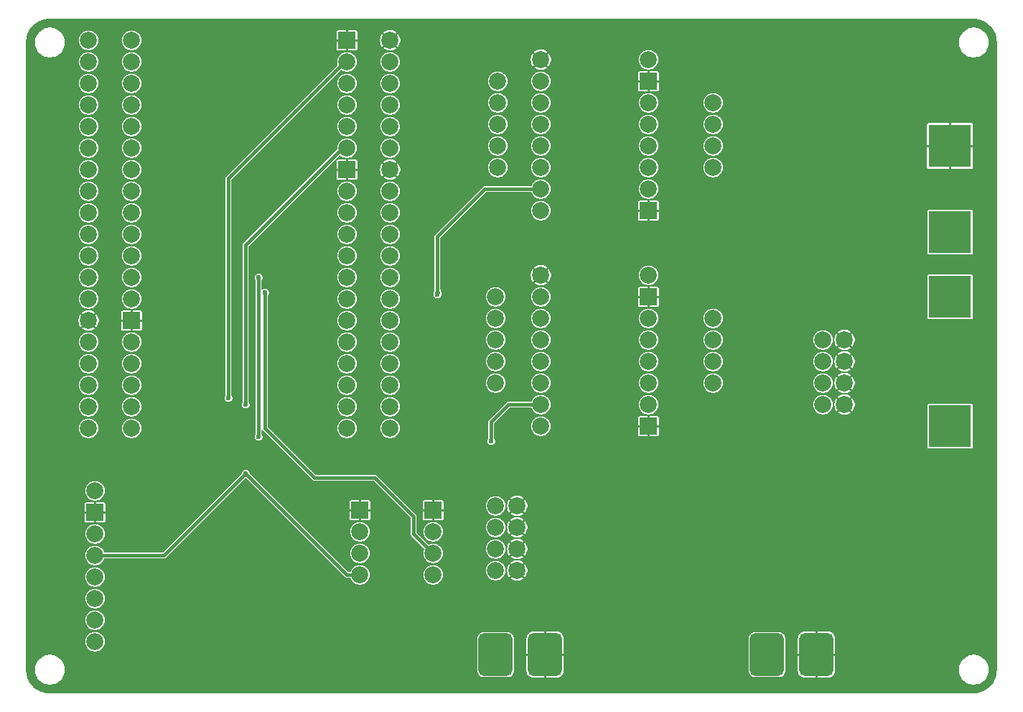
<source format=gbr>
%TF.GenerationSoftware,KiCad,Pcbnew,9.0.4*%
%TF.CreationDate,2025-09-24T21:04:32+02:00*%
%TF.ProjectId,stepperbalancerelektonics,73746570-7065-4726-9261-6c616e636572,rev?*%
%TF.SameCoordinates,Original*%
%TF.FileFunction,Copper,L2,Bot*%
%TF.FilePolarity,Positive*%
%FSLAX46Y46*%
G04 Gerber Fmt 4.6, Leading zero omitted, Abs format (unit mm)*
G04 Created by KiCad (PCBNEW 9.0.4) date 2025-09-24 21:04:32*
%MOMM*%
%LPD*%
G01*
G04 APERTURE LIST*
G04 Aperture macros list*
%AMRoundRect*
0 Rectangle with rounded corners*
0 $1 Rounding radius*
0 $2 $3 $4 $5 $6 $7 $8 $9 X,Y pos of 4 corners*
0 Add a 4 corners polygon primitive as box body*
4,1,4,$2,$3,$4,$5,$6,$7,$8,$9,$2,$3,0*
0 Add four circle primitives for the rounded corners*
1,1,$1+$1,$2,$3*
1,1,$1+$1,$4,$5*
1,1,$1+$1,$6,$7*
1,1,$1+$1,$8,$9*
0 Add four rect primitives between the rounded corners*
20,1,$1+$1,$2,$3,$4,$5,0*
20,1,$1+$1,$4,$5,$6,$7,0*
20,1,$1+$1,$6,$7,$8,$9,0*
20,1,$1+$1,$8,$9,$2,$3,0*%
G04 Aperture macros list end*
%TA.AperFunction,ComponentPad*%
%ADD10R,5.000000X5.000000*%
%TD*%
%TA.AperFunction,ComponentPad*%
%ADD11RoundRect,0.600000X-1.400000X-1.900000X1.400000X-1.900000X1.400000X1.900000X-1.400000X1.900000X0*%
%TD*%
%TA.AperFunction,ComponentPad*%
%ADD12C,2.000000*%
%TD*%
%TA.AperFunction,ComponentPad*%
%ADD13R,2.000000X2.000000*%
%TD*%
%TA.AperFunction,ViaPad*%
%ADD14C,0.600000*%
%TD*%
%TA.AperFunction,Conductor*%
%ADD15C,0.400000*%
%TD*%
G04 APERTURE END LIST*
D10*
%TO.P,Batterie,1,GND*%
%TO.N,GND*%
X177800000Y-60960000D03*
%TO.P,Batterie,2,VCC*%
%TO.N,/2s Lipo*%
X177800000Y-71120000D03*
%TD*%
D11*
%TO.P,U9,1,Test*%
%TO.N,GND*%
X162052000Y-120904000D03*
%TD*%
%TO.P,U8,1,Test*%
%TO.N,+7.5V*%
X156210000Y-120904000D03*
%TD*%
%TO.P,U7,1,Test*%
%TO.N,GND*%
X130048000Y-120904000D03*
%TD*%
%TO.P,U6,1,Test*%
%TO.N,+3V3*%
X124206000Y-120904000D03*
%TD*%
D12*
%TO.P,U5,1,vcc*%
%TO.N,+7.5V*%
X162814000Y-83820000D03*
%TO.P,U5,2,vcc*%
X162814000Y-86360000D03*
%TO.P,U5,3,vcc*%
X162814000Y-88900000D03*
%TO.P,U5,4,4vcc*%
X162814000Y-91440000D03*
%TO.P,U5,5,GND*%
%TO.N,GND*%
X165354000Y-83820000D03*
%TO.P,U5,6,GND*%
X165354000Y-86360000D03*
%TO.P,U5,7,GND*%
X165354000Y-88900000D03*
%TO.P,U5,8,GND*%
X165354000Y-91440000D03*
%TD*%
%TO.P,U4,1,vcc*%
%TO.N,+3V3*%
X124206000Y-103378000D03*
%TO.P,U4,2,vcc*%
X124206000Y-105918000D03*
%TO.P,U4,3,vcc*%
X124206000Y-108458000D03*
%TO.P,U4,4,4vcc*%
X124206000Y-110998000D03*
%TO.P,U4,5,GND*%
%TO.N,GND*%
X126746000Y-103378000D03*
%TO.P,U4,6,GND*%
X126746000Y-105918000D03*
%TO.P,U4,7,GND*%
X126746000Y-108458000D03*
%TO.P,U4,8,GND*%
X126746000Y-110998000D03*
%TD*%
%TO.P,MPU1,1,VCC*%
%TO.N,+3V3*%
X76962000Y-101600000D03*
D13*
%TO.P,MPU1,2,GND*%
%TO.N,GND*%
X76962000Y-104140000D03*
D12*
%TO.P,MPU1,3,SCL*%
%TO.N,/SCL1*%
X76962000Y-106680000D03*
%TO.P,MPU1,4,SDA*%
%TO.N,/SDA1*%
X76962000Y-109220000D03*
%TO.P,MPU1,5,XDA*%
%TO.N,unconnected-(MPU1-XDA-Pad5)*%
X76962000Y-111760000D03*
%TO.P,MPU1,6,XCL*%
%TO.N,unconnected-(MPU1-XCL-Pad6)*%
X76962000Y-114300000D03*
%TO.P,MPU1,7,ADD*%
%TO.N,unconnected-(MPU1-ADD-Pad7)*%
X76962000Y-116840000D03*
%TO.P,MPU1,8,INT*%
%TO.N,unconnected-(MPU1-INT-Pad8)*%
X76962000Y-119380000D03*
%TD*%
%TO.P,U2,1*%
%TO.N,Net-(TMC2-MS1)*%
X124206000Y-78740000D03*
%TO.P,U2,2*%
%TO.N,Net-(TMC2-MS2)*%
X124206000Y-81280000D03*
%TO.P,U2,3*%
%TO.N,Net-(TMC2-PDN-Pad4)*%
X124206000Y-83820000D03*
%TO.P,U2,4*%
%TO.N,Net-(TMC2-PDN-Pad5)*%
X124206000Y-86360000D03*
%TO.P,U2,5*%
%TO.N,Net-(TMC2-CLK)*%
X124206000Y-88900000D03*
%TD*%
%TO.P,U3,1*%
%TO.N,Net-(TMC1-MS1)*%
X124460000Y-53340000D03*
%TO.P,U3,2*%
%TO.N,Net-(TMC1-MS2)*%
X124460000Y-55880000D03*
%TO.P,U3,3*%
%TO.N,Net-(TMC1-PDN-Pad4)*%
X124460000Y-58420000D03*
%TO.P,U3,4*%
%TO.N,Net-(TMC1-PDN-Pad5)*%
X124460000Y-60960000D03*
%TO.P,U3,5*%
%TO.N,Net-(TMC1-CLK)*%
X124460000Y-63500000D03*
%TD*%
%TO.P,Esp32C1,1*%
%TO.N,+3V3*%
X76200000Y-48514000D03*
%TO.P,Esp32C1,2*%
%TO.N,/En*%
X76200000Y-51054000D03*
%TO.P,Esp32C1,3*%
%TO.N,/VP*%
X76200000Y-53594000D03*
%TO.P,Esp32C1,4*%
%TO.N,/VN*%
X76200000Y-56134000D03*
%TO.P,Esp32C1,5*%
%TO.N,/34*%
X76200000Y-58674000D03*
%TO.P,Esp32C1,6*%
%TO.N,/35*%
X76200000Y-61214000D03*
%TO.P,Esp32C1,7*%
%TO.N,/32*%
X76200000Y-63754000D03*
%TO.P,Esp32C1,8*%
%TO.N,/33*%
X76200000Y-66294000D03*
%TO.P,Esp32C1,9*%
%TO.N,/DIR1*%
X76200000Y-68834000D03*
%TO.P,Esp32C1,10*%
%TO.N,/STEP1*%
X76200000Y-71374000D03*
%TO.P,Esp32C1,11*%
%TO.N,/DIR2*%
X76200000Y-73914000D03*
%TO.P,Esp32C1,12*%
%TO.N,/STEP2*%
X76200000Y-76454000D03*
%TO.P,Esp32C1,13*%
%TO.N,/12*%
X76200000Y-78994000D03*
%TO.P,Esp32C1,14*%
%TO.N,GND*%
X76200000Y-81534000D03*
%TO.P,Esp32C1,15*%
%TO.N,/13*%
X76200000Y-84074000D03*
%TO.P,Esp32C1,16*%
%TO.N,/D2*%
X76200000Y-86614000D03*
%TO.P,Esp32C1,17*%
%TO.N,/D3*%
X76200000Y-89154000D03*
%TO.P,Esp32C1,18*%
%TO.N,/CMD*%
X76200000Y-91694000D03*
%TO.P,Esp32C1,19*%
%TO.N,/5v*%
X76200000Y-94234000D03*
%TO.P,Esp32C1,20*%
%TO.N,GND*%
X111760000Y-48514000D03*
%TO.P,Esp32C1,21*%
%TO.N,/SCL1*%
X111760000Y-51054000D03*
%TO.P,Esp32C1,22*%
%TO.N,/22*%
X111760000Y-53594000D03*
%TO.P,Esp32C1,23*%
%TO.N,/TX*%
X111760000Y-56134000D03*
%TO.P,Esp32C1,24*%
%TO.N,/RX*%
X111760000Y-58674000D03*
%TO.P,Esp32C1,25*%
%TO.N,/SDA1*%
X111760000Y-61214000D03*
%TO.P,Esp32C1,26*%
%TO.N,GND*%
X111760000Y-63754000D03*
%TO.P,Esp32C1,27*%
%TO.N,/SDA2*%
X111760000Y-66294000D03*
%TO.P,Esp32C1,28*%
%TO.N,/SCL2*%
X111760000Y-68834000D03*
%TO.P,Esp32C1,29*%
%TO.N,/5*%
X111760000Y-71374000D03*
%TO.P,Esp32C1,30*%
%TO.N,/17*%
X111760000Y-73914000D03*
%TO.P,Esp32C1,31*%
%TO.N,/16*%
X111760000Y-76454000D03*
%TO.P,Esp32C1,32*%
%TO.N,/4*%
X111760000Y-78994000D03*
%TO.P,Esp32C1,33*%
%TO.N,/0*%
X111760000Y-81534000D03*
%TO.P,Esp32C1,34*%
%TO.N,/2*%
X111760000Y-84074000D03*
%TO.P,Esp32C1,35*%
%TO.N,/15*%
X111760000Y-86614000D03*
%TO.P,Esp32C1,36*%
%TO.N,/D1*%
X111760000Y-89154000D03*
%TO.P,Esp32C1,37*%
%TO.N,/D0*%
X111760000Y-91694000D03*
%TO.P,Esp32C1,38*%
%TO.N,/CLK*%
X111760000Y-94234000D03*
%TD*%
D10*
%TO.P,Button1,1,Button_1*%
%TO.N,/2s Lipo*%
X177800000Y-78740000D03*
%TO.P,Button1,2,Button_2*%
%TO.N,/2s lipo after Button*%
X177800000Y-93980000D03*
%TD*%
D13*
%TO.P,OLED1,1,GND*%
%TO.N,GND*%
X108204000Y-103886000D03*
D12*
%TO.P,OLED1,2,VCC*%
%TO.N,+3V3*%
X108204000Y-106426000D03*
%TO.P,OLED1,3,SCL*%
%TO.N,/SCL1*%
X108204000Y-108966000D03*
%TO.P,OLED1,4,SDA*%
%TO.N,/SDA1*%
X108204000Y-111506000D03*
%TD*%
%TO.P,Stepper1,1,1*%
%TO.N,Net-(TMC1-A2)*%
X149860000Y-55880000D03*
%TO.P,Stepper1,2,2*%
%TO.N,Net-(TMC1-A1)*%
X149860000Y-58420000D03*
%TO.P,Stepper1,3,3*%
%TO.N,Net-(TMC1-B1)*%
X149860000Y-60960000D03*
%TO.P,Stepper1,4,4*%
%TO.N,Net-(TMC1-B2)*%
X149860000Y-63500000D03*
%TD*%
%TO.P,TMC2,1,En*%
%TO.N,GND*%
X129540000Y-76200000D03*
%TO.P,TMC2,2,MS1*%
%TO.N,Net-(TMC2-MS1)*%
X129540000Y-78740000D03*
%TO.P,TMC2,3,MS2*%
%TO.N,Net-(TMC2-MS2)*%
X129540000Y-81280000D03*
%TO.P,TMC2,4,PDN*%
%TO.N,Net-(TMC2-PDN-Pad4)*%
X129540000Y-83820000D03*
%TO.P,TMC2,5,PDN*%
%TO.N,Net-(TMC2-PDN-Pad5)*%
X129540000Y-86360000D03*
%TO.P,TMC2,6,CLK*%
%TO.N,Net-(TMC2-CLK)*%
X129540000Y-88900000D03*
%TO.P,TMC2,7,STEP*%
%TO.N,/STEP2*%
X129540000Y-91440000D03*
%TO.P,TMC2,8,DIR*%
%TO.N,/DIR2*%
X129540000Y-93980000D03*
%TO.P,TMC2,9,VM*%
%TO.N,+7.5V*%
X142240000Y-76200000D03*
D13*
%TO.P,TMC2,10,GND*%
%TO.N,GND*%
X142240000Y-78740000D03*
D12*
%TO.P,TMC2,11,A2*%
%TO.N,Net-(TMC2-A2)*%
X142240000Y-81280000D03*
%TO.P,TMC2,12,A1*%
%TO.N,Net-(TMC2-A1)*%
X142240000Y-83820000D03*
%TO.P,TMC2,13,B1*%
%TO.N,Net-(TMC2-B1)*%
X142240000Y-86360000D03*
%TO.P,TMC2,14,B2*%
%TO.N,Net-(TMC2-B2)*%
X142240000Y-88900000D03*
%TO.P,TMC2,15,VDD*%
%TO.N,+3V3*%
X142240000Y-91440000D03*
D13*
%TO.P,TMC2,16,GND*%
%TO.N,GND*%
X142240000Y-93980000D03*
%TD*%
D12*
%TO.P,Esp1,1,3V3*%
%TO.N,+3V3*%
X81280000Y-48514000D03*
%TO.P,Esp1,2,EN*%
%TO.N,/En*%
X81280000Y-51054000D03*
%TO.P,Esp1,3,VP*%
%TO.N,/VP*%
X81280000Y-53594000D03*
%TO.P,Esp1,4,VN*%
%TO.N,/VN*%
X81280000Y-56134000D03*
%TO.P,Esp1,5,34*%
%TO.N,/34*%
X81280000Y-58674000D03*
%TO.P,Esp1,6,35*%
%TO.N,/35*%
X81280000Y-61214000D03*
%TO.P,Esp1,7,32*%
%TO.N,/32*%
X81280000Y-63754000D03*
%TO.P,Esp1,8,33*%
%TO.N,/33*%
X81280000Y-66294000D03*
%TO.P,Esp1,9,25*%
%TO.N,/DIR1*%
X81280000Y-68834000D03*
%TO.P,Esp1,10,26*%
%TO.N,/STEP1*%
X81280000Y-71374000D03*
%TO.P,Esp1,11,27*%
%TO.N,/DIR2*%
X81280000Y-73914000D03*
%TO.P,Esp1,12,14*%
%TO.N,/STEP2*%
X81280000Y-76454000D03*
%TO.P,Esp1,13,12*%
%TO.N,/12*%
X81280000Y-78994000D03*
D13*
%TO.P,Esp1,14,GND*%
%TO.N,GND*%
X81280000Y-81534000D03*
D12*
%TO.P,Esp1,15,13*%
%TO.N,/13*%
X81280000Y-84074000D03*
%TO.P,Esp1,16,D2*%
%TO.N,/D2*%
X81280000Y-86614000D03*
%TO.P,Esp1,17,D3*%
%TO.N,/D3*%
X81280000Y-89154000D03*
%TO.P,Esp1,18,CMD*%
%TO.N,/CMD*%
X81280000Y-91694000D03*
%TO.P,Esp1,19,5V*%
%TO.N,/5v*%
X81280000Y-94234000D03*
D13*
%TO.P,Esp1,20,GND*%
%TO.N,GND*%
X106680000Y-48514000D03*
D12*
%TO.P,Esp1,21,23*%
%TO.N,/SCL1*%
X106680000Y-51054000D03*
%TO.P,Esp1,22,22*%
%TO.N,/22*%
X106680000Y-53594000D03*
%TO.P,Esp1,23,TX*%
%TO.N,/TX*%
X106680000Y-56134000D03*
%TO.P,Esp1,24,RX*%
%TO.N,/RX*%
X106680000Y-58674000D03*
%TO.P,Esp1,25,21*%
%TO.N,/SDA1*%
X106680000Y-61214000D03*
D13*
%TO.P,Esp1,26,GND*%
%TO.N,GND*%
X106680000Y-63754000D03*
D12*
%TO.P,Esp1,27,19*%
%TO.N,/SDA2*%
X106680000Y-66294000D03*
%TO.P,Esp1,28,18*%
%TO.N,/SCL2*%
X106680000Y-68834000D03*
%TO.P,Esp1,29,5*%
%TO.N,/5*%
X106680000Y-71374000D03*
%TO.P,Esp1,30,17*%
%TO.N,/17*%
X106680000Y-73914000D03*
%TO.P,Esp1,31,16*%
%TO.N,/16*%
X106680000Y-76454000D03*
%TO.P,Esp1,32,4*%
%TO.N,/4*%
X106680000Y-78994000D03*
%TO.P,Esp1,33,O*%
%TO.N,/0*%
X106680000Y-81534000D03*
%TO.P,Esp1,34,2*%
%TO.N,/2*%
X106680000Y-84074000D03*
%TO.P,Esp1,35,15*%
%TO.N,/15*%
X106680000Y-86614000D03*
%TO.P,Esp1,36,D1*%
%TO.N,/D1*%
X106680000Y-89154000D03*
%TO.P,Esp1,37,D0*%
%TO.N,/D0*%
X106680000Y-91694000D03*
%TO.P,Esp1,38,CLK*%
%TO.N,/CLK*%
X106680000Y-94234000D03*
%TD*%
%TO.P,TMC1,1,En*%
%TO.N,GND*%
X129540000Y-50800000D03*
%TO.P,TMC1,2,MS1*%
%TO.N,Net-(TMC1-MS1)*%
X129540000Y-53340000D03*
%TO.P,TMC1,3,MS2*%
%TO.N,Net-(TMC1-MS2)*%
X129540000Y-55880000D03*
%TO.P,TMC1,4,PDN*%
%TO.N,Net-(TMC1-PDN-Pad4)*%
X129540000Y-58420000D03*
%TO.P,TMC1,5,PDN*%
%TO.N,Net-(TMC1-PDN-Pad5)*%
X129540000Y-60960000D03*
%TO.P,TMC1,6,CLK*%
%TO.N,Net-(TMC1-CLK)*%
X129540000Y-63500000D03*
%TO.P,TMC1,7,STEP*%
%TO.N,/STEP1*%
X129540000Y-66040000D03*
%TO.P,TMC1,8,DIR*%
%TO.N,/DIR1*%
X129540000Y-68580000D03*
%TO.P,TMC1,9,VM*%
%TO.N,+7.5V*%
X142240000Y-50800000D03*
D13*
%TO.P,TMC1,10,GND*%
%TO.N,GND*%
X142240000Y-53340000D03*
D12*
%TO.P,TMC1,11,A2*%
%TO.N,Net-(TMC1-A2)*%
X142240000Y-55880000D03*
%TO.P,TMC1,12,A1*%
%TO.N,Net-(TMC1-A1)*%
X142240000Y-58420000D03*
%TO.P,TMC1,13,B1*%
%TO.N,Net-(TMC1-B1)*%
X142240000Y-60960000D03*
%TO.P,TMC1,14,B2*%
%TO.N,Net-(TMC1-B2)*%
X142240000Y-63500000D03*
%TO.P,TMC1,15,VDD*%
%TO.N,+3V3*%
X142240000Y-66040000D03*
D13*
%TO.P,TMC1,16,GND*%
%TO.N,GND*%
X142240000Y-68580000D03*
%TD*%
D12*
%TO.P,Stepper2,1,1*%
%TO.N,Net-(TMC2-A2)*%
X149860000Y-81280000D03*
%TO.P,Stepper2,2,2*%
%TO.N,Net-(TMC2-A1)*%
X149860000Y-83820000D03*
%TO.P,Stepper2,3,3*%
%TO.N,Net-(TMC2-B1)*%
X149860000Y-86360000D03*
%TO.P,Stepper2,4,4*%
%TO.N,Net-(TMC2-B2)*%
X149860000Y-88900000D03*
%TD*%
D13*
%TO.P,OLED2,1,GND*%
%TO.N,GND*%
X116840000Y-103886000D03*
D12*
%TO.P,OLED2,2,VCC*%
%TO.N,+3V3*%
X116840000Y-106426000D03*
%TO.P,OLED2,3,SCL*%
%TO.N,/SCL2*%
X116840000Y-108966000D03*
%TO.P,OLED2,4,SDA*%
%TO.N,/SDA2*%
X116840000Y-111506000D03*
%TD*%
D14*
%TO.N,GND*%
X132588000Y-113030000D03*
X132588000Y-104648000D03*
X72136000Y-54864000D03*
X99568000Y-110998000D03*
X146061000Y-107453000D03*
X152146000Y-106934000D03*
X156972000Y-106680000D03*
X164592000Y-110998000D03*
X175768000Y-99822000D03*
X166624000Y-101600000D03*
X159766000Y-79756000D03*
X160020000Y-53594000D03*
%TO.N,/SDA2*%
X96266000Y-95250000D03*
X96266000Y-76454000D03*
%TO.N,/STEP2*%
X123698000Y-95758000D03*
%TO.N,/SCL1*%
X92710000Y-90678000D03*
%TO.N,/SDA1*%
X94742000Y-91440000D03*
X94742000Y-99568000D03*
%TO.N,/SCL2*%
X97028000Y-78232000D03*
%TO.N,/STEP1*%
X117348000Y-78486000D03*
%TD*%
D15*
%TO.N,/SDA2*%
X96266000Y-76454000D02*
X96266000Y-95250000D01*
%TO.N,/STEP2*%
X123698000Y-93472000D02*
X125730000Y-91440000D01*
X125730000Y-91440000D02*
X129540000Y-91440000D01*
X123698000Y-95758000D02*
X123698000Y-93472000D01*
%TO.N,/SCL1*%
X92710000Y-90678000D02*
X92710000Y-64770000D01*
X92710000Y-64770000D02*
X106680000Y-50800000D01*
%TO.N,/SDA1*%
X94742000Y-99568000D02*
X94615000Y-99695000D01*
X94742000Y-99568000D02*
X85090000Y-109220000D01*
X106418000Y-60960000D02*
X106680000Y-60960000D01*
X94742000Y-72636000D02*
X106418000Y-60960000D01*
X94742000Y-99568000D02*
X106680000Y-111506000D01*
X85090000Y-109220000D02*
X76962000Y-109220000D01*
X94742000Y-91440000D02*
X94742000Y-72636000D01*
X106680000Y-111506000D02*
X108204000Y-111506000D01*
%TO.N,/SCL2*%
X114554000Y-106680000D02*
X114554000Y-104648000D01*
X97028000Y-94234000D02*
X97028000Y-78232000D01*
X102870000Y-100076000D02*
X109982000Y-100076000D01*
X109982000Y-100076000D02*
X114554000Y-104648000D01*
X116840000Y-108966000D02*
X114554000Y-106680000D01*
X97028000Y-94234000D02*
X102870000Y-100076000D01*
%TO.N,/STEP1*%
X117348000Y-71628000D02*
X122936000Y-66040000D01*
X122936000Y-66040000D02*
X129540000Y-66040000D01*
X117348000Y-78486000D02*
X117348000Y-71628000D01*
%TD*%
%TA.AperFunction,Conductor*%
%TO.N,GND*%
G36*
X180581745Y-45970598D02*
G01*
X180884347Y-45987591D01*
X180891304Y-45988375D01*
X181188374Y-46038850D01*
X181195186Y-46040405D01*
X181470386Y-46119689D01*
X181484728Y-46123821D01*
X181491335Y-46126132D01*
X181769744Y-46241452D01*
X181776023Y-46244477D01*
X182039751Y-46390235D01*
X182045668Y-46393951D01*
X182258902Y-46545249D01*
X182291421Y-46568322D01*
X182296901Y-46572692D01*
X182521572Y-46773471D01*
X182526528Y-46778427D01*
X182727307Y-47003098D01*
X182731677Y-47008578D01*
X182863706Y-47194656D01*
X182906042Y-47254322D01*
X182909767Y-47260253D01*
X183039121Y-47494301D01*
X183055515Y-47523962D01*
X183058550Y-47530262D01*
X183152584Y-47757280D01*
X183173864Y-47808656D01*
X183176178Y-47815271D01*
X183259591Y-48104802D01*
X183261151Y-48111635D01*
X183311623Y-48408691D01*
X183312408Y-48415656D01*
X183329402Y-48718254D01*
X183329500Y-48721758D01*
X183329500Y-122718241D01*
X183329402Y-122721745D01*
X183312408Y-123024343D01*
X183311623Y-123031308D01*
X183261151Y-123328364D01*
X183259591Y-123335197D01*
X183176178Y-123624728D01*
X183173864Y-123631343D01*
X183116210Y-123770532D01*
X183058553Y-123909729D01*
X183055515Y-123916037D01*
X182909770Y-124179742D01*
X182906042Y-124185677D01*
X182731677Y-124431421D01*
X182727307Y-124436901D01*
X182526528Y-124661572D01*
X182521572Y-124666528D01*
X182296901Y-124867307D01*
X182291421Y-124871677D01*
X182045677Y-125046042D01*
X182039742Y-125049770D01*
X181776037Y-125195515D01*
X181769729Y-125198553D01*
X181646540Y-125249580D01*
X181491343Y-125313864D01*
X181484728Y-125316178D01*
X181195197Y-125399591D01*
X181188364Y-125401151D01*
X180891308Y-125451623D01*
X180884343Y-125452408D01*
X180581745Y-125469402D01*
X180578241Y-125469500D01*
X71581759Y-125469500D01*
X71578255Y-125469402D01*
X71275656Y-125452408D01*
X71268691Y-125451623D01*
X70971635Y-125401151D01*
X70964802Y-125399591D01*
X70675271Y-125316178D01*
X70668656Y-125313864D01*
X70636801Y-125300669D01*
X70390262Y-125198550D01*
X70383968Y-125195518D01*
X70120253Y-125049767D01*
X70114327Y-125046045D01*
X69986558Y-124955388D01*
X69868578Y-124871677D01*
X69863098Y-124867307D01*
X69638427Y-124666528D01*
X69633471Y-124661572D01*
X69432692Y-124436901D01*
X69428322Y-124431421D01*
X69303390Y-124255346D01*
X69253951Y-124185668D01*
X69250235Y-124179751D01*
X69104477Y-123916023D01*
X69101452Y-123909744D01*
X68986132Y-123631335D01*
X68983821Y-123624728D01*
X68935755Y-123457888D01*
X68900405Y-123335186D01*
X68898850Y-123328374D01*
X68848375Y-123031304D01*
X68847591Y-123024343D01*
X68847585Y-123024242D01*
X68830598Y-122721745D01*
X68830500Y-122718241D01*
X68830500Y-122567261D01*
X69877500Y-122567261D01*
X69877500Y-122796738D01*
X69907452Y-123024240D01*
X69907452Y-123024242D01*
X69966840Y-123245881D01*
X69966842Y-123245887D01*
X70001005Y-123328364D01*
X70054653Y-123457882D01*
X70054659Y-123457894D01*
X70150981Y-123624728D01*
X70169389Y-123656612D01*
X70309081Y-123838661D01*
X70471339Y-124000919D01*
X70653388Y-124140611D01*
X70852112Y-124255344D01*
X71064113Y-124343158D01*
X71285762Y-124402548D01*
X71513266Y-124432500D01*
X71513272Y-124432500D01*
X71742728Y-124432500D01*
X71742734Y-124432500D01*
X71970238Y-124402548D01*
X72191887Y-124343158D01*
X72403888Y-124255344D01*
X72602612Y-124140611D01*
X72784661Y-124000919D01*
X72946919Y-123838661D01*
X73086611Y-123656612D01*
X73201344Y-123457888D01*
X73289158Y-123245887D01*
X73348548Y-123024238D01*
X73378500Y-122796734D01*
X73378500Y-122567266D01*
X73348548Y-122339762D01*
X73289158Y-122118113D01*
X73201344Y-121906112D01*
X73086611Y-121707388D01*
X72946919Y-121525339D01*
X72784661Y-121363081D01*
X72602612Y-121223389D01*
X72581166Y-121211007D01*
X72403894Y-121108659D01*
X72403882Y-121108653D01*
X72294763Y-121063454D01*
X72191887Y-121020842D01*
X72191883Y-121020841D01*
X72191881Y-121020840D01*
X72191882Y-121020840D01*
X71970241Y-120961452D01*
X71742738Y-120931500D01*
X71742734Y-120931500D01*
X71513266Y-120931500D01*
X71513261Y-120931500D01*
X71285759Y-120961452D01*
X71285757Y-120961452D01*
X71064118Y-121020840D01*
X70852117Y-121108653D01*
X70852105Y-121108659D01*
X70653394Y-121223385D01*
X70653391Y-121223387D01*
X70653388Y-121223389D01*
X70556823Y-121297486D01*
X70471337Y-121363082D01*
X70309082Y-121525337D01*
X70243486Y-121610823D01*
X70169389Y-121707388D01*
X70169387Y-121707391D01*
X70169385Y-121707394D01*
X70054659Y-121906105D01*
X70054653Y-121906117D01*
X69966840Y-122118118D01*
X69907452Y-122339757D01*
X69907452Y-122339759D01*
X69877500Y-122567261D01*
X68830500Y-122567261D01*
X68830500Y-119289456D01*
X75811500Y-119289456D01*
X75811500Y-119470543D01*
X75811501Y-119470559D01*
X75839828Y-119649403D01*
X75839831Y-119649416D01*
X75895787Y-119821633D01*
X75895789Y-119821640D01*
X75978004Y-119982994D01*
X76084447Y-120129501D01*
X76084450Y-120129504D01*
X76084453Y-120129508D01*
X76212491Y-120257546D01*
X76212494Y-120257548D01*
X76212499Y-120257553D01*
X76359006Y-120363996D01*
X76520361Y-120446211D01*
X76692591Y-120502171D01*
X76832922Y-120524397D01*
X76871440Y-120530498D01*
X76871446Y-120530498D01*
X76871454Y-120530500D01*
X76871456Y-120530500D01*
X77052544Y-120530500D01*
X77052546Y-120530500D01*
X77231409Y-120502171D01*
X77403639Y-120446211D01*
X77564994Y-120363996D01*
X77711501Y-120257553D01*
X77839553Y-120129501D01*
X77945996Y-119982994D01*
X78028211Y-119821639D01*
X78084171Y-119649409D01*
X78112500Y-119470546D01*
X78112500Y-119289454D01*
X78084171Y-119110591D01*
X78033286Y-118953983D01*
X122055500Y-118953983D01*
X122055500Y-122854005D01*
X122055501Y-122854017D01*
X122065999Y-122956788D01*
X122066000Y-122956795D01*
X122121185Y-123123333D01*
X122196777Y-123245887D01*
X122213288Y-123272656D01*
X122337344Y-123396712D01*
X122486666Y-123488814D01*
X122653203Y-123543999D01*
X122653204Y-123543999D01*
X122653207Y-123544000D01*
X122700511Y-123548832D01*
X122755991Y-123554500D01*
X125656008Y-123554499D01*
X125707402Y-123549249D01*
X125758788Y-123544000D01*
X125758789Y-123543999D01*
X125758797Y-123543999D01*
X125925334Y-123488814D01*
X126074656Y-123396712D01*
X126198712Y-123272656D01*
X126290814Y-123123334D01*
X126345999Y-122956797D01*
X126356500Y-122854009D01*
X126356499Y-120838174D01*
X126356499Y-118959077D01*
X127848000Y-118959077D01*
X127848000Y-120779000D01*
X129563856Y-120779000D01*
X129548000Y-120838174D01*
X129548000Y-120969826D01*
X129563856Y-121029000D01*
X127848000Y-121029000D01*
X127848000Y-122848922D01*
X127863122Y-122983140D01*
X127863123Y-122983143D01*
X127922664Y-123153304D01*
X128018575Y-123305946D01*
X128146053Y-123433424D01*
X128298695Y-123529335D01*
X128468856Y-123588876D01*
X128468859Y-123588877D01*
X128603077Y-123604000D01*
X129923000Y-123604000D01*
X129923000Y-121388144D01*
X129982174Y-121404000D01*
X130113826Y-121404000D01*
X130173000Y-121388144D01*
X130173000Y-123604000D01*
X131492923Y-123604000D01*
X131627140Y-123588877D01*
X131627143Y-123588876D01*
X131797304Y-123529335D01*
X131949946Y-123433424D01*
X132077424Y-123305946D01*
X132173335Y-123153304D01*
X132232876Y-122983143D01*
X132232877Y-122983140D01*
X132248000Y-122848922D01*
X132248000Y-121029000D01*
X130532144Y-121029000D01*
X130548000Y-120969826D01*
X130548000Y-120838174D01*
X130532144Y-120779000D01*
X132248000Y-120779000D01*
X132248000Y-118959078D01*
X132247426Y-118953983D01*
X154059500Y-118953983D01*
X154059500Y-122854005D01*
X154059501Y-122854017D01*
X154069999Y-122956788D01*
X154070000Y-122956795D01*
X154125185Y-123123333D01*
X154200777Y-123245887D01*
X154217288Y-123272656D01*
X154341344Y-123396712D01*
X154490666Y-123488814D01*
X154657203Y-123543999D01*
X154657204Y-123543999D01*
X154657207Y-123544000D01*
X154704511Y-123548832D01*
X154759991Y-123554500D01*
X157660008Y-123554499D01*
X157711402Y-123549249D01*
X157762788Y-123544000D01*
X157762789Y-123543999D01*
X157762797Y-123543999D01*
X157929334Y-123488814D01*
X158078656Y-123396712D01*
X158202712Y-123272656D01*
X158294814Y-123123334D01*
X158349999Y-122956797D01*
X158360500Y-122854009D01*
X158360499Y-120838174D01*
X158360499Y-118959077D01*
X159852000Y-118959077D01*
X159852000Y-120779000D01*
X161567856Y-120779000D01*
X161552000Y-120838174D01*
X161552000Y-120969826D01*
X161567856Y-121029000D01*
X159852000Y-121029000D01*
X159852000Y-122848922D01*
X159867122Y-122983140D01*
X159867123Y-122983143D01*
X159926664Y-123153304D01*
X160022575Y-123305946D01*
X160150053Y-123433424D01*
X160302695Y-123529335D01*
X160472856Y-123588876D01*
X160472859Y-123588877D01*
X160607077Y-123604000D01*
X161927000Y-123604000D01*
X161927000Y-121388144D01*
X161986174Y-121404000D01*
X162117826Y-121404000D01*
X162177000Y-121388144D01*
X162177000Y-123604000D01*
X163496923Y-123604000D01*
X163631140Y-123588877D01*
X163631143Y-123588876D01*
X163801304Y-123529335D01*
X163953946Y-123433424D01*
X164081424Y-123305946D01*
X164177335Y-123153304D01*
X164236876Y-122983143D01*
X164236877Y-122983140D01*
X164252000Y-122848922D01*
X164252000Y-122567261D01*
X178843500Y-122567261D01*
X178843500Y-122796738D01*
X178873452Y-123024240D01*
X178873452Y-123024242D01*
X178932840Y-123245881D01*
X178932842Y-123245887D01*
X178967005Y-123328364D01*
X179020653Y-123457882D01*
X179020659Y-123457894D01*
X179116981Y-123624728D01*
X179135389Y-123656612D01*
X179275081Y-123838661D01*
X179437339Y-124000919D01*
X179619388Y-124140611D01*
X179818112Y-124255344D01*
X180030113Y-124343158D01*
X180251762Y-124402548D01*
X180479266Y-124432500D01*
X180479272Y-124432500D01*
X180708728Y-124432500D01*
X180708734Y-124432500D01*
X180936238Y-124402548D01*
X181157887Y-124343158D01*
X181369888Y-124255344D01*
X181568612Y-124140611D01*
X181750661Y-124000919D01*
X181912919Y-123838661D01*
X182052611Y-123656612D01*
X182167344Y-123457888D01*
X182255158Y-123245887D01*
X182314548Y-123024238D01*
X182344500Y-122796734D01*
X182344500Y-122567266D01*
X182314548Y-122339762D01*
X182255158Y-122118113D01*
X182167344Y-121906112D01*
X182052611Y-121707388D01*
X181912919Y-121525339D01*
X181750661Y-121363081D01*
X181568612Y-121223389D01*
X181547166Y-121211007D01*
X181369894Y-121108659D01*
X181369882Y-121108653D01*
X181260763Y-121063454D01*
X181157887Y-121020842D01*
X181157883Y-121020841D01*
X181157881Y-121020840D01*
X181157882Y-121020840D01*
X180936241Y-120961452D01*
X180708738Y-120931500D01*
X180708734Y-120931500D01*
X180479266Y-120931500D01*
X180479261Y-120931500D01*
X180251759Y-120961452D01*
X180251757Y-120961452D01*
X180030118Y-121020840D01*
X179818117Y-121108653D01*
X179818105Y-121108659D01*
X179619394Y-121223385D01*
X179619391Y-121223387D01*
X179619388Y-121223389D01*
X179522823Y-121297486D01*
X179437337Y-121363082D01*
X179275082Y-121525337D01*
X179209486Y-121610823D01*
X179135389Y-121707388D01*
X179135387Y-121707391D01*
X179135385Y-121707394D01*
X179020659Y-121906105D01*
X179020653Y-121906117D01*
X178932840Y-122118118D01*
X178873452Y-122339757D01*
X178873452Y-122339759D01*
X178843500Y-122567261D01*
X164252000Y-122567261D01*
X164252000Y-121029000D01*
X162536144Y-121029000D01*
X162552000Y-120969826D01*
X162552000Y-120838174D01*
X162536144Y-120779000D01*
X164252000Y-120779000D01*
X164252000Y-118959077D01*
X164236877Y-118824859D01*
X164236876Y-118824856D01*
X164177335Y-118654695D01*
X164081424Y-118502053D01*
X163953946Y-118374575D01*
X163801304Y-118278664D01*
X163631143Y-118219123D01*
X163631140Y-118219122D01*
X163496923Y-118204000D01*
X162177000Y-118204000D01*
X162177000Y-120419855D01*
X162117826Y-120404000D01*
X161986174Y-120404000D01*
X161927000Y-120419855D01*
X161927000Y-118204000D01*
X160607077Y-118204000D01*
X160472859Y-118219122D01*
X160472856Y-118219123D01*
X160302695Y-118278664D01*
X160150053Y-118374575D01*
X160022575Y-118502053D01*
X159926664Y-118654695D01*
X159867123Y-118824856D01*
X159867122Y-118824859D01*
X159852000Y-118959077D01*
X158360499Y-118959077D01*
X158360499Y-118957320D01*
X158360499Y-118953994D01*
X158360498Y-118953982D01*
X158350000Y-118851211D01*
X158349999Y-118851204D01*
X158325412Y-118777006D01*
X158294814Y-118684666D01*
X158202712Y-118535344D01*
X158078656Y-118411288D01*
X158078655Y-118411287D01*
X157929333Y-118319185D01*
X157762792Y-118263999D01*
X157660011Y-118253500D01*
X154759994Y-118253500D01*
X154759982Y-118253501D01*
X154657211Y-118263999D01*
X154657204Y-118264000D01*
X154490666Y-118319185D01*
X154341344Y-118411287D01*
X154217287Y-118535344D01*
X154125185Y-118684666D01*
X154069999Y-118851207D01*
X154059500Y-118953983D01*
X132247426Y-118953983D01*
X132232877Y-118824859D01*
X132232876Y-118824856D01*
X132173335Y-118654695D01*
X132077424Y-118502053D01*
X131949946Y-118374575D01*
X131797304Y-118278664D01*
X131627143Y-118219123D01*
X131627140Y-118219122D01*
X131492923Y-118204000D01*
X130173000Y-118204000D01*
X130173000Y-120419855D01*
X130113826Y-120404000D01*
X129982174Y-120404000D01*
X129923000Y-120419855D01*
X129923000Y-118204000D01*
X128603077Y-118204000D01*
X128468859Y-118219122D01*
X128468856Y-118219123D01*
X128298695Y-118278664D01*
X128146053Y-118374575D01*
X128018575Y-118502053D01*
X127922664Y-118654695D01*
X127863123Y-118824856D01*
X127863122Y-118824859D01*
X127848000Y-118959077D01*
X126356499Y-118959077D01*
X126356499Y-118957320D01*
X126356499Y-118953994D01*
X126356498Y-118953982D01*
X126346000Y-118851211D01*
X126345999Y-118851204D01*
X126321412Y-118777006D01*
X126290814Y-118684666D01*
X126198712Y-118535344D01*
X126074656Y-118411288D01*
X126074655Y-118411287D01*
X125925333Y-118319185D01*
X125758792Y-118263999D01*
X125656011Y-118253500D01*
X122755994Y-118253500D01*
X122755982Y-118253501D01*
X122653211Y-118263999D01*
X122653204Y-118264000D01*
X122486666Y-118319185D01*
X122337344Y-118411287D01*
X122213287Y-118535344D01*
X122121185Y-118684666D01*
X122065999Y-118851207D01*
X122055500Y-118953983D01*
X78033286Y-118953983D01*
X78033286Y-118953982D01*
X78032718Y-118952232D01*
X78028211Y-118938361D01*
X77945996Y-118777006D01*
X77839553Y-118630499D01*
X77839548Y-118630494D01*
X77839546Y-118630491D01*
X77711508Y-118502453D01*
X77711504Y-118502450D01*
X77711501Y-118502447D01*
X77564994Y-118396004D01*
X77403640Y-118313789D01*
X77403633Y-118313787D01*
X77231416Y-118257831D01*
X77231413Y-118257830D01*
X77231409Y-118257829D01*
X77231403Y-118257828D01*
X77052559Y-118229501D01*
X77052547Y-118229500D01*
X77052546Y-118229500D01*
X76871454Y-118229500D01*
X76871452Y-118229500D01*
X76871440Y-118229501D01*
X76692596Y-118257828D01*
X76692593Y-118257828D01*
X76692591Y-118257829D01*
X76692589Y-118257829D01*
X76692583Y-118257831D01*
X76520366Y-118313787D01*
X76520359Y-118313789D01*
X76359005Y-118396004D01*
X76242570Y-118480599D01*
X76213042Y-118502053D01*
X76212491Y-118502453D01*
X76084453Y-118630491D01*
X75978004Y-118777005D01*
X75895789Y-118938359D01*
X75895787Y-118938366D01*
X75839831Y-119110583D01*
X75839828Y-119110596D01*
X75811501Y-119289440D01*
X75811500Y-119289456D01*
X68830500Y-119289456D01*
X68830500Y-116749456D01*
X75811500Y-116749456D01*
X75811500Y-116930543D01*
X75811501Y-116930559D01*
X75839828Y-117109403D01*
X75839831Y-117109416D01*
X75895787Y-117281633D01*
X75895789Y-117281640D01*
X75978004Y-117442994D01*
X76084447Y-117589501D01*
X76084450Y-117589504D01*
X76084453Y-117589508D01*
X76212491Y-117717546D01*
X76212494Y-117717548D01*
X76212499Y-117717553D01*
X76359006Y-117823996D01*
X76520361Y-117906211D01*
X76692591Y-117962171D01*
X76832922Y-117984397D01*
X76871440Y-117990498D01*
X76871446Y-117990498D01*
X76871454Y-117990500D01*
X76871456Y-117990500D01*
X77052544Y-117990500D01*
X77052546Y-117990500D01*
X77231409Y-117962171D01*
X77403639Y-117906211D01*
X77564994Y-117823996D01*
X77711501Y-117717553D01*
X77839553Y-117589501D01*
X77945996Y-117442994D01*
X78028211Y-117281639D01*
X78084171Y-117109409D01*
X78112500Y-116930546D01*
X78112500Y-116749454D01*
X78084171Y-116570591D01*
X78028211Y-116398361D01*
X77945996Y-116237006D01*
X77839553Y-116090499D01*
X77839548Y-116090494D01*
X77839546Y-116090491D01*
X77711508Y-115962453D01*
X77711504Y-115962450D01*
X77711501Y-115962447D01*
X77564994Y-115856004D01*
X77403640Y-115773789D01*
X77403633Y-115773787D01*
X77231416Y-115717831D01*
X77231413Y-115717830D01*
X77231409Y-115717829D01*
X77231403Y-115717828D01*
X77052559Y-115689501D01*
X77052547Y-115689500D01*
X77052546Y-115689500D01*
X76871454Y-115689500D01*
X76871452Y-115689500D01*
X76871440Y-115689501D01*
X76692596Y-115717828D01*
X76692593Y-115717828D01*
X76692591Y-115717829D01*
X76692589Y-115717829D01*
X76692583Y-115717831D01*
X76520366Y-115773787D01*
X76520359Y-115773789D01*
X76359005Y-115856004D01*
X76212491Y-115962453D01*
X76084453Y-116090491D01*
X75978004Y-116237005D01*
X75895789Y-116398359D01*
X75895787Y-116398366D01*
X75839831Y-116570583D01*
X75839828Y-116570596D01*
X75811501Y-116749440D01*
X75811500Y-116749456D01*
X68830500Y-116749456D01*
X68830500Y-114209456D01*
X75811500Y-114209456D01*
X75811500Y-114390543D01*
X75811501Y-114390559D01*
X75839828Y-114569403D01*
X75839831Y-114569416D01*
X75895787Y-114741633D01*
X75895789Y-114741640D01*
X75978004Y-114902994D01*
X76084447Y-115049501D01*
X76084450Y-115049504D01*
X76084453Y-115049508D01*
X76212491Y-115177546D01*
X76212494Y-115177548D01*
X76212499Y-115177553D01*
X76359006Y-115283996D01*
X76520361Y-115366211D01*
X76692591Y-115422171D01*
X76832922Y-115444397D01*
X76871440Y-115450498D01*
X76871446Y-115450498D01*
X76871454Y-115450500D01*
X76871456Y-115450500D01*
X77052544Y-115450500D01*
X77052546Y-115450500D01*
X77231409Y-115422171D01*
X77403639Y-115366211D01*
X77564994Y-115283996D01*
X77711501Y-115177553D01*
X77839553Y-115049501D01*
X77945996Y-114902994D01*
X78028211Y-114741639D01*
X78084171Y-114569409D01*
X78112500Y-114390546D01*
X78112500Y-114209454D01*
X78084171Y-114030591D01*
X78028211Y-113858361D01*
X77945996Y-113697006D01*
X77839553Y-113550499D01*
X77839548Y-113550494D01*
X77839546Y-113550491D01*
X77711508Y-113422453D01*
X77711504Y-113422450D01*
X77711501Y-113422447D01*
X77564994Y-113316004D01*
X77403640Y-113233789D01*
X77403633Y-113233787D01*
X77231416Y-113177831D01*
X77231413Y-113177830D01*
X77231409Y-113177829D01*
X77231403Y-113177828D01*
X77052559Y-113149501D01*
X77052547Y-113149500D01*
X77052546Y-113149500D01*
X76871454Y-113149500D01*
X76871452Y-113149500D01*
X76871440Y-113149501D01*
X76692596Y-113177828D01*
X76692593Y-113177828D01*
X76692591Y-113177829D01*
X76692589Y-113177829D01*
X76692583Y-113177831D01*
X76520366Y-113233787D01*
X76520359Y-113233789D01*
X76359005Y-113316004D01*
X76212491Y-113422453D01*
X76084453Y-113550491D01*
X75978004Y-113697005D01*
X75895789Y-113858359D01*
X75895787Y-113858366D01*
X75839831Y-114030583D01*
X75839828Y-114030596D01*
X75811501Y-114209440D01*
X75811500Y-114209456D01*
X68830500Y-114209456D01*
X68830500Y-111669456D01*
X75811500Y-111669456D01*
X75811500Y-111850543D01*
X75811501Y-111850559D01*
X75839828Y-112029403D01*
X75839831Y-112029416D01*
X75895787Y-112201633D01*
X75895789Y-112201640D01*
X75978004Y-112362994D01*
X76084447Y-112509501D01*
X76084450Y-112509504D01*
X76084453Y-112509508D01*
X76212491Y-112637546D01*
X76212494Y-112637548D01*
X76212499Y-112637553D01*
X76359006Y-112743996D01*
X76520361Y-112826211D01*
X76692591Y-112882171D01*
X76832922Y-112904397D01*
X76871440Y-112910498D01*
X76871446Y-112910498D01*
X76871454Y-112910500D01*
X76871456Y-112910500D01*
X77052544Y-112910500D01*
X77052546Y-112910500D01*
X77231409Y-112882171D01*
X77403639Y-112826211D01*
X77564994Y-112743996D01*
X77711501Y-112637553D01*
X77839553Y-112509501D01*
X77945996Y-112362994D01*
X78028211Y-112201639D01*
X78084171Y-112029409D01*
X78112500Y-111850546D01*
X78112500Y-111669454D01*
X78084171Y-111490591D01*
X78028211Y-111318361D01*
X77945996Y-111157006D01*
X77839553Y-111010499D01*
X77839548Y-111010494D01*
X77839546Y-111010491D01*
X77711508Y-110882453D01*
X77711504Y-110882450D01*
X77711501Y-110882447D01*
X77564994Y-110776004D01*
X77526698Y-110756491D01*
X77403640Y-110693789D01*
X77403633Y-110693787D01*
X77231416Y-110637831D01*
X77231413Y-110637830D01*
X77231409Y-110637829D01*
X77231403Y-110637828D01*
X77052559Y-110609501D01*
X77052547Y-110609500D01*
X77052546Y-110609500D01*
X76871454Y-110609500D01*
X76871452Y-110609500D01*
X76871440Y-110609501D01*
X76692596Y-110637828D01*
X76692593Y-110637828D01*
X76692591Y-110637829D01*
X76692589Y-110637829D01*
X76692583Y-110637831D01*
X76520366Y-110693787D01*
X76520359Y-110693789D01*
X76359005Y-110776004D01*
X76212491Y-110882453D01*
X76084453Y-111010491D01*
X75978004Y-111157005D01*
X75895789Y-111318359D01*
X75895787Y-111318366D01*
X75839831Y-111490583D01*
X75839828Y-111490596D01*
X75811501Y-111669440D01*
X75811500Y-111669456D01*
X68830500Y-111669456D01*
X68830500Y-109129456D01*
X75811500Y-109129456D01*
X75811500Y-109310543D01*
X75811501Y-109310559D01*
X75839828Y-109489403D01*
X75839831Y-109489416D01*
X75895787Y-109661633D01*
X75895789Y-109661640D01*
X75965269Y-109798000D01*
X75978004Y-109822994D01*
X76084447Y-109969501D01*
X76084450Y-109969504D01*
X76084453Y-109969508D01*
X76212491Y-110097546D01*
X76212494Y-110097548D01*
X76212499Y-110097553D01*
X76359006Y-110203996D01*
X76520361Y-110286211D01*
X76692591Y-110342171D01*
X76832922Y-110364397D01*
X76871440Y-110370498D01*
X76871446Y-110370498D01*
X76871454Y-110370500D01*
X76871456Y-110370500D01*
X77052544Y-110370500D01*
X77052546Y-110370500D01*
X77231409Y-110342171D01*
X77403639Y-110286211D01*
X77564994Y-110203996D01*
X77711501Y-110097553D01*
X77839553Y-109969501D01*
X77945996Y-109822994D01*
X78028211Y-109661639D01*
X78043791Y-109613686D01*
X78074857Y-109577312D01*
X78103232Y-109570500D01*
X85136143Y-109570500D01*
X85136144Y-109570500D01*
X85225288Y-109546614D01*
X85232474Y-109542465D01*
X85305212Y-109500470D01*
X94697805Y-100107874D01*
X94741999Y-100089569D01*
X94786193Y-100107875D01*
X106464788Y-111786470D01*
X106484136Y-111797640D01*
X106529909Y-111824068D01*
X106529912Y-111824069D01*
X106544712Y-111832614D01*
X106633856Y-111856500D01*
X106633857Y-111856500D01*
X106726144Y-111856500D01*
X107062768Y-111856500D01*
X107106962Y-111874806D01*
X107122209Y-111899687D01*
X107137787Y-111947633D01*
X107137789Y-111947640D01*
X107197185Y-112064210D01*
X107220004Y-112108994D01*
X107326447Y-112255501D01*
X107326450Y-112255504D01*
X107326453Y-112255508D01*
X107454491Y-112383546D01*
X107454494Y-112383548D01*
X107454499Y-112383553D01*
X107601006Y-112489996D01*
X107762361Y-112572211D01*
X107934591Y-112628171D01*
X108074922Y-112650397D01*
X108113440Y-112656498D01*
X108113446Y-112656498D01*
X108113454Y-112656500D01*
X108113456Y-112656500D01*
X108294544Y-112656500D01*
X108294546Y-112656500D01*
X108473409Y-112628171D01*
X108645639Y-112572211D01*
X108806994Y-112489996D01*
X108953501Y-112383553D01*
X109081553Y-112255501D01*
X109187996Y-112108994D01*
X109270211Y-111947639D01*
X109326171Y-111775409D01*
X109354500Y-111596546D01*
X109354500Y-111415456D01*
X115689500Y-111415456D01*
X115689500Y-111596543D01*
X115689501Y-111596559D01*
X115717828Y-111775403D01*
X115717831Y-111775416D01*
X115773787Y-111947633D01*
X115773789Y-111947640D01*
X115833185Y-112064210D01*
X115856004Y-112108994D01*
X115962447Y-112255501D01*
X115962450Y-112255504D01*
X115962453Y-112255508D01*
X116090491Y-112383546D01*
X116090494Y-112383548D01*
X116090499Y-112383553D01*
X116237006Y-112489996D01*
X116398361Y-112572211D01*
X116570591Y-112628171D01*
X116710922Y-112650397D01*
X116749440Y-112656498D01*
X116749446Y-112656498D01*
X116749454Y-112656500D01*
X116749456Y-112656500D01*
X116930544Y-112656500D01*
X116930546Y-112656500D01*
X117109409Y-112628171D01*
X117281639Y-112572211D01*
X117442994Y-112489996D01*
X117589501Y-112383553D01*
X117717553Y-112255501D01*
X117823996Y-112108994D01*
X117906211Y-111947639D01*
X117962171Y-111775409D01*
X117990500Y-111596546D01*
X117990500Y-111415454D01*
X117962171Y-111236591D01*
X117906211Y-111064361D01*
X117826263Y-110907456D01*
X123055500Y-110907456D01*
X123055500Y-111088543D01*
X123055501Y-111088559D01*
X123083828Y-111267403D01*
X123083831Y-111267416D01*
X123139787Y-111439633D01*
X123139789Y-111439640D01*
X123219736Y-111596543D01*
X123222004Y-111600994D01*
X123328447Y-111747501D01*
X123328450Y-111747504D01*
X123328453Y-111747508D01*
X123456491Y-111875546D01*
X123456494Y-111875548D01*
X123456499Y-111875553D01*
X123603006Y-111981996D01*
X123764361Y-112064211D01*
X123936591Y-112120171D01*
X124076922Y-112142397D01*
X124115440Y-112148498D01*
X124115446Y-112148498D01*
X124115454Y-112148500D01*
X124115456Y-112148500D01*
X124296544Y-112148500D01*
X124296546Y-112148500D01*
X124475409Y-112120171D01*
X124647639Y-112064211D01*
X124808994Y-111981996D01*
X124955501Y-111875553D01*
X124956248Y-111874806D01*
X124967575Y-111863480D01*
X125083546Y-111747508D01*
X125083553Y-111747501D01*
X125189996Y-111600994D01*
X125272211Y-111439639D01*
X125328171Y-111267409D01*
X125356500Y-111088546D01*
X125356500Y-110907454D01*
X125356500Y-110907448D01*
X125355884Y-110903560D01*
X125546000Y-110903560D01*
X125546000Y-111092439D01*
X125546001Y-111092455D01*
X125575547Y-111278998D01*
X125575547Y-111278999D01*
X125633915Y-111458638D01*
X125633916Y-111458641D01*
X125719670Y-111626940D01*
X125812504Y-111754717D01*
X126315269Y-111251951D01*
X126345901Y-111305007D01*
X126438993Y-111398099D01*
X126492046Y-111428729D01*
X125989280Y-111931494D01*
X126117059Y-112024329D01*
X126285358Y-112110083D01*
X126285361Y-112110084D01*
X126465000Y-112168452D01*
X126651544Y-112197998D01*
X126651560Y-112198000D01*
X126840440Y-112198000D01*
X126840455Y-112197998D01*
X127026998Y-112168452D01*
X127026999Y-112168452D01*
X127206638Y-112110084D01*
X127206641Y-112110083D01*
X127374940Y-112024329D01*
X127502718Y-111931494D01*
X126999953Y-111428729D01*
X127053007Y-111398099D01*
X127146099Y-111305007D01*
X127176729Y-111251953D01*
X127679494Y-111754718D01*
X127772329Y-111626940D01*
X127858083Y-111458641D01*
X127858084Y-111458638D01*
X127916452Y-111278999D01*
X127916452Y-111278998D01*
X127945998Y-111092455D01*
X127946000Y-111092439D01*
X127946000Y-110903560D01*
X127945998Y-110903544D01*
X127916452Y-110717001D01*
X127916452Y-110717000D01*
X127858084Y-110537361D01*
X127858083Y-110537358D01*
X127772329Y-110369059D01*
X127679493Y-110241280D01*
X127176728Y-110744045D01*
X127146099Y-110690993D01*
X127053007Y-110597901D01*
X126999952Y-110567269D01*
X127502718Y-110064504D01*
X127374940Y-109971670D01*
X127206641Y-109885916D01*
X127206638Y-109885915D01*
X127026999Y-109827547D01*
X126840455Y-109798001D01*
X126840440Y-109798000D01*
X126651560Y-109798000D01*
X126651544Y-109798001D01*
X126465001Y-109827547D01*
X126465000Y-109827547D01*
X126285361Y-109885915D01*
X126285358Y-109885916D01*
X126117059Y-109971670D01*
X125989280Y-110064504D01*
X126492046Y-110567270D01*
X126438993Y-110597901D01*
X126345901Y-110690993D01*
X126315270Y-110744046D01*
X125812504Y-110241280D01*
X125719670Y-110369059D01*
X125633916Y-110537358D01*
X125633915Y-110537361D01*
X125575547Y-110717000D01*
X125575547Y-110717001D01*
X125546001Y-110903544D01*
X125546000Y-110903560D01*
X125355884Y-110903560D01*
X125332591Y-110756499D01*
X125328171Y-110728591D01*
X125272211Y-110556361D01*
X125189996Y-110395006D01*
X125083553Y-110248499D01*
X125083548Y-110248494D01*
X125083546Y-110248491D01*
X124955508Y-110120453D01*
X124955504Y-110120450D01*
X124955501Y-110120447D01*
X124808994Y-110014004D01*
X124647640Y-109931789D01*
X124647633Y-109931787D01*
X124475416Y-109875831D01*
X124475413Y-109875830D01*
X124475409Y-109875829D01*
X124475403Y-109875828D01*
X124296559Y-109847501D01*
X124296547Y-109847500D01*
X124296546Y-109847500D01*
X124115454Y-109847500D01*
X124115452Y-109847500D01*
X124115440Y-109847501D01*
X123936596Y-109875828D01*
X123936593Y-109875828D01*
X123936591Y-109875829D01*
X123936589Y-109875829D01*
X123936583Y-109875831D01*
X123764366Y-109931787D01*
X123764359Y-109931789D01*
X123603005Y-110014004D01*
X123533498Y-110064504D01*
X123461935Y-110116498D01*
X123456491Y-110120453D01*
X123328453Y-110248491D01*
X123222004Y-110395005D01*
X123139789Y-110556359D01*
X123139787Y-110556366D01*
X123083831Y-110728583D01*
X123083828Y-110728596D01*
X123055501Y-110907440D01*
X123055500Y-110907456D01*
X117826263Y-110907456D01*
X117823996Y-110903006D01*
X117717553Y-110756499D01*
X117717548Y-110756494D01*
X117717546Y-110756491D01*
X117589508Y-110628453D01*
X117589504Y-110628450D01*
X117589501Y-110628447D01*
X117442994Y-110522004D01*
X117395884Y-110498000D01*
X117281640Y-110439789D01*
X117281633Y-110439787D01*
X117109416Y-110383831D01*
X117109413Y-110383830D01*
X117109409Y-110383829D01*
X117109403Y-110383828D01*
X116930559Y-110355501D01*
X116930547Y-110355500D01*
X116930546Y-110355500D01*
X116749454Y-110355500D01*
X116749452Y-110355500D01*
X116749440Y-110355501D01*
X116570596Y-110383828D01*
X116570593Y-110383828D01*
X116570591Y-110383829D01*
X116570589Y-110383829D01*
X116570583Y-110383831D01*
X116398366Y-110439787D01*
X116398359Y-110439789D01*
X116237005Y-110522004D01*
X116090491Y-110628453D01*
X115962453Y-110756491D01*
X115856004Y-110903005D01*
X115773789Y-111064359D01*
X115773787Y-111064366D01*
X115717831Y-111236583D01*
X115717828Y-111236596D01*
X115689501Y-111415440D01*
X115689500Y-111415456D01*
X109354500Y-111415456D01*
X109354500Y-111415454D01*
X109326171Y-111236591D01*
X109270211Y-111064361D01*
X109187996Y-110903006D01*
X109081553Y-110756499D01*
X109081548Y-110756494D01*
X109081546Y-110756491D01*
X108953508Y-110628453D01*
X108953504Y-110628450D01*
X108953501Y-110628447D01*
X108806994Y-110522004D01*
X108759884Y-110498000D01*
X108645640Y-110439789D01*
X108645633Y-110439787D01*
X108473416Y-110383831D01*
X108473413Y-110383830D01*
X108473409Y-110383829D01*
X108473403Y-110383828D01*
X108294559Y-110355501D01*
X108294547Y-110355500D01*
X108294546Y-110355500D01*
X108113454Y-110355500D01*
X108113452Y-110355500D01*
X108113440Y-110355501D01*
X107934596Y-110383828D01*
X107934593Y-110383828D01*
X107934591Y-110383829D01*
X107934589Y-110383829D01*
X107934583Y-110383831D01*
X107762366Y-110439787D01*
X107762359Y-110439789D01*
X107601005Y-110522004D01*
X107454491Y-110628453D01*
X107326453Y-110756491D01*
X107220004Y-110903005D01*
X107137789Y-111064359D01*
X107137787Y-111064366D01*
X107122209Y-111112313D01*
X107091143Y-111148688D01*
X107062768Y-111155500D01*
X106851070Y-111155500D01*
X106806876Y-111137194D01*
X104545138Y-108875456D01*
X107053500Y-108875456D01*
X107053500Y-109056543D01*
X107053501Y-109056559D01*
X107081828Y-109235403D01*
X107081831Y-109235416D01*
X107137787Y-109407633D01*
X107137789Y-109407640D01*
X107185088Y-109500468D01*
X107220004Y-109568994D01*
X107326447Y-109715501D01*
X107326450Y-109715504D01*
X107326453Y-109715508D01*
X107454491Y-109843546D01*
X107454494Y-109843548D01*
X107454499Y-109843553D01*
X107601006Y-109949996D01*
X107762361Y-110032211D01*
X107934591Y-110088171D01*
X108074922Y-110110397D01*
X108113440Y-110116498D01*
X108113446Y-110116498D01*
X108113454Y-110116500D01*
X108113456Y-110116500D01*
X108294544Y-110116500D01*
X108294546Y-110116500D01*
X108473409Y-110088171D01*
X108645639Y-110032211D01*
X108806994Y-109949996D01*
X108953501Y-109843553D01*
X109081553Y-109715501D01*
X109187996Y-109568994D01*
X109270211Y-109407639D01*
X109326171Y-109235409D01*
X109354500Y-109056546D01*
X109354500Y-108875454D01*
X109326171Y-108696591D01*
X109270211Y-108524361D01*
X109187996Y-108363006D01*
X109081553Y-108216499D01*
X109081548Y-108216494D01*
X109081546Y-108216491D01*
X108953508Y-108088453D01*
X108953504Y-108088450D01*
X108953501Y-108088447D01*
X108806994Y-107982004D01*
X108697929Y-107926432D01*
X108645640Y-107899789D01*
X108645633Y-107899787D01*
X108473416Y-107843831D01*
X108473413Y-107843830D01*
X108473409Y-107843829D01*
X108473403Y-107843828D01*
X108294559Y-107815501D01*
X108294547Y-107815500D01*
X108294546Y-107815500D01*
X108113454Y-107815500D01*
X108113452Y-107815500D01*
X108113440Y-107815501D01*
X107934596Y-107843828D01*
X107934593Y-107843828D01*
X107934591Y-107843829D01*
X107934589Y-107843829D01*
X107934583Y-107843831D01*
X107762366Y-107899787D01*
X107762359Y-107899789D01*
X107601005Y-107982004D01*
X107454491Y-108088453D01*
X107326453Y-108216491D01*
X107220004Y-108363005D01*
X107137789Y-108524359D01*
X107137787Y-108524366D01*
X107081831Y-108696583D01*
X107081828Y-108696596D01*
X107053501Y-108875440D01*
X107053500Y-108875456D01*
X104545138Y-108875456D01*
X102005138Y-106335456D01*
X107053500Y-106335456D01*
X107053500Y-106516543D01*
X107053501Y-106516559D01*
X107081828Y-106695403D01*
X107081831Y-106695416D01*
X107137787Y-106867633D01*
X107137789Y-106867640D01*
X107197185Y-106984210D01*
X107220004Y-107028994D01*
X107326447Y-107175501D01*
X107326450Y-107175504D01*
X107326453Y-107175508D01*
X107454491Y-107303546D01*
X107454494Y-107303548D01*
X107454499Y-107303553D01*
X107601006Y-107409996D01*
X107762361Y-107492211D01*
X107934591Y-107548171D01*
X108074922Y-107570397D01*
X108113440Y-107576498D01*
X108113446Y-107576498D01*
X108113454Y-107576500D01*
X108113456Y-107576500D01*
X108294544Y-107576500D01*
X108294546Y-107576500D01*
X108473409Y-107548171D01*
X108645639Y-107492211D01*
X108806994Y-107409996D01*
X108953501Y-107303553D01*
X109081553Y-107175501D01*
X109187996Y-107028994D01*
X109270211Y-106867639D01*
X109326171Y-106695409D01*
X109354500Y-106516546D01*
X109354500Y-106335454D01*
X109326171Y-106156591D01*
X109270211Y-105984361D01*
X109187996Y-105823006D01*
X109081553Y-105676499D01*
X109081548Y-105676494D01*
X109081546Y-105676491D01*
X108953508Y-105548453D01*
X108953504Y-105548450D01*
X108953501Y-105548447D01*
X108806994Y-105442004D01*
X108759884Y-105418000D01*
X108645640Y-105359789D01*
X108645633Y-105359787D01*
X108473416Y-105303831D01*
X108473413Y-105303830D01*
X108473409Y-105303829D01*
X108473403Y-105303828D01*
X108294559Y-105275501D01*
X108294547Y-105275500D01*
X108294546Y-105275500D01*
X108113454Y-105275500D01*
X108113452Y-105275500D01*
X108113440Y-105275501D01*
X107934596Y-105303828D01*
X107934593Y-105303828D01*
X107934591Y-105303829D01*
X107934589Y-105303829D01*
X107934583Y-105303831D01*
X107762366Y-105359787D01*
X107762359Y-105359789D01*
X107601005Y-105442004D01*
X107454491Y-105548453D01*
X107326453Y-105676491D01*
X107220004Y-105823005D01*
X107137789Y-105984359D01*
X107137787Y-105984366D01*
X107081831Y-106156583D01*
X107081828Y-106156596D01*
X107053501Y-106335440D01*
X107053500Y-106335456D01*
X102005138Y-106335456D01*
X98535983Y-102866301D01*
X107004000Y-102866301D01*
X107004000Y-103761000D01*
X107719856Y-103761000D01*
X107704000Y-103820174D01*
X107704000Y-103951826D01*
X107719856Y-104011000D01*
X107004000Y-104011000D01*
X107004000Y-104905698D01*
X107015603Y-104964034D01*
X107015605Y-104964038D01*
X107059808Y-105030191D01*
X107125961Y-105074394D01*
X107125965Y-105074396D01*
X107184301Y-105085999D01*
X107184302Y-105086000D01*
X108079000Y-105086000D01*
X108079000Y-104370144D01*
X108138174Y-104386000D01*
X108269826Y-104386000D01*
X108329000Y-104370144D01*
X108329000Y-105086000D01*
X109223698Y-105086000D01*
X109223698Y-105085999D01*
X109282034Y-105074396D01*
X109282038Y-105074394D01*
X109348191Y-105030191D01*
X109392394Y-104964038D01*
X109392396Y-104964034D01*
X109403999Y-104905698D01*
X109404000Y-104905698D01*
X109404000Y-104011000D01*
X108688144Y-104011000D01*
X108704000Y-103951826D01*
X108704000Y-103820174D01*
X108688144Y-103761000D01*
X109404000Y-103761000D01*
X109404000Y-102866302D01*
X109403999Y-102866301D01*
X109392396Y-102807965D01*
X109392394Y-102807961D01*
X109348191Y-102741808D01*
X109282038Y-102697605D01*
X109282034Y-102697603D01*
X109223698Y-102686000D01*
X108329000Y-102686000D01*
X108329000Y-103401855D01*
X108269826Y-103386000D01*
X108138174Y-103386000D01*
X108079000Y-103401855D01*
X108079000Y-102686000D01*
X107184302Y-102686000D01*
X107125965Y-102697603D01*
X107125961Y-102697605D01*
X107059808Y-102741808D01*
X107015605Y-102807961D01*
X107015603Y-102807965D01*
X107004000Y-102866301D01*
X98535983Y-102866301D01*
X95209513Y-99539831D01*
X95193337Y-99511813D01*
X95161799Y-99394114D01*
X95161796Y-99394108D01*
X95102491Y-99291390D01*
X95102484Y-99291381D01*
X95018618Y-99207515D01*
X95018609Y-99207508D01*
X94915891Y-99148203D01*
X94915885Y-99148200D01*
X94801315Y-99117501D01*
X94801310Y-99117500D01*
X94801309Y-99117500D01*
X94682691Y-99117500D01*
X94682690Y-99117500D01*
X94682684Y-99117501D01*
X94568114Y-99148200D01*
X94568108Y-99148203D01*
X94465390Y-99207508D01*
X94465381Y-99207515D01*
X94381515Y-99291381D01*
X94381508Y-99291390D01*
X94322203Y-99394108D01*
X94322201Y-99394113D01*
X94290662Y-99511814D01*
X94274486Y-99539831D01*
X84963124Y-108851194D01*
X84918930Y-108869500D01*
X78103232Y-108869500D01*
X78059038Y-108851194D01*
X78043791Y-108826313D01*
X78028211Y-108778361D01*
X77945996Y-108617006D01*
X77839553Y-108470499D01*
X77839548Y-108470494D01*
X77839546Y-108470491D01*
X77711508Y-108342453D01*
X77711504Y-108342450D01*
X77711501Y-108342447D01*
X77564994Y-108236004D01*
X77526698Y-108216491D01*
X77403640Y-108153789D01*
X77403633Y-108153787D01*
X77231416Y-108097831D01*
X77231413Y-108097830D01*
X77231409Y-108097829D01*
X77231403Y-108097828D01*
X77052559Y-108069501D01*
X77052547Y-108069500D01*
X77052546Y-108069500D01*
X76871454Y-108069500D01*
X76871452Y-108069500D01*
X76871440Y-108069501D01*
X76692596Y-108097828D01*
X76692593Y-108097828D01*
X76692591Y-108097829D01*
X76692589Y-108097829D01*
X76692583Y-108097831D01*
X76520366Y-108153787D01*
X76520359Y-108153789D01*
X76359005Y-108236004D01*
X76212491Y-108342453D01*
X76084453Y-108470491D01*
X75978004Y-108617005D01*
X75895789Y-108778359D01*
X75895787Y-108778366D01*
X75839831Y-108950583D01*
X75839828Y-108950596D01*
X75811501Y-109129440D01*
X75811500Y-109129456D01*
X68830500Y-109129456D01*
X68830500Y-106589456D01*
X75811500Y-106589456D01*
X75811500Y-106770543D01*
X75811501Y-106770559D01*
X75839828Y-106949403D01*
X75839831Y-106949416D01*
X75895787Y-107121633D01*
X75895789Y-107121640D01*
X75965269Y-107258000D01*
X75978004Y-107282994D01*
X76084447Y-107429501D01*
X76084450Y-107429504D01*
X76084453Y-107429508D01*
X76212491Y-107557546D01*
X76212494Y-107557548D01*
X76212499Y-107557553D01*
X76359006Y-107663996D01*
X76520361Y-107746211D01*
X76692591Y-107802171D01*
X76832922Y-107824397D01*
X76871440Y-107830498D01*
X76871446Y-107830498D01*
X76871454Y-107830500D01*
X76871456Y-107830500D01*
X77052544Y-107830500D01*
X77052546Y-107830500D01*
X77231409Y-107802171D01*
X77403639Y-107746211D01*
X77564994Y-107663996D01*
X77711501Y-107557553D01*
X77839553Y-107429501D01*
X77945996Y-107282994D01*
X78028211Y-107121639D01*
X78084171Y-106949409D01*
X78112500Y-106770546D01*
X78112500Y-106589454D01*
X78084171Y-106410591D01*
X78028211Y-106238361D01*
X77945996Y-106077006D01*
X77839553Y-105930499D01*
X77839548Y-105930494D01*
X77839546Y-105930491D01*
X77711508Y-105802453D01*
X77711504Y-105802450D01*
X77711501Y-105802447D01*
X77564994Y-105696004D01*
X77526698Y-105676491D01*
X77403640Y-105613789D01*
X77403633Y-105613787D01*
X77231416Y-105557831D01*
X77231413Y-105557830D01*
X77231409Y-105557829D01*
X77231403Y-105557828D01*
X77052559Y-105529501D01*
X77052547Y-105529500D01*
X77052546Y-105529500D01*
X76871454Y-105529500D01*
X76871452Y-105529500D01*
X76871440Y-105529501D01*
X76692596Y-105557828D01*
X76692593Y-105557828D01*
X76692591Y-105557829D01*
X76692589Y-105557829D01*
X76692583Y-105557831D01*
X76520366Y-105613787D01*
X76520359Y-105613789D01*
X76359005Y-105696004D01*
X76212491Y-105802453D01*
X76084453Y-105930491D01*
X75978004Y-106077005D01*
X75895789Y-106238359D01*
X75895787Y-106238366D01*
X75839831Y-106410583D01*
X75839828Y-106410596D01*
X75811501Y-106589440D01*
X75811500Y-106589456D01*
X68830500Y-106589456D01*
X68830500Y-103120301D01*
X75762000Y-103120301D01*
X75762000Y-104015000D01*
X76477856Y-104015000D01*
X76462000Y-104074174D01*
X76462000Y-104205826D01*
X76477856Y-104265000D01*
X75762000Y-104265000D01*
X75762000Y-105159698D01*
X75773603Y-105218034D01*
X75773605Y-105218038D01*
X75817808Y-105284191D01*
X75883961Y-105328394D01*
X75883965Y-105328396D01*
X75942301Y-105339999D01*
X75942302Y-105340000D01*
X76837000Y-105340000D01*
X76837000Y-104624144D01*
X76896174Y-104640000D01*
X77027826Y-104640000D01*
X77087000Y-104624144D01*
X77087000Y-105340000D01*
X77981698Y-105340000D01*
X77981698Y-105339999D01*
X78040034Y-105328396D01*
X78040038Y-105328394D01*
X78106191Y-105284191D01*
X78150394Y-105218038D01*
X78150396Y-105218034D01*
X78161999Y-105159698D01*
X78162000Y-105159698D01*
X78162000Y-104265000D01*
X77446144Y-104265000D01*
X77462000Y-104205826D01*
X77462000Y-104074174D01*
X77446144Y-104015000D01*
X78162000Y-104015000D01*
X78162000Y-103120302D01*
X78161999Y-103120301D01*
X78150396Y-103061965D01*
X78150394Y-103061961D01*
X78106191Y-102995808D01*
X78040038Y-102951605D01*
X78040034Y-102951603D01*
X77981698Y-102940000D01*
X77087000Y-102940000D01*
X77087000Y-103655855D01*
X77027826Y-103640000D01*
X76896174Y-103640000D01*
X76837000Y-103655855D01*
X76837000Y-102940000D01*
X75942302Y-102940000D01*
X75883965Y-102951603D01*
X75883961Y-102951605D01*
X75817808Y-102995808D01*
X75773605Y-103061961D01*
X75773603Y-103061965D01*
X75762000Y-103120301D01*
X68830500Y-103120301D01*
X68830500Y-101509456D01*
X75811500Y-101509456D01*
X75811500Y-101690543D01*
X75811501Y-101690559D01*
X75839828Y-101869403D01*
X75839831Y-101869416D01*
X75895787Y-102041633D01*
X75895789Y-102041640D01*
X75965269Y-102178000D01*
X75978004Y-102202994D01*
X76084447Y-102349501D01*
X76084450Y-102349504D01*
X76084453Y-102349508D01*
X76212491Y-102477546D01*
X76212494Y-102477548D01*
X76212499Y-102477553D01*
X76359006Y-102583996D01*
X76520361Y-102666211D01*
X76692591Y-102722171D01*
X76816575Y-102741808D01*
X76871440Y-102750498D01*
X76871446Y-102750498D01*
X76871454Y-102750500D01*
X76871456Y-102750500D01*
X77052544Y-102750500D01*
X77052546Y-102750500D01*
X77231409Y-102722171D01*
X77403639Y-102666211D01*
X77564994Y-102583996D01*
X77711501Y-102477553D01*
X77839553Y-102349501D01*
X77945996Y-102202994D01*
X78028211Y-102041639D01*
X78084171Y-101869409D01*
X78112500Y-101690546D01*
X78112500Y-101509454D01*
X78084171Y-101330591D01*
X78028211Y-101158361D01*
X77945996Y-100997006D01*
X77839553Y-100850499D01*
X77839548Y-100850494D01*
X77839546Y-100850491D01*
X77711508Y-100722453D01*
X77711504Y-100722450D01*
X77711501Y-100722447D01*
X77564994Y-100616004D01*
X77403640Y-100533789D01*
X77403633Y-100533787D01*
X77231416Y-100477831D01*
X77231413Y-100477830D01*
X77231409Y-100477829D01*
X77231403Y-100477828D01*
X77052559Y-100449501D01*
X77052547Y-100449500D01*
X77052546Y-100449500D01*
X76871454Y-100449500D01*
X76871452Y-100449500D01*
X76871440Y-100449501D01*
X76692596Y-100477828D01*
X76692593Y-100477828D01*
X76692591Y-100477829D01*
X76692589Y-100477829D01*
X76692583Y-100477831D01*
X76520366Y-100533787D01*
X76520359Y-100533789D01*
X76359005Y-100616004D01*
X76212491Y-100722453D01*
X76084453Y-100850491D01*
X75978004Y-100997005D01*
X75895789Y-101158359D01*
X75895787Y-101158366D01*
X75839831Y-101330583D01*
X75839828Y-101330596D01*
X75811501Y-101509440D01*
X75811500Y-101509456D01*
X68830500Y-101509456D01*
X68830500Y-94143456D01*
X75049500Y-94143456D01*
X75049500Y-94324543D01*
X75049501Y-94324559D01*
X75077828Y-94503403D01*
X75077831Y-94503416D01*
X75133787Y-94675633D01*
X75133789Y-94675640D01*
X75216004Y-94836994D01*
X75322447Y-94983501D01*
X75322450Y-94983504D01*
X75322453Y-94983508D01*
X75450491Y-95111546D01*
X75450494Y-95111548D01*
X75450499Y-95111553D01*
X75597006Y-95217996D01*
X75758361Y-95300211D01*
X75930591Y-95356171D01*
X76070922Y-95378397D01*
X76109440Y-95384498D01*
X76109446Y-95384498D01*
X76109454Y-95384500D01*
X76109456Y-95384500D01*
X76290544Y-95384500D01*
X76290546Y-95384500D01*
X76469409Y-95356171D01*
X76641639Y-95300211D01*
X76802994Y-95217996D01*
X76949501Y-95111553D01*
X77077553Y-94983501D01*
X77183996Y-94836994D01*
X77266211Y-94675639D01*
X77322171Y-94503409D01*
X77350500Y-94324546D01*
X77350500Y-94143456D01*
X80129500Y-94143456D01*
X80129500Y-94324543D01*
X80129501Y-94324559D01*
X80157828Y-94503403D01*
X80157831Y-94503416D01*
X80213787Y-94675633D01*
X80213789Y-94675640D01*
X80296004Y-94836994D01*
X80402447Y-94983501D01*
X80402450Y-94983504D01*
X80402453Y-94983508D01*
X80530491Y-95111546D01*
X80530494Y-95111548D01*
X80530499Y-95111553D01*
X80677006Y-95217996D01*
X80838361Y-95300211D01*
X81010591Y-95356171D01*
X81150922Y-95378397D01*
X81189440Y-95384498D01*
X81189446Y-95384498D01*
X81189454Y-95384500D01*
X81189456Y-95384500D01*
X81370544Y-95384500D01*
X81370546Y-95384500D01*
X81549409Y-95356171D01*
X81721639Y-95300211D01*
X81882994Y-95217996D01*
X82029501Y-95111553D01*
X82157553Y-94983501D01*
X82263996Y-94836994D01*
X82346211Y-94675639D01*
X82402171Y-94503409D01*
X82430500Y-94324546D01*
X82430500Y-94143454D01*
X82402171Y-93964591D01*
X82346211Y-93792361D01*
X82263996Y-93631006D01*
X82157553Y-93484499D01*
X82157548Y-93484494D01*
X82157546Y-93484491D01*
X82029508Y-93356453D01*
X82029504Y-93356450D01*
X82029501Y-93356447D01*
X81882994Y-93250004D01*
X81844698Y-93230491D01*
X81721640Y-93167789D01*
X81721633Y-93167787D01*
X81549416Y-93111831D01*
X81549413Y-93111830D01*
X81549409Y-93111829D01*
X81549403Y-93111828D01*
X81370559Y-93083501D01*
X81370547Y-93083500D01*
X81370546Y-93083500D01*
X81189454Y-93083500D01*
X81189452Y-93083500D01*
X81189440Y-93083501D01*
X81010596Y-93111828D01*
X81010593Y-93111828D01*
X81010591Y-93111829D01*
X81010589Y-93111829D01*
X81010583Y-93111831D01*
X80838366Y-93167787D01*
X80838359Y-93167789D01*
X80677005Y-93250004D01*
X80530491Y-93356453D01*
X80402453Y-93484491D01*
X80296004Y-93631005D01*
X80213789Y-93792359D01*
X80213787Y-93792366D01*
X80157831Y-93964583D01*
X80157828Y-93964596D01*
X80129501Y-94143440D01*
X80129500Y-94143456D01*
X77350500Y-94143456D01*
X77350500Y-94143454D01*
X77322171Y-93964591D01*
X77266211Y-93792361D01*
X77183996Y-93631006D01*
X77077553Y-93484499D01*
X77077548Y-93484494D01*
X77077546Y-93484491D01*
X76949508Y-93356453D01*
X76949504Y-93356450D01*
X76949501Y-93356447D01*
X76802994Y-93250004D01*
X76764698Y-93230491D01*
X76641640Y-93167789D01*
X76641633Y-93167787D01*
X76469416Y-93111831D01*
X76469413Y-93111830D01*
X76469409Y-93111829D01*
X76469403Y-93111828D01*
X76290559Y-93083501D01*
X76290547Y-93083500D01*
X76290546Y-93083500D01*
X76109454Y-93083500D01*
X76109452Y-93083500D01*
X76109440Y-93083501D01*
X75930596Y-93111828D01*
X75930593Y-93111828D01*
X75930591Y-93111829D01*
X75930589Y-93111829D01*
X75930583Y-93111831D01*
X75758366Y-93167787D01*
X75758359Y-93167789D01*
X75597005Y-93250004D01*
X75450491Y-93356453D01*
X75322453Y-93484491D01*
X75216004Y-93631005D01*
X75133789Y-93792359D01*
X75133787Y-93792366D01*
X75077831Y-93964583D01*
X75077828Y-93964596D01*
X75049501Y-94143440D01*
X75049500Y-94143456D01*
X68830500Y-94143456D01*
X68830500Y-91603456D01*
X75049500Y-91603456D01*
X75049500Y-91784543D01*
X75049501Y-91784559D01*
X75077828Y-91963403D01*
X75077831Y-91963416D01*
X75133787Y-92135633D01*
X75133789Y-92135640D01*
X75216004Y-92296994D01*
X75322447Y-92443501D01*
X75322450Y-92443504D01*
X75322453Y-92443508D01*
X75450491Y-92571546D01*
X75450494Y-92571548D01*
X75450499Y-92571553D01*
X75597006Y-92677996D01*
X75758361Y-92760211D01*
X75930591Y-92816171D01*
X76054575Y-92835808D01*
X76109440Y-92844498D01*
X76109446Y-92844498D01*
X76109454Y-92844500D01*
X76109456Y-92844500D01*
X76290544Y-92844500D01*
X76290546Y-92844500D01*
X76469409Y-92816171D01*
X76641639Y-92760211D01*
X76802994Y-92677996D01*
X76949501Y-92571553D01*
X77077553Y-92443501D01*
X77183996Y-92296994D01*
X77266211Y-92135639D01*
X77322171Y-91963409D01*
X77350500Y-91784546D01*
X77350500Y-91603456D01*
X80129500Y-91603456D01*
X80129500Y-91784543D01*
X80129501Y-91784559D01*
X80157828Y-91963403D01*
X80157831Y-91963416D01*
X80213787Y-92135633D01*
X80213789Y-92135640D01*
X80296004Y-92296994D01*
X80402447Y-92443501D01*
X80402450Y-92443504D01*
X80402453Y-92443508D01*
X80530491Y-92571546D01*
X80530494Y-92571548D01*
X80530499Y-92571553D01*
X80677006Y-92677996D01*
X80838361Y-92760211D01*
X81010591Y-92816171D01*
X81134575Y-92835808D01*
X81189440Y-92844498D01*
X81189446Y-92844498D01*
X81189454Y-92844500D01*
X81189456Y-92844500D01*
X81370544Y-92844500D01*
X81370546Y-92844500D01*
X81549409Y-92816171D01*
X81721639Y-92760211D01*
X81882994Y-92677996D01*
X82029501Y-92571553D01*
X82157553Y-92443501D01*
X82263996Y-92296994D01*
X82346211Y-92135639D01*
X82402171Y-91963409D01*
X82430500Y-91784546D01*
X82430500Y-91603454D01*
X82402171Y-91424591D01*
X82398107Y-91412083D01*
X82392852Y-91395908D01*
X82387908Y-91380692D01*
X94291500Y-91380692D01*
X94291500Y-91499307D01*
X94291501Y-91499315D01*
X94322200Y-91613885D01*
X94322203Y-91613891D01*
X94381508Y-91716609D01*
X94381515Y-91716618D01*
X94465381Y-91800484D01*
X94465390Y-91800491D01*
X94568108Y-91859796D01*
X94568114Y-91859799D01*
X94682691Y-91890500D01*
X94682692Y-91890500D01*
X94801308Y-91890500D01*
X94801309Y-91890500D01*
X94915886Y-91859799D01*
X95018613Y-91800489D01*
X95102489Y-91716613D01*
X95161799Y-91613886D01*
X95192500Y-91499309D01*
X95192500Y-91380691D01*
X95161799Y-91266114D01*
X95153859Y-91252361D01*
X95100874Y-91160588D01*
X95092500Y-91129338D01*
X95092500Y-76394692D01*
X95815500Y-76394692D01*
X95815500Y-76513307D01*
X95815501Y-76513315D01*
X95846200Y-76627885D01*
X95846203Y-76627891D01*
X95907126Y-76733411D01*
X95915500Y-76764661D01*
X95915500Y-94939338D01*
X95907126Y-94970588D01*
X95846203Y-95076108D01*
X95846200Y-95076114D01*
X95815501Y-95190684D01*
X95815500Y-95190692D01*
X95815500Y-95309307D01*
X95815501Y-95309315D01*
X95846200Y-95423885D01*
X95846203Y-95423891D01*
X95905508Y-95526609D01*
X95905515Y-95526618D01*
X95989381Y-95610484D01*
X95989390Y-95610491D01*
X96092108Y-95669796D01*
X96092114Y-95669799D01*
X96206691Y-95700500D01*
X96206692Y-95700500D01*
X96325308Y-95700500D01*
X96325309Y-95700500D01*
X96439886Y-95669799D01*
X96542613Y-95610489D01*
X96626489Y-95526613D01*
X96685799Y-95423886D01*
X96716500Y-95309309D01*
X96716500Y-95190691D01*
X96685799Y-95076114D01*
X96675363Y-95058038D01*
X96624874Y-94970588D01*
X96616500Y-94939338D01*
X96616500Y-94455514D01*
X96634806Y-94411320D01*
X96679000Y-94393014D01*
X96723194Y-94411320D01*
X96733124Y-94424260D01*
X96744892Y-94444644D01*
X96747531Y-94449214D01*
X102654782Y-100356465D01*
X102654786Y-100356468D01*
X102654788Y-100356470D01*
X102734712Y-100402614D01*
X102734715Y-100402615D01*
X102789264Y-100417231D01*
X102823856Y-100426500D01*
X102823857Y-100426500D01*
X102916144Y-100426500D01*
X109810930Y-100426500D01*
X109855124Y-100444806D01*
X114185194Y-104774875D01*
X114203500Y-104819069D01*
X114203500Y-106726148D01*
X114215397Y-106770546D01*
X114222098Y-106795553D01*
X114227386Y-106815288D01*
X114257612Y-106867640D01*
X114273531Y-106895213D01*
X114273534Y-106895217D01*
X115785185Y-108406867D01*
X115803491Y-108451061D01*
X115796679Y-108479435D01*
X115773792Y-108524354D01*
X115773787Y-108524366D01*
X115717831Y-108696583D01*
X115717828Y-108696596D01*
X115689501Y-108875440D01*
X115689500Y-108875456D01*
X115689500Y-109056543D01*
X115689501Y-109056559D01*
X115717828Y-109235403D01*
X115717831Y-109235416D01*
X115773787Y-109407633D01*
X115773789Y-109407640D01*
X115821088Y-109500468D01*
X115856004Y-109568994D01*
X115962447Y-109715501D01*
X115962450Y-109715504D01*
X115962453Y-109715508D01*
X116090491Y-109843546D01*
X116090494Y-109843548D01*
X116090499Y-109843553D01*
X116237006Y-109949996D01*
X116398361Y-110032211D01*
X116570591Y-110088171D01*
X116710922Y-110110397D01*
X116749440Y-110116498D01*
X116749446Y-110116498D01*
X116749454Y-110116500D01*
X116749456Y-110116500D01*
X116930544Y-110116500D01*
X116930546Y-110116500D01*
X117109409Y-110088171D01*
X117281639Y-110032211D01*
X117442994Y-109949996D01*
X117589501Y-109843553D01*
X117717553Y-109715501D01*
X117823996Y-109568994D01*
X117906211Y-109407639D01*
X117962171Y-109235409D01*
X117990500Y-109056546D01*
X117990500Y-108875454D01*
X117962171Y-108696591D01*
X117906211Y-108524361D01*
X117826263Y-108367456D01*
X123055500Y-108367456D01*
X123055500Y-108548543D01*
X123055501Y-108548559D01*
X123083828Y-108727403D01*
X123083831Y-108727416D01*
X123139787Y-108899633D01*
X123139789Y-108899640D01*
X123219736Y-109056543D01*
X123222004Y-109060994D01*
X123328447Y-109207501D01*
X123328450Y-109207504D01*
X123328453Y-109207508D01*
X123456491Y-109335546D01*
X123456494Y-109335548D01*
X123456499Y-109335553D01*
X123603006Y-109441996D01*
X123764361Y-109524211D01*
X123936591Y-109580171D01*
X124076922Y-109602397D01*
X124115440Y-109608498D01*
X124115446Y-109608498D01*
X124115454Y-109608500D01*
X124115456Y-109608500D01*
X124296544Y-109608500D01*
X124296546Y-109608500D01*
X124475409Y-109580171D01*
X124647639Y-109524211D01*
X124808994Y-109441996D01*
X124955501Y-109335553D01*
X124955508Y-109335546D01*
X124967575Y-109323480D01*
X125083546Y-109207508D01*
X125083553Y-109207501D01*
X125189996Y-109060994D01*
X125272211Y-108899639D01*
X125328171Y-108727409D01*
X125356500Y-108548546D01*
X125356500Y-108367454D01*
X125356500Y-108367448D01*
X125355884Y-108363560D01*
X125546000Y-108363560D01*
X125546000Y-108552439D01*
X125546001Y-108552455D01*
X125575547Y-108738998D01*
X125575547Y-108738999D01*
X125633915Y-108918638D01*
X125633916Y-108918641D01*
X125719670Y-109086940D01*
X125812504Y-109214717D01*
X126315269Y-108711951D01*
X126345901Y-108765007D01*
X126438993Y-108858099D01*
X126492046Y-108888729D01*
X125989280Y-109391494D01*
X126117059Y-109484329D01*
X126285358Y-109570083D01*
X126285361Y-109570084D01*
X126465000Y-109628452D01*
X126651544Y-109657998D01*
X126651560Y-109658000D01*
X126840440Y-109658000D01*
X126840455Y-109657998D01*
X127026998Y-109628452D01*
X127026999Y-109628452D01*
X127206638Y-109570084D01*
X127206641Y-109570083D01*
X127374940Y-109484329D01*
X127502718Y-109391494D01*
X126999953Y-108888729D01*
X127053007Y-108858099D01*
X127146099Y-108765007D01*
X127176729Y-108711953D01*
X127679494Y-109214718D01*
X127772329Y-109086940D01*
X127858083Y-108918641D01*
X127858084Y-108918638D01*
X127916452Y-108738999D01*
X127916452Y-108738998D01*
X127945998Y-108552455D01*
X127946000Y-108552439D01*
X127946000Y-108363560D01*
X127945998Y-108363544D01*
X127916452Y-108177001D01*
X127916452Y-108177000D01*
X127858084Y-107997361D01*
X127858083Y-107997358D01*
X127772329Y-107829059D01*
X127679493Y-107701280D01*
X127176728Y-108204045D01*
X127146099Y-108150993D01*
X127053007Y-108057901D01*
X126999952Y-108027269D01*
X127502718Y-107524504D01*
X127374940Y-107431670D01*
X127206641Y-107345916D01*
X127206638Y-107345915D01*
X127026999Y-107287547D01*
X126840455Y-107258001D01*
X126840440Y-107258000D01*
X126651560Y-107258000D01*
X126651544Y-107258001D01*
X126465001Y-107287547D01*
X126465000Y-107287547D01*
X126285361Y-107345915D01*
X126285358Y-107345916D01*
X126117059Y-107431670D01*
X125989280Y-107524504D01*
X126492046Y-108027270D01*
X126438993Y-108057901D01*
X126345901Y-108150993D01*
X126315270Y-108204046D01*
X125812504Y-107701280D01*
X125719670Y-107829059D01*
X125633916Y-107997358D01*
X125633915Y-107997361D01*
X125575547Y-108177000D01*
X125575547Y-108177001D01*
X125546001Y-108363544D01*
X125546000Y-108363560D01*
X125355884Y-108363560D01*
X125332591Y-108216499D01*
X125328171Y-108188591D01*
X125272211Y-108016361D01*
X125189996Y-107855006D01*
X125083553Y-107708499D01*
X125083548Y-107708494D01*
X125083546Y-107708491D01*
X124955508Y-107580453D01*
X124955504Y-107580450D01*
X124955501Y-107580447D01*
X124808994Y-107474004D01*
X124647640Y-107391789D01*
X124647633Y-107391787D01*
X124475416Y-107335831D01*
X124475413Y-107335830D01*
X124475409Y-107335829D01*
X124475403Y-107335828D01*
X124296559Y-107307501D01*
X124296547Y-107307500D01*
X124296546Y-107307500D01*
X124115454Y-107307500D01*
X124115452Y-107307500D01*
X124115440Y-107307501D01*
X123936596Y-107335828D01*
X123936593Y-107335828D01*
X123936591Y-107335829D01*
X123936589Y-107335829D01*
X123936583Y-107335831D01*
X123764366Y-107391787D01*
X123764359Y-107391789D01*
X123603005Y-107474004D01*
X123533498Y-107524504D01*
X123461935Y-107576498D01*
X123456491Y-107580453D01*
X123328453Y-107708491D01*
X123222004Y-107855005D01*
X123139789Y-108016359D01*
X123139787Y-108016366D01*
X123083831Y-108188583D01*
X123083828Y-108188596D01*
X123055501Y-108367440D01*
X123055500Y-108367456D01*
X117826263Y-108367456D01*
X117823996Y-108363006D01*
X117717553Y-108216499D01*
X117717548Y-108216494D01*
X117717546Y-108216491D01*
X117589508Y-108088453D01*
X117589504Y-108088450D01*
X117589501Y-108088447D01*
X117442994Y-107982004D01*
X117333929Y-107926432D01*
X117281640Y-107899789D01*
X117281633Y-107899787D01*
X117109416Y-107843831D01*
X117109413Y-107843830D01*
X117109409Y-107843829D01*
X117109403Y-107843828D01*
X116930559Y-107815501D01*
X116930547Y-107815500D01*
X116930546Y-107815500D01*
X116749454Y-107815500D01*
X116749452Y-107815500D01*
X116749440Y-107815501D01*
X116570596Y-107843828D01*
X116570593Y-107843828D01*
X116570591Y-107843829D01*
X116570589Y-107843829D01*
X116570583Y-107843831D01*
X116398366Y-107899787D01*
X116398354Y-107899792D01*
X116353435Y-107922679D01*
X116305747Y-107926432D01*
X116280867Y-107911185D01*
X114922806Y-106553124D01*
X114904500Y-106508930D01*
X114904500Y-106335456D01*
X115689500Y-106335456D01*
X115689500Y-106516543D01*
X115689501Y-106516559D01*
X115717828Y-106695403D01*
X115717831Y-106695416D01*
X115773787Y-106867633D01*
X115773789Y-106867640D01*
X115833185Y-106984210D01*
X115856004Y-107028994D01*
X115962447Y-107175501D01*
X115962450Y-107175504D01*
X115962453Y-107175508D01*
X116090491Y-107303546D01*
X116090494Y-107303548D01*
X116090499Y-107303553D01*
X116237006Y-107409996D01*
X116398361Y-107492211D01*
X116570591Y-107548171D01*
X116710922Y-107570397D01*
X116749440Y-107576498D01*
X116749446Y-107576498D01*
X116749454Y-107576500D01*
X116749456Y-107576500D01*
X116930544Y-107576500D01*
X116930546Y-107576500D01*
X117109409Y-107548171D01*
X117281639Y-107492211D01*
X117442994Y-107409996D01*
X117589501Y-107303553D01*
X117717553Y-107175501D01*
X117823996Y-107028994D01*
X117906211Y-106867639D01*
X117962171Y-106695409D01*
X117990500Y-106516546D01*
X117990500Y-106335454D01*
X117962171Y-106156591D01*
X117906211Y-105984361D01*
X117826263Y-105827456D01*
X123055500Y-105827456D01*
X123055500Y-106008543D01*
X123055501Y-106008559D01*
X123083828Y-106187403D01*
X123083831Y-106187416D01*
X123139787Y-106359633D01*
X123139789Y-106359640D01*
X123215857Y-106508930D01*
X123222004Y-106520994D01*
X123328447Y-106667501D01*
X123328450Y-106667504D01*
X123328453Y-106667508D01*
X123456491Y-106795546D01*
X123456494Y-106795548D01*
X123456499Y-106795553D01*
X123603006Y-106901996D01*
X123764361Y-106984211D01*
X123936591Y-107040171D01*
X124076922Y-107062397D01*
X124115440Y-107068498D01*
X124115446Y-107068498D01*
X124115454Y-107068500D01*
X124115456Y-107068500D01*
X124296544Y-107068500D01*
X124296546Y-107068500D01*
X124475409Y-107040171D01*
X124647639Y-106984211D01*
X124808994Y-106901996D01*
X124955501Y-106795553D01*
X124955508Y-106795546D01*
X124967575Y-106783480D01*
X125083546Y-106667508D01*
X125083553Y-106667501D01*
X125189996Y-106520994D01*
X125272211Y-106359639D01*
X125328171Y-106187409D01*
X125356500Y-106008546D01*
X125356500Y-105827454D01*
X125356500Y-105827448D01*
X125355884Y-105823560D01*
X125546000Y-105823560D01*
X125546000Y-106012439D01*
X125546001Y-106012455D01*
X125575547Y-106198998D01*
X125575547Y-106198999D01*
X125633915Y-106378638D01*
X125633916Y-106378641D01*
X125719670Y-106546940D01*
X125812504Y-106674717D01*
X126315269Y-106171951D01*
X126345901Y-106225007D01*
X126438993Y-106318099D01*
X126492046Y-106348729D01*
X125989280Y-106851494D01*
X126117059Y-106944329D01*
X126285358Y-107030083D01*
X126285361Y-107030084D01*
X126465000Y-107088452D01*
X126651544Y-107117998D01*
X126651560Y-107118000D01*
X126840440Y-107118000D01*
X126840455Y-107117998D01*
X127026998Y-107088452D01*
X127026999Y-107088452D01*
X127206638Y-107030084D01*
X127206641Y-107030083D01*
X127374940Y-106944329D01*
X127502718Y-106851494D01*
X126999953Y-106348729D01*
X127053007Y-106318099D01*
X127146099Y-106225007D01*
X127176729Y-106171953D01*
X127679494Y-106674718D01*
X127772329Y-106546940D01*
X127858083Y-106378641D01*
X127858084Y-106378638D01*
X127916452Y-106198999D01*
X127916452Y-106198998D01*
X127945998Y-106012455D01*
X127946000Y-106012439D01*
X127946000Y-105823560D01*
X127945998Y-105823544D01*
X127916452Y-105637001D01*
X127916452Y-105637000D01*
X127858084Y-105457361D01*
X127858083Y-105457358D01*
X127772329Y-105289059D01*
X127679493Y-105161280D01*
X127176728Y-105664045D01*
X127146099Y-105610993D01*
X127053007Y-105517901D01*
X126999952Y-105487269D01*
X127502718Y-104984504D01*
X127374940Y-104891670D01*
X127206641Y-104805916D01*
X127206638Y-104805915D01*
X127026999Y-104747547D01*
X126840455Y-104718001D01*
X126840440Y-104718000D01*
X126651560Y-104718000D01*
X126651544Y-104718001D01*
X126465001Y-104747547D01*
X126465000Y-104747547D01*
X126285361Y-104805915D01*
X126285358Y-104805916D01*
X126117059Y-104891670D01*
X125989280Y-104984504D01*
X126492046Y-105487270D01*
X126438993Y-105517901D01*
X126345901Y-105610993D01*
X126315270Y-105664046D01*
X125812504Y-105161280D01*
X125719670Y-105289059D01*
X125633916Y-105457358D01*
X125633915Y-105457361D01*
X125575547Y-105637000D01*
X125575547Y-105637001D01*
X125546001Y-105823544D01*
X125546000Y-105823560D01*
X125355884Y-105823560D01*
X125332591Y-105676499D01*
X125328171Y-105648591D01*
X125272211Y-105476361D01*
X125189996Y-105315006D01*
X125083553Y-105168499D01*
X125083548Y-105168494D01*
X125083546Y-105168491D01*
X124955508Y-105040453D01*
X124955504Y-105040450D01*
X124955501Y-105040447D01*
X124808994Y-104934004D01*
X124753441Y-104905698D01*
X124647640Y-104851789D01*
X124647633Y-104851787D01*
X124475416Y-104795831D01*
X124475413Y-104795830D01*
X124475409Y-104795829D01*
X124475403Y-104795828D01*
X124296559Y-104767501D01*
X124296547Y-104767500D01*
X124296546Y-104767500D01*
X124115454Y-104767500D01*
X124115452Y-104767500D01*
X124115440Y-104767501D01*
X123936596Y-104795828D01*
X123936593Y-104795828D01*
X123936591Y-104795829D01*
X123936589Y-104795829D01*
X123936583Y-104795831D01*
X123764366Y-104851787D01*
X123764359Y-104851789D01*
X123603005Y-104934004D01*
X123456491Y-105040453D01*
X123328453Y-105168491D01*
X123222004Y-105315005D01*
X123139789Y-105476359D01*
X123139787Y-105476366D01*
X123083831Y-105648583D01*
X123083828Y-105648596D01*
X123055501Y-105827440D01*
X123055500Y-105827456D01*
X117826263Y-105827456D01*
X117823996Y-105823006D01*
X117717553Y-105676499D01*
X117717548Y-105676494D01*
X117717546Y-105676491D01*
X117589508Y-105548453D01*
X117589504Y-105548450D01*
X117589501Y-105548447D01*
X117442994Y-105442004D01*
X117395884Y-105418000D01*
X117281640Y-105359789D01*
X117281633Y-105359787D01*
X117109416Y-105303831D01*
X117109413Y-105303830D01*
X117109409Y-105303829D01*
X117109403Y-105303828D01*
X116930559Y-105275501D01*
X116930547Y-105275500D01*
X116930546Y-105275500D01*
X116749454Y-105275500D01*
X116749452Y-105275500D01*
X116749440Y-105275501D01*
X116570596Y-105303828D01*
X116570593Y-105303828D01*
X116570591Y-105303829D01*
X116570589Y-105303829D01*
X116570583Y-105303831D01*
X116398366Y-105359787D01*
X116398359Y-105359789D01*
X116237005Y-105442004D01*
X116090491Y-105548453D01*
X115962453Y-105676491D01*
X115856004Y-105823005D01*
X115773789Y-105984359D01*
X115773787Y-105984366D01*
X115717831Y-106156583D01*
X115717828Y-106156596D01*
X115689501Y-106335440D01*
X115689500Y-106335456D01*
X114904500Y-106335456D01*
X114904500Y-104601857D01*
X114904498Y-104601849D01*
X114880614Y-104512712D01*
X114880613Y-104512709D01*
X114834469Y-104432788D01*
X114430987Y-104029306D01*
X113309108Y-102907426D01*
X113267983Y-102866301D01*
X115640000Y-102866301D01*
X115640000Y-103761000D01*
X116355856Y-103761000D01*
X116340000Y-103820174D01*
X116340000Y-103951826D01*
X116355856Y-104011000D01*
X115640000Y-104011000D01*
X115640000Y-104905698D01*
X115651603Y-104964034D01*
X115651605Y-104964038D01*
X115695808Y-105030191D01*
X115761961Y-105074394D01*
X115761965Y-105074396D01*
X115820301Y-105085999D01*
X115820302Y-105086000D01*
X116715000Y-105086000D01*
X116715000Y-104370144D01*
X116774174Y-104386000D01*
X116905826Y-104386000D01*
X116965000Y-104370144D01*
X116965000Y-105086000D01*
X117859698Y-105086000D01*
X117859698Y-105085999D01*
X117918034Y-105074396D01*
X117918038Y-105074394D01*
X117984191Y-105030191D01*
X118028394Y-104964038D01*
X118028396Y-104964034D01*
X118039999Y-104905698D01*
X118040000Y-104905698D01*
X118040000Y-104011000D01*
X117324144Y-104011000D01*
X117340000Y-103951826D01*
X117340000Y-103820174D01*
X117324144Y-103761000D01*
X118040000Y-103761000D01*
X118040000Y-103287456D01*
X123055500Y-103287456D01*
X123055500Y-103468543D01*
X123055501Y-103468559D01*
X123083828Y-103647403D01*
X123083831Y-103647416D01*
X123139787Y-103819633D01*
X123139789Y-103819640D01*
X123204687Y-103947007D01*
X123222004Y-103980994D01*
X123328447Y-104127501D01*
X123328450Y-104127504D01*
X123328453Y-104127508D01*
X123456491Y-104255546D01*
X123456494Y-104255548D01*
X123456499Y-104255553D01*
X123603006Y-104361996D01*
X123764361Y-104444211D01*
X123936591Y-104500171D01*
X124076922Y-104522397D01*
X124115440Y-104528498D01*
X124115446Y-104528498D01*
X124115454Y-104528500D01*
X124115456Y-104528500D01*
X124296544Y-104528500D01*
X124296546Y-104528500D01*
X124475409Y-104500171D01*
X124647639Y-104444211D01*
X124808994Y-104361996D01*
X124955501Y-104255553D01*
X124955508Y-104255546D01*
X124967575Y-104243480D01*
X125083546Y-104127508D01*
X125083553Y-104127501D01*
X125189996Y-103980994D01*
X125272211Y-103819639D01*
X125328171Y-103647409D01*
X125356500Y-103468546D01*
X125356500Y-103287454D01*
X125356500Y-103287448D01*
X125355884Y-103283560D01*
X125546000Y-103283560D01*
X125546000Y-103472439D01*
X125546001Y-103472455D01*
X125575547Y-103658998D01*
X125575547Y-103658999D01*
X125633915Y-103838638D01*
X125633916Y-103838641D01*
X125719670Y-104006940D01*
X125812504Y-104134717D01*
X126315269Y-103631951D01*
X126345901Y-103685007D01*
X126438993Y-103778099D01*
X126492046Y-103808729D01*
X125989280Y-104311494D01*
X126117059Y-104404329D01*
X126285358Y-104490083D01*
X126285361Y-104490084D01*
X126465000Y-104548452D01*
X126651544Y-104577998D01*
X126651560Y-104578000D01*
X126840440Y-104578000D01*
X126840455Y-104577998D01*
X127026998Y-104548452D01*
X127026999Y-104548452D01*
X127206638Y-104490084D01*
X127206641Y-104490083D01*
X127374940Y-104404329D01*
X127502718Y-104311494D01*
X126999953Y-103808729D01*
X127053007Y-103778099D01*
X127146099Y-103685007D01*
X127176729Y-103631953D01*
X127679494Y-104134718D01*
X127772329Y-104006940D01*
X127858083Y-103838641D01*
X127858084Y-103838638D01*
X127916452Y-103658999D01*
X127916452Y-103658998D01*
X127945998Y-103472455D01*
X127946000Y-103472439D01*
X127946000Y-103283560D01*
X127945998Y-103283544D01*
X127916452Y-103097001D01*
X127916452Y-103097000D01*
X127858084Y-102917361D01*
X127858083Y-102917358D01*
X127772329Y-102749059D01*
X127679493Y-102621280D01*
X127176728Y-103124045D01*
X127146099Y-103070993D01*
X127053007Y-102977901D01*
X126999952Y-102947269D01*
X127502718Y-102444504D01*
X127374940Y-102351670D01*
X127206641Y-102265916D01*
X127206638Y-102265915D01*
X127026999Y-102207547D01*
X126840455Y-102178001D01*
X126840440Y-102178000D01*
X126651560Y-102178000D01*
X126651544Y-102178001D01*
X126465001Y-102207547D01*
X126465000Y-102207547D01*
X126285361Y-102265915D01*
X126285358Y-102265916D01*
X126117059Y-102351670D01*
X125989280Y-102444504D01*
X126492046Y-102947270D01*
X126438993Y-102977901D01*
X126345901Y-103070993D01*
X126315270Y-103124046D01*
X125812504Y-102621280D01*
X125719670Y-102749059D01*
X125633916Y-102917358D01*
X125633915Y-102917361D01*
X125575547Y-103097000D01*
X125575547Y-103097001D01*
X125546001Y-103283544D01*
X125546000Y-103283560D01*
X125355884Y-103283560D01*
X125340274Y-103185007D01*
X125328171Y-103108591D01*
X125272211Y-102936361D01*
X125189996Y-102775006D01*
X125083553Y-102628499D01*
X125083548Y-102628494D01*
X125083546Y-102628491D01*
X124955508Y-102500453D01*
X124955504Y-102500450D01*
X124955501Y-102500447D01*
X124808994Y-102394004D01*
X124647640Y-102311789D01*
X124647633Y-102311787D01*
X124475416Y-102255831D01*
X124475413Y-102255830D01*
X124475409Y-102255829D01*
X124475403Y-102255828D01*
X124296559Y-102227501D01*
X124296547Y-102227500D01*
X124296546Y-102227500D01*
X124115454Y-102227500D01*
X124115452Y-102227500D01*
X124115440Y-102227501D01*
X123936596Y-102255828D01*
X123936593Y-102255828D01*
X123936591Y-102255829D01*
X123936589Y-102255829D01*
X123936583Y-102255831D01*
X123764366Y-102311787D01*
X123764359Y-102311789D01*
X123603005Y-102394004D01*
X123456491Y-102500453D01*
X123328453Y-102628491D01*
X123222004Y-102775005D01*
X123139789Y-102936359D01*
X123139787Y-102936366D01*
X123083831Y-103108583D01*
X123083828Y-103108596D01*
X123055501Y-103287440D01*
X123055500Y-103287456D01*
X118040000Y-103287456D01*
X118040000Y-102866302D01*
X118039999Y-102866301D01*
X118028396Y-102807965D01*
X118028394Y-102807961D01*
X117984191Y-102741808D01*
X117918038Y-102697605D01*
X117918034Y-102697603D01*
X117859698Y-102686000D01*
X116965000Y-102686000D01*
X116965000Y-103401855D01*
X116905826Y-103386000D01*
X116774174Y-103386000D01*
X116715000Y-103401855D01*
X116715000Y-102686000D01*
X115820302Y-102686000D01*
X115761965Y-102697603D01*
X115761961Y-102697605D01*
X115695808Y-102741808D01*
X115651605Y-102807961D01*
X115651603Y-102807965D01*
X115640000Y-102866301D01*
X113267983Y-102866301D01*
X110197217Y-99795534D01*
X110197213Y-99795531D01*
X110197212Y-99795530D01*
X110157250Y-99772458D01*
X110117287Y-99749385D01*
X110117284Y-99749384D01*
X110028150Y-99725501D01*
X110028145Y-99725500D01*
X110028144Y-99725500D01*
X110028143Y-99725500D01*
X103041070Y-99725500D01*
X102996876Y-99707194D01*
X99784501Y-96494819D01*
X175149499Y-96494819D01*
X175158233Y-96538722D01*
X175158233Y-96538723D01*
X175174864Y-96563613D01*
X175191496Y-96588504D01*
X175241278Y-96621767D01*
X175285180Y-96630500D01*
X175285181Y-96630500D01*
X180314819Y-96630500D01*
X180314820Y-96630500D01*
X180358722Y-96621767D01*
X180408504Y-96588504D01*
X180441767Y-96538722D01*
X180450500Y-96494820D01*
X180450500Y-91465180D01*
X180441767Y-91421278D01*
X180408504Y-91371496D01*
X180358722Y-91338233D01*
X180314820Y-91329500D01*
X175285180Y-91329500D01*
X175263229Y-91333866D01*
X175241277Y-91338233D01*
X175241276Y-91338233D01*
X175191496Y-91371496D01*
X175158233Y-91421276D01*
X175158233Y-91421277D01*
X175149500Y-91465180D01*
X175149500Y-96494819D01*
X175149499Y-96494819D01*
X99784501Y-96494819D01*
X98988374Y-95698692D01*
X123247500Y-95698692D01*
X123247500Y-95817307D01*
X123247501Y-95817315D01*
X123278200Y-95931885D01*
X123278203Y-95931891D01*
X123337508Y-96034609D01*
X123337515Y-96034618D01*
X123421381Y-96118484D01*
X123421390Y-96118491D01*
X123524108Y-96177796D01*
X123524114Y-96177799D01*
X123638691Y-96208500D01*
X123638692Y-96208500D01*
X123757308Y-96208500D01*
X123757309Y-96208500D01*
X123871886Y-96177799D01*
X123974613Y-96118489D01*
X124058489Y-96034613D01*
X124117799Y-95931886D01*
X124148500Y-95817309D01*
X124148500Y-95698691D01*
X124117799Y-95584114D01*
X124117796Y-95584108D01*
X124056874Y-95478588D01*
X124048500Y-95447338D01*
X124048500Y-93889456D01*
X128389500Y-93889456D01*
X128389500Y-94070543D01*
X128389501Y-94070559D01*
X128417828Y-94249403D01*
X128417831Y-94249416D01*
X128473787Y-94421633D01*
X128473789Y-94421640D01*
X128556004Y-94582994D01*
X128662447Y-94729501D01*
X128662450Y-94729504D01*
X128662453Y-94729508D01*
X128790491Y-94857546D01*
X128790494Y-94857548D01*
X128790499Y-94857553D01*
X128937006Y-94963996D01*
X129098361Y-95046211D01*
X129270591Y-95102171D01*
X129409620Y-95124191D01*
X129449440Y-95130498D01*
X129449446Y-95130498D01*
X129449454Y-95130500D01*
X129449456Y-95130500D01*
X129630544Y-95130500D01*
X129630546Y-95130500D01*
X129809409Y-95102171D01*
X129981639Y-95046211D01*
X130142994Y-94963996D01*
X130289501Y-94857553D01*
X130417553Y-94729501D01*
X130523996Y-94582994D01*
X130606211Y-94421639D01*
X130662171Y-94249409D01*
X130685043Y-94105000D01*
X130690498Y-94070563D01*
X130690500Y-94070543D01*
X130690500Y-93889456D01*
X130690498Y-93889440D01*
X130675122Y-93792361D01*
X130662171Y-93710591D01*
X130606211Y-93538361D01*
X130523996Y-93377006D01*
X130417553Y-93230499D01*
X130417548Y-93230494D01*
X130417546Y-93230491D01*
X130289503Y-93102448D01*
X130159224Y-93007796D01*
X130159223Y-93007795D01*
X130142998Y-92996006D01*
X130072924Y-92960301D01*
X141040000Y-92960301D01*
X141040000Y-93855000D01*
X141755856Y-93855000D01*
X141740000Y-93914174D01*
X141740000Y-94045826D01*
X141755856Y-94105000D01*
X141040000Y-94105000D01*
X141040000Y-94999698D01*
X141051603Y-95058034D01*
X141051605Y-95058038D01*
X141095808Y-95124191D01*
X141161961Y-95168394D01*
X141161965Y-95168396D01*
X141220301Y-95179999D01*
X141220302Y-95180000D01*
X142115000Y-95180000D01*
X142115000Y-94464144D01*
X142174174Y-94480000D01*
X142305826Y-94480000D01*
X142365000Y-94464144D01*
X142365000Y-95180000D01*
X143259698Y-95180000D01*
X143259698Y-95179999D01*
X143318034Y-95168396D01*
X143318038Y-95168394D01*
X143384191Y-95124191D01*
X143428394Y-95058038D01*
X143428396Y-95058034D01*
X143439999Y-94999698D01*
X143440000Y-94999698D01*
X143440000Y-94105000D01*
X142724144Y-94105000D01*
X142740000Y-94045826D01*
X142740000Y-93914174D01*
X142724144Y-93855000D01*
X143440000Y-93855000D01*
X143440000Y-92960302D01*
X143439999Y-92960301D01*
X143428396Y-92901965D01*
X143428394Y-92901961D01*
X143384191Y-92835808D01*
X143318038Y-92791605D01*
X143318034Y-92791603D01*
X143259698Y-92780000D01*
X142365000Y-92780000D01*
X142365000Y-93495855D01*
X142305826Y-93480000D01*
X142174174Y-93480000D01*
X142115000Y-93495855D01*
X142115000Y-92780000D01*
X141220302Y-92780000D01*
X141161965Y-92791603D01*
X141161961Y-92791605D01*
X141095808Y-92835808D01*
X141051605Y-92901961D01*
X141051603Y-92901965D01*
X141040000Y-92960301D01*
X130072924Y-92960301D01*
X129981640Y-92913789D01*
X129981633Y-92913787D01*
X129809416Y-92857831D01*
X129809413Y-92857830D01*
X129809409Y-92857829D01*
X129809403Y-92857828D01*
X129630559Y-92829501D01*
X129630547Y-92829500D01*
X129630546Y-92829500D01*
X129449454Y-92829500D01*
X129449452Y-92829500D01*
X129449440Y-92829501D01*
X129270596Y-92857828D01*
X129270593Y-92857828D01*
X129270591Y-92857829D01*
X129270589Y-92857829D01*
X129270583Y-92857831D01*
X129098366Y-92913787D01*
X129098359Y-92913789D01*
X128937005Y-92996004D01*
X128790491Y-93102453D01*
X128662453Y-93230491D01*
X128556004Y-93377005D01*
X128473789Y-93538359D01*
X128473787Y-93538366D01*
X128417831Y-93710583D01*
X128417828Y-93710596D01*
X128389501Y-93889440D01*
X128389500Y-93889456D01*
X124048500Y-93889456D01*
X124048500Y-93643070D01*
X124066806Y-93598876D01*
X125856876Y-91808806D01*
X125901070Y-91790500D01*
X128398768Y-91790500D01*
X128442962Y-91808806D01*
X128458209Y-91833687D01*
X128473787Y-91881633D01*
X128473789Y-91881640D01*
X128556004Y-92042994D01*
X128662447Y-92189501D01*
X128662450Y-92189504D01*
X128662453Y-92189508D01*
X128790491Y-92317546D01*
X128790494Y-92317548D01*
X128790499Y-92317553D01*
X128937006Y-92423996D01*
X129098361Y-92506211D01*
X129270591Y-92562171D01*
X129410922Y-92584397D01*
X129449440Y-92590498D01*
X129449446Y-92590498D01*
X129449454Y-92590500D01*
X129449456Y-92590500D01*
X129630544Y-92590500D01*
X129630546Y-92590500D01*
X129809409Y-92562171D01*
X129981639Y-92506211D01*
X130142994Y-92423996D01*
X130289501Y-92317553D01*
X130417553Y-92189501D01*
X130523996Y-92042994D01*
X130606211Y-91881639D01*
X130662171Y-91709409D01*
X130690500Y-91530546D01*
X130690500Y-91349456D01*
X141089500Y-91349456D01*
X141089500Y-91530543D01*
X141089501Y-91530559D01*
X141117828Y-91709403D01*
X141117831Y-91709416D01*
X141173787Y-91881633D01*
X141173789Y-91881640D01*
X141256004Y-92042994D01*
X141362447Y-92189501D01*
X141362450Y-92189504D01*
X141362453Y-92189508D01*
X141490491Y-92317546D01*
X141490494Y-92317548D01*
X141490499Y-92317553D01*
X141637006Y-92423996D01*
X141798361Y-92506211D01*
X141970591Y-92562171D01*
X142110922Y-92584397D01*
X142149440Y-92590498D01*
X142149446Y-92590498D01*
X142149454Y-92590500D01*
X142149456Y-92590500D01*
X142330544Y-92590500D01*
X142330546Y-92590500D01*
X142509409Y-92562171D01*
X142681639Y-92506211D01*
X142842994Y-92423996D01*
X142989501Y-92317553D01*
X143117553Y-92189501D01*
X143223996Y-92042994D01*
X143306211Y-91881639D01*
X143362171Y-91709409D01*
X143390500Y-91530546D01*
X143390500Y-91349456D01*
X161663500Y-91349456D01*
X161663500Y-91530543D01*
X161663501Y-91530559D01*
X161691828Y-91709403D01*
X161691831Y-91709416D01*
X161747787Y-91881633D01*
X161747789Y-91881640D01*
X161830004Y-92042994D01*
X161936447Y-92189501D01*
X161936450Y-92189504D01*
X161936453Y-92189508D01*
X162064491Y-92317546D01*
X162064494Y-92317548D01*
X162064499Y-92317553D01*
X162211006Y-92423996D01*
X162372361Y-92506211D01*
X162544591Y-92562171D01*
X162684922Y-92584397D01*
X162723440Y-92590498D01*
X162723446Y-92590498D01*
X162723454Y-92590500D01*
X162723456Y-92590500D01*
X162904544Y-92590500D01*
X162904546Y-92590500D01*
X163083409Y-92562171D01*
X163255639Y-92506211D01*
X163416994Y-92423996D01*
X163563501Y-92317553D01*
X163563508Y-92317546D01*
X163575575Y-92305480D01*
X163691546Y-92189508D01*
X163691553Y-92189501D01*
X163797996Y-92042994D01*
X163880211Y-91881639D01*
X163936171Y-91709409D01*
X163964500Y-91530546D01*
X163964500Y-91349454D01*
X163964500Y-91349448D01*
X163963884Y-91345560D01*
X164154000Y-91345560D01*
X164154000Y-91534439D01*
X164154001Y-91534455D01*
X164183547Y-91720998D01*
X164183547Y-91720999D01*
X164241915Y-91900638D01*
X164241916Y-91900641D01*
X164327670Y-92068940D01*
X164420504Y-92196717D01*
X164923269Y-91693951D01*
X164953901Y-91747007D01*
X165046993Y-91840099D01*
X165100046Y-91870729D01*
X164597280Y-92373494D01*
X164725059Y-92466329D01*
X164893358Y-92552083D01*
X164893361Y-92552084D01*
X165073000Y-92610452D01*
X165259544Y-92639998D01*
X165259560Y-92640000D01*
X165448440Y-92640000D01*
X165448455Y-92639998D01*
X165634998Y-92610452D01*
X165634999Y-92610452D01*
X165814638Y-92552084D01*
X165814641Y-92552083D01*
X165982940Y-92466329D01*
X166110718Y-92373494D01*
X165607953Y-91870729D01*
X165661007Y-91840099D01*
X165754099Y-91747007D01*
X165784729Y-91693953D01*
X166287494Y-92196718D01*
X166380329Y-92068940D01*
X166466083Y-91900641D01*
X166466084Y-91900638D01*
X166524452Y-91720999D01*
X166524452Y-91720998D01*
X166553998Y-91534455D01*
X166554000Y-91534439D01*
X166554000Y-91345560D01*
X166553998Y-91345544D01*
X166524452Y-91159001D01*
X166524452Y-91159000D01*
X166466084Y-90979361D01*
X166466083Y-90979358D01*
X166380329Y-90811059D01*
X166287493Y-90683280D01*
X165784728Y-91186045D01*
X165754099Y-91132993D01*
X165661007Y-91039901D01*
X165607952Y-91009269D01*
X166110718Y-90506504D01*
X165982940Y-90413670D01*
X165814641Y-90327916D01*
X165814638Y-90327915D01*
X165634999Y-90269547D01*
X165448455Y-90240001D01*
X165448440Y-90240000D01*
X165259560Y-90240000D01*
X165259544Y-90240001D01*
X165073001Y-90269547D01*
X165073000Y-90269547D01*
X164893361Y-90327915D01*
X164893358Y-90327916D01*
X164725059Y-90413670D01*
X164597280Y-90506504D01*
X165100046Y-91009270D01*
X165046993Y-91039901D01*
X164953901Y-91132993D01*
X164923270Y-91186046D01*
X164420504Y-90683280D01*
X164327670Y-90811059D01*
X164241916Y-90979358D01*
X164241915Y-90979361D01*
X164183547Y-91159000D01*
X164183547Y-91159001D01*
X164154001Y-91345544D01*
X164154000Y-91345560D01*
X163963884Y-91345560D01*
X163948274Y-91247007D01*
X163936171Y-91170591D01*
X163880211Y-90998361D01*
X163797996Y-90837006D01*
X163691553Y-90690499D01*
X163691548Y-90690494D01*
X163691546Y-90690491D01*
X163563508Y-90562453D01*
X163563504Y-90562450D01*
X163563501Y-90562447D01*
X163416994Y-90456004D01*
X163255640Y-90373789D01*
X163255633Y-90373787D01*
X163083416Y-90317831D01*
X163083413Y-90317830D01*
X163083409Y-90317829D01*
X163083403Y-90317828D01*
X162904559Y-90289501D01*
X162904547Y-90289500D01*
X162904546Y-90289500D01*
X162723454Y-90289500D01*
X162723452Y-90289500D01*
X162723440Y-90289501D01*
X162544596Y-90317828D01*
X162544593Y-90317828D01*
X162544591Y-90317829D01*
X162544589Y-90317829D01*
X162544583Y-90317831D01*
X162372366Y-90373787D01*
X162372359Y-90373789D01*
X162211005Y-90456004D01*
X162064491Y-90562453D01*
X161936453Y-90690491D01*
X161830004Y-90837005D01*
X161747789Y-90998359D01*
X161747787Y-90998366D01*
X161691831Y-91170583D01*
X161691828Y-91170596D01*
X161663501Y-91349440D01*
X161663500Y-91349456D01*
X143390500Y-91349456D01*
X143390500Y-91349454D01*
X143362171Y-91170591D01*
X143306211Y-90998361D01*
X143223996Y-90837006D01*
X143117553Y-90690499D01*
X143117548Y-90690494D01*
X143117546Y-90690491D01*
X142989508Y-90562453D01*
X142989504Y-90562450D01*
X142989501Y-90562447D01*
X142842994Y-90456004D01*
X142681640Y-90373789D01*
X142681633Y-90373787D01*
X142509416Y-90317831D01*
X142509413Y-90317830D01*
X142509409Y-90317829D01*
X142509403Y-90317828D01*
X142330559Y-90289501D01*
X142330547Y-90289500D01*
X142330546Y-90289500D01*
X142149454Y-90289500D01*
X142149452Y-90289500D01*
X142149440Y-90289501D01*
X141970596Y-90317828D01*
X141970593Y-90317828D01*
X141970591Y-90317829D01*
X141970589Y-90317829D01*
X141970583Y-90317831D01*
X141798366Y-90373787D01*
X141798359Y-90373789D01*
X141637005Y-90456004D01*
X141490491Y-90562453D01*
X141362453Y-90690491D01*
X141256004Y-90837005D01*
X141173789Y-90998359D01*
X141173787Y-90998366D01*
X141117831Y-91170583D01*
X141117828Y-91170596D01*
X141089501Y-91349440D01*
X141089500Y-91349456D01*
X130690500Y-91349456D01*
X130690500Y-91349454D01*
X130662171Y-91170591D01*
X130606211Y-90998361D01*
X130523996Y-90837006D01*
X130417553Y-90690499D01*
X130417548Y-90690494D01*
X130417546Y-90690491D01*
X130289508Y-90562453D01*
X130289504Y-90562450D01*
X130289501Y-90562447D01*
X130142994Y-90456004D01*
X129981640Y-90373789D01*
X129981633Y-90373787D01*
X129809416Y-90317831D01*
X129809413Y-90317830D01*
X129809409Y-90317829D01*
X129809403Y-90317828D01*
X129630559Y-90289501D01*
X129630547Y-90289500D01*
X129630546Y-90289500D01*
X129449454Y-90289500D01*
X129449452Y-90289500D01*
X129449440Y-90289501D01*
X129270596Y-90317828D01*
X129270593Y-90317828D01*
X129270591Y-90317829D01*
X129270589Y-90317829D01*
X129270583Y-90317831D01*
X129098366Y-90373787D01*
X129098359Y-90373789D01*
X128937005Y-90456004D01*
X128790491Y-90562453D01*
X128662453Y-90690491D01*
X128556004Y-90837005D01*
X128473789Y-90998359D01*
X128473787Y-90998366D01*
X128458209Y-91046313D01*
X128427143Y-91082688D01*
X128398768Y-91089500D01*
X125683856Y-91089500D01*
X125683855Y-91089500D01*
X125683849Y-91089501D01*
X125594715Y-91113384D01*
X125594712Y-91113385D01*
X125514786Y-91159531D01*
X125514782Y-91159534D01*
X123417534Y-93256782D01*
X123417527Y-93256791D01*
X123383969Y-93314914D01*
X123383970Y-93314915D01*
X123371387Y-93336709D01*
X123371384Y-93336715D01*
X123347501Y-93425849D01*
X123347500Y-93425857D01*
X123347500Y-95447338D01*
X123339126Y-95478588D01*
X123278203Y-95584108D01*
X123278200Y-95584114D01*
X123247501Y-95698684D01*
X123247500Y-95698692D01*
X98988374Y-95698692D01*
X97433138Y-94143456D01*
X105529500Y-94143456D01*
X105529500Y-94324543D01*
X105529501Y-94324559D01*
X105557828Y-94503403D01*
X105557831Y-94503416D01*
X105613787Y-94675633D01*
X105613789Y-94675640D01*
X105696004Y-94836994D01*
X105802447Y-94983501D01*
X105802450Y-94983504D01*
X105802453Y-94983508D01*
X105930491Y-95111546D01*
X105930494Y-95111548D01*
X105930499Y-95111553D01*
X106077006Y-95217996D01*
X106238361Y-95300211D01*
X106410591Y-95356171D01*
X106550922Y-95378397D01*
X106589440Y-95384498D01*
X106589446Y-95384498D01*
X106589454Y-95384500D01*
X106589456Y-95384500D01*
X106770544Y-95384500D01*
X106770546Y-95384500D01*
X106949409Y-95356171D01*
X107121639Y-95300211D01*
X107282994Y-95217996D01*
X107429501Y-95111553D01*
X107557553Y-94983501D01*
X107663996Y-94836994D01*
X107746211Y-94675639D01*
X107802171Y-94503409D01*
X107830500Y-94324546D01*
X107830500Y-94143456D01*
X110609500Y-94143456D01*
X110609500Y-94324543D01*
X110609501Y-94324559D01*
X110637828Y-94503403D01*
X110637831Y-94503416D01*
X110693787Y-94675633D01*
X110693789Y-94675640D01*
X110776004Y-94836994D01*
X110882447Y-94983501D01*
X110882450Y-94983504D01*
X110882453Y-94983508D01*
X111010491Y-95111546D01*
X111010494Y-95111548D01*
X111010499Y-95111553D01*
X111157006Y-95217996D01*
X111318361Y-95300211D01*
X111490591Y-95356171D01*
X111630922Y-95378397D01*
X111669440Y-95384498D01*
X111669446Y-95384498D01*
X111669454Y-95384500D01*
X111669456Y-95384500D01*
X111850544Y-95384500D01*
X111850546Y-95384500D01*
X112029409Y-95356171D01*
X112201639Y-95300211D01*
X112362994Y-95217996D01*
X112509501Y-95111553D01*
X112637553Y-94983501D01*
X112743996Y-94836994D01*
X112826211Y-94675639D01*
X112882171Y-94503409D01*
X112910500Y-94324546D01*
X112910500Y-94143454D01*
X112882171Y-93964591D01*
X112826211Y-93792361D01*
X112743996Y-93631006D01*
X112637553Y-93484499D01*
X112637548Y-93484494D01*
X112637546Y-93484491D01*
X112509508Y-93356453D01*
X112509504Y-93356450D01*
X112509501Y-93356447D01*
X112362994Y-93250004D01*
X112324698Y-93230491D01*
X112201640Y-93167789D01*
X112201633Y-93167787D01*
X112029416Y-93111831D01*
X112029413Y-93111830D01*
X112029409Y-93111829D01*
X112029403Y-93111828D01*
X111850559Y-93083501D01*
X111850547Y-93083500D01*
X111850546Y-93083500D01*
X111669454Y-93083500D01*
X111669452Y-93083500D01*
X111669440Y-93083501D01*
X111490596Y-93111828D01*
X111490593Y-93111828D01*
X111490591Y-93111829D01*
X111490589Y-93111829D01*
X111490583Y-93111831D01*
X111318366Y-93167787D01*
X111318359Y-93167789D01*
X111157005Y-93250004D01*
X111010491Y-93356453D01*
X110882453Y-93484491D01*
X110776004Y-93631005D01*
X110693789Y-93792359D01*
X110693787Y-93792366D01*
X110637831Y-93964583D01*
X110637828Y-93964596D01*
X110609501Y-94143440D01*
X110609500Y-94143456D01*
X107830500Y-94143456D01*
X107830500Y-94143454D01*
X107802171Y-93964591D01*
X107746211Y-93792361D01*
X107663996Y-93631006D01*
X107557553Y-93484499D01*
X107557548Y-93484494D01*
X107557546Y-93484491D01*
X107429508Y-93356453D01*
X107429504Y-93356450D01*
X107429501Y-93356447D01*
X107282994Y-93250004D01*
X107244698Y-93230491D01*
X107121640Y-93167789D01*
X107121633Y-93167787D01*
X106949416Y-93111831D01*
X106949413Y-93111830D01*
X106949409Y-93111829D01*
X106949403Y-93111828D01*
X106770559Y-93083501D01*
X106770547Y-93083500D01*
X106770546Y-93083500D01*
X106589454Y-93083500D01*
X106589452Y-93083500D01*
X106589440Y-93083501D01*
X106410596Y-93111828D01*
X106410593Y-93111828D01*
X106410591Y-93111829D01*
X106410589Y-93111829D01*
X106410583Y-93111831D01*
X106238366Y-93167787D01*
X106238359Y-93167789D01*
X106077005Y-93250004D01*
X105930491Y-93356453D01*
X105802453Y-93484491D01*
X105696004Y-93631005D01*
X105613789Y-93792359D01*
X105613787Y-93792366D01*
X105557831Y-93964583D01*
X105557828Y-93964596D01*
X105529501Y-94143440D01*
X105529500Y-94143456D01*
X97433138Y-94143456D01*
X97396806Y-94107124D01*
X97378500Y-94062930D01*
X97378500Y-91603456D01*
X105529500Y-91603456D01*
X105529500Y-91784543D01*
X105529501Y-91784559D01*
X105557828Y-91963403D01*
X105557831Y-91963416D01*
X105613787Y-92135633D01*
X105613789Y-92135640D01*
X105696004Y-92296994D01*
X105802447Y-92443501D01*
X105802450Y-92443504D01*
X105802453Y-92443508D01*
X105930491Y-92571546D01*
X105930494Y-92571548D01*
X105930499Y-92571553D01*
X106077006Y-92677996D01*
X106238361Y-92760211D01*
X106410591Y-92816171D01*
X106534575Y-92835808D01*
X106589440Y-92844498D01*
X106589446Y-92844498D01*
X106589454Y-92844500D01*
X106589456Y-92844500D01*
X106770544Y-92844500D01*
X106770546Y-92844500D01*
X106949409Y-92816171D01*
X107121639Y-92760211D01*
X107282994Y-92677996D01*
X107429501Y-92571553D01*
X107557553Y-92443501D01*
X107663996Y-92296994D01*
X107746211Y-92135639D01*
X107802171Y-91963409D01*
X107830500Y-91784546D01*
X107830500Y-91603456D01*
X110609500Y-91603456D01*
X110609500Y-91784543D01*
X110609501Y-91784559D01*
X110637828Y-91963403D01*
X110637831Y-91963416D01*
X110693787Y-92135633D01*
X110693789Y-92135640D01*
X110776004Y-92296994D01*
X110882447Y-92443501D01*
X110882450Y-92443504D01*
X110882453Y-92443508D01*
X111010491Y-92571546D01*
X111010494Y-92571548D01*
X111010499Y-92571553D01*
X111157006Y-92677996D01*
X111318361Y-92760211D01*
X111490591Y-92816171D01*
X111614575Y-92835808D01*
X111669440Y-92844498D01*
X111669446Y-92844498D01*
X111669454Y-92844500D01*
X111669456Y-92844500D01*
X111850544Y-92844500D01*
X111850546Y-92844500D01*
X112029409Y-92816171D01*
X112201639Y-92760211D01*
X112362994Y-92677996D01*
X112509501Y-92571553D01*
X112637553Y-92443501D01*
X112743996Y-92296994D01*
X112826211Y-92135639D01*
X112882171Y-91963409D01*
X112910500Y-91784546D01*
X112910500Y-91603454D01*
X112882171Y-91424591D01*
X112826211Y-91252361D01*
X112743996Y-91091006D01*
X112637553Y-90944499D01*
X112637548Y-90944494D01*
X112637546Y-90944491D01*
X112509508Y-90816453D01*
X112509504Y-90816450D01*
X112509501Y-90816447D01*
X112362994Y-90710004D01*
X112285038Y-90670283D01*
X112201640Y-90627789D01*
X112201633Y-90627787D01*
X112029416Y-90571831D01*
X112029413Y-90571830D01*
X112029409Y-90571829D01*
X112029403Y-90571828D01*
X111850559Y-90543501D01*
X111850547Y-90543500D01*
X111850546Y-90543500D01*
X111669454Y-90543500D01*
X111669452Y-90543500D01*
X111669440Y-90543501D01*
X111490596Y-90571828D01*
X111490593Y-90571828D01*
X111490591Y-90571829D01*
X111490589Y-90571829D01*
X111490583Y-90571831D01*
X111318366Y-90627787D01*
X111318359Y-90627789D01*
X111157005Y-90710004D01*
X111010491Y-90816453D01*
X110882453Y-90944491D01*
X110776004Y-91091005D01*
X110693789Y-91252359D01*
X110693787Y-91252366D01*
X110637831Y-91424583D01*
X110637828Y-91424596D01*
X110609501Y-91603440D01*
X110609500Y-91603456D01*
X107830500Y-91603456D01*
X107830500Y-91603454D01*
X107802171Y-91424591D01*
X107746211Y-91252361D01*
X107663996Y-91091006D01*
X107557553Y-90944499D01*
X107557548Y-90944494D01*
X107557546Y-90944491D01*
X107429508Y-90816453D01*
X107429504Y-90816450D01*
X107429501Y-90816447D01*
X107282994Y-90710004D01*
X107205038Y-90670283D01*
X107121640Y-90627789D01*
X107121633Y-90627787D01*
X106949416Y-90571831D01*
X106949413Y-90571830D01*
X106949409Y-90571829D01*
X106949403Y-90571828D01*
X106770559Y-90543501D01*
X106770547Y-90543500D01*
X106770546Y-90543500D01*
X106589454Y-90543500D01*
X106589452Y-90543500D01*
X106589440Y-90543501D01*
X106410596Y-90571828D01*
X106410593Y-90571828D01*
X106410591Y-90571829D01*
X106410589Y-90571829D01*
X106410583Y-90571831D01*
X106238366Y-90627787D01*
X106238359Y-90627789D01*
X106077005Y-90710004D01*
X105930491Y-90816453D01*
X105802453Y-90944491D01*
X105696004Y-91091005D01*
X105613789Y-91252359D01*
X105613787Y-91252366D01*
X105557831Y-91424583D01*
X105557828Y-91424596D01*
X105529501Y-91603440D01*
X105529500Y-91603456D01*
X97378500Y-91603456D01*
X97378500Y-89063456D01*
X105529500Y-89063456D01*
X105529500Y-89244543D01*
X105529501Y-89244559D01*
X105557828Y-89423403D01*
X105557831Y-89423416D01*
X105613787Y-89595633D01*
X105613789Y-89595640D01*
X105696004Y-89756994D01*
X105802447Y-89903501D01*
X105802450Y-89903504D01*
X105802453Y-89903508D01*
X105930491Y-90031546D01*
X105930494Y-90031548D01*
X105930499Y-90031553D01*
X106077006Y-90137996D01*
X106238361Y-90220211D01*
X106410591Y-90276171D01*
X106550922Y-90298397D01*
X106589440Y-90304498D01*
X106589446Y-90304498D01*
X106589454Y-90304500D01*
X106589456Y-90304500D01*
X106770544Y-90304500D01*
X106770546Y-90304500D01*
X106949409Y-90276171D01*
X107121639Y-90220211D01*
X107282994Y-90137996D01*
X107429501Y-90031553D01*
X107557553Y-89903501D01*
X107663996Y-89756994D01*
X107746211Y-89595639D01*
X107802171Y-89423409D01*
X107830500Y-89244546D01*
X107830500Y-89063456D01*
X110609500Y-89063456D01*
X110609500Y-89244543D01*
X110609501Y-89244559D01*
X110637828Y-89423403D01*
X110637831Y-89423416D01*
X110693787Y-89595633D01*
X110693789Y-89595640D01*
X110776004Y-89756994D01*
X110882447Y-89903501D01*
X110882450Y-89903504D01*
X110882453Y-89903508D01*
X111010491Y-90031546D01*
X111010494Y-90031548D01*
X111010499Y-90031553D01*
X111157006Y-90137996D01*
X111318361Y-90220211D01*
X111490591Y-90276171D01*
X111630922Y-90298397D01*
X111669440Y-90304498D01*
X111669446Y-90304498D01*
X111669454Y-90304500D01*
X111669456Y-90304500D01*
X111850544Y-90304500D01*
X111850546Y-90304500D01*
X112029409Y-90276171D01*
X112201639Y-90220211D01*
X112362994Y-90137996D01*
X112509501Y-90031553D01*
X112637553Y-89903501D01*
X112743996Y-89756994D01*
X112826211Y-89595639D01*
X112882171Y-89423409D01*
X112910500Y-89244546D01*
X112910500Y-89063454D01*
X112882171Y-88884591D01*
X112857759Y-88809456D01*
X123055500Y-88809456D01*
X123055500Y-88990543D01*
X123055501Y-88990559D01*
X123083828Y-89169403D01*
X123083831Y-89169416D01*
X123139787Y-89341633D01*
X123139789Y-89341640D01*
X123222004Y-89502994D01*
X123328447Y-89649501D01*
X123328450Y-89649504D01*
X123328453Y-89649508D01*
X123456491Y-89777546D01*
X123456494Y-89777548D01*
X123456499Y-89777553D01*
X123603006Y-89883996D01*
X123764361Y-89966211D01*
X123936591Y-90022171D01*
X124076922Y-90044397D01*
X124115440Y-90050498D01*
X124115446Y-90050498D01*
X124115454Y-90050500D01*
X124115456Y-90050500D01*
X124296544Y-90050500D01*
X124296546Y-90050500D01*
X124475409Y-90022171D01*
X124647639Y-89966211D01*
X124808994Y-89883996D01*
X124955501Y-89777553D01*
X125083553Y-89649501D01*
X125189996Y-89502994D01*
X125272211Y-89341639D01*
X125328171Y-89169409D01*
X125356500Y-88990546D01*
X125356500Y-88809456D01*
X128389500Y-88809456D01*
X128389500Y-88990543D01*
X128389501Y-88990559D01*
X128417828Y-89169403D01*
X128417831Y-89169416D01*
X128473787Y-89341633D01*
X128473789Y-89341640D01*
X128556004Y-89502994D01*
X128662447Y-89649501D01*
X128662450Y-89649504D01*
X128662453Y-89649508D01*
X128790491Y-89777546D01*
X128790494Y-89777548D01*
X128790499Y-89777553D01*
X128937006Y-89883996D01*
X129098361Y-89966211D01*
X129270591Y-90022171D01*
X129410922Y-90044397D01*
X129449440Y-90050498D01*
X129449446Y-90050498D01*
X129449454Y-90050500D01*
X129449456Y-90050500D01*
X129630544Y-90050500D01*
X129630546Y-90050500D01*
X129809409Y-90022171D01*
X129981639Y-89966211D01*
X130142994Y-89883996D01*
X130289501Y-89777553D01*
X130417553Y-89649501D01*
X130523996Y-89502994D01*
X130606211Y-89341639D01*
X130662171Y-89169409D01*
X130690500Y-88990546D01*
X130690500Y-88809456D01*
X141089500Y-88809456D01*
X141089500Y-88990543D01*
X141089501Y-88990559D01*
X141117828Y-89169403D01*
X141117831Y-89169416D01*
X141173787Y-89341633D01*
X141173789Y-89341640D01*
X141256004Y-89502994D01*
X141362447Y-89649501D01*
X141362450Y-89649504D01*
X141362453Y-89649508D01*
X141490491Y-89777546D01*
X141490494Y-89777548D01*
X141490499Y-89777553D01*
X141637006Y-89883996D01*
X141798361Y-89966211D01*
X141970591Y-90022171D01*
X142110922Y-90044397D01*
X142149440Y-90050498D01*
X142149446Y-90050498D01*
X142149454Y-90050500D01*
X142149456Y-90050500D01*
X142330544Y-90050500D01*
X142330546Y-90050500D01*
X142509409Y-90022171D01*
X142681639Y-89966211D01*
X142842994Y-89883996D01*
X142989501Y-89777553D01*
X143117553Y-89649501D01*
X143223996Y-89502994D01*
X143306211Y-89341639D01*
X143362171Y-89169409D01*
X143390500Y-88990546D01*
X143390500Y-88809456D01*
X148709500Y-88809456D01*
X148709500Y-88990543D01*
X148709501Y-88990559D01*
X148737828Y-89169403D01*
X148737831Y-89169416D01*
X148793787Y-89341633D01*
X148793789Y-89341640D01*
X148876004Y-89502994D01*
X148982447Y-89649501D01*
X148982450Y-89649504D01*
X148982453Y-89649508D01*
X149110491Y-89777546D01*
X149110494Y-89777548D01*
X149110499Y-89777553D01*
X149257006Y-89883996D01*
X149418361Y-89966211D01*
X149590591Y-90022171D01*
X149730922Y-90044397D01*
X149769440Y-90050498D01*
X149769446Y-90050498D01*
X149769454Y-90050500D01*
X149769456Y-90050500D01*
X149950544Y-90050500D01*
X149950546Y-90050500D01*
X150129409Y-90022171D01*
X150301639Y-89966211D01*
X150462994Y-89883996D01*
X150609501Y-89777553D01*
X150737553Y-89649501D01*
X150843996Y-89502994D01*
X150926211Y-89341639D01*
X150982171Y-89169409D01*
X151010500Y-88990546D01*
X151010500Y-88809456D01*
X161663500Y-88809456D01*
X161663500Y-88990543D01*
X161663501Y-88990559D01*
X161691828Y-89169403D01*
X161691831Y-89169416D01*
X161747787Y-89341633D01*
X161747789Y-89341640D01*
X161830004Y-89502994D01*
X161936447Y-89649501D01*
X161936450Y-89649504D01*
X161936453Y-89649508D01*
X162064491Y-89777546D01*
X162064494Y-89777548D01*
X162064499Y-89777553D01*
X162211006Y-89883996D01*
X162372361Y-89966211D01*
X162544591Y-90022171D01*
X162684922Y-90044397D01*
X162723440Y-90050498D01*
X162723446Y-90050498D01*
X162723454Y-90050500D01*
X162723456Y-90050500D01*
X162904544Y-90050500D01*
X162904546Y-90050500D01*
X163083409Y-90022171D01*
X163255639Y-89966211D01*
X163416994Y-89883996D01*
X163563501Y-89777553D01*
X163563508Y-89777546D01*
X163575575Y-89765480D01*
X163691546Y-89649508D01*
X163691553Y-89649501D01*
X163797996Y-89502994D01*
X163880211Y-89341639D01*
X163936171Y-89169409D01*
X163964500Y-88990546D01*
X163964500Y-88809454D01*
X163964500Y-88809448D01*
X163963884Y-88805560D01*
X164154000Y-88805560D01*
X164154000Y-88994439D01*
X164154001Y-88994455D01*
X164183547Y-89180998D01*
X164183547Y-89180999D01*
X164241915Y-89360638D01*
X164241916Y-89360641D01*
X164327670Y-89528940D01*
X164420504Y-89656717D01*
X164923269Y-89153951D01*
X164953901Y-89207007D01*
X165046993Y-89300099D01*
X165100046Y-89330729D01*
X164597280Y-89833494D01*
X164725059Y-89926329D01*
X164893358Y-90012083D01*
X164893361Y-90012084D01*
X165073000Y-90070452D01*
X165259544Y-90099998D01*
X165259560Y-90100000D01*
X165448440Y-90100000D01*
X165448455Y-90099998D01*
X165634998Y-90070452D01*
X165634999Y-90070452D01*
X165814638Y-90012084D01*
X165814641Y-90012083D01*
X165982940Y-89926329D01*
X166110718Y-89833494D01*
X165607953Y-89330729D01*
X165661007Y-89300099D01*
X165754099Y-89207007D01*
X165784729Y-89153953D01*
X166287494Y-89656718D01*
X166380329Y-89528940D01*
X166466083Y-89360641D01*
X166466084Y-89360638D01*
X166524452Y-89180999D01*
X166524452Y-89180998D01*
X166553998Y-88994455D01*
X166554000Y-88994439D01*
X166554000Y-88805560D01*
X166553998Y-88805544D01*
X166524452Y-88619001D01*
X166524452Y-88619000D01*
X166466084Y-88439361D01*
X166466083Y-88439358D01*
X166380329Y-88271059D01*
X166287493Y-88143280D01*
X165784728Y-88646045D01*
X165754099Y-88592993D01*
X165661007Y-88499901D01*
X165607952Y-88469269D01*
X166110718Y-87966504D01*
X165982940Y-87873670D01*
X165814641Y-87787916D01*
X165814638Y-87787915D01*
X165634999Y-87729547D01*
X165448455Y-87700001D01*
X165448440Y-87700000D01*
X165259560Y-87700000D01*
X165259544Y-87700001D01*
X165073001Y-87729547D01*
X165073000Y-87729547D01*
X164893361Y-87787915D01*
X164893358Y-87787916D01*
X164725059Y-87873670D01*
X164597280Y-87966504D01*
X165100046Y-88469270D01*
X165046993Y-88499901D01*
X164953901Y-88592993D01*
X164923270Y-88646046D01*
X164420504Y-88143280D01*
X164327670Y-88271059D01*
X164241916Y-88439358D01*
X164241915Y-88439361D01*
X164183547Y-88619000D01*
X164183547Y-88619001D01*
X164154001Y-88805544D01*
X164154000Y-88805560D01*
X163963884Y-88805560D01*
X163948274Y-88707007D01*
X163936171Y-88630591D01*
X163880211Y-88458361D01*
X163797996Y-88297006D01*
X163691553Y-88150499D01*
X163691548Y-88150494D01*
X163691546Y-88150491D01*
X163563508Y-88022453D01*
X163563504Y-88022450D01*
X163563501Y-88022447D01*
X163416994Y-87916004D01*
X163255640Y-87833789D01*
X163255633Y-87833787D01*
X163083416Y-87777831D01*
X163083413Y-87777830D01*
X163083409Y-87777829D01*
X163083403Y-87777828D01*
X162904559Y-87749501D01*
X162904547Y-87749500D01*
X162904546Y-87749500D01*
X162723454Y-87749500D01*
X162723452Y-87749500D01*
X162723440Y-87749501D01*
X162544596Y-87777828D01*
X162544593Y-87777828D01*
X162544591Y-87777829D01*
X162544589Y-87777829D01*
X162544583Y-87777831D01*
X162372366Y-87833787D01*
X162372359Y-87833789D01*
X162211005Y-87916004D01*
X162064491Y-88022453D01*
X161936453Y-88150491D01*
X161830004Y-88297005D01*
X161747789Y-88458359D01*
X161747787Y-88458366D01*
X161691831Y-88630583D01*
X161691828Y-88630596D01*
X161663501Y-88809440D01*
X161663500Y-88809456D01*
X151010500Y-88809456D01*
X151010500Y-88809454D01*
X150982171Y-88630591D01*
X150926211Y-88458361D01*
X150843996Y-88297006D01*
X150737553Y-88150499D01*
X150737548Y-88150494D01*
X150737546Y-88150491D01*
X150609508Y-88022453D01*
X150609504Y-88022450D01*
X150609501Y-88022447D01*
X150462994Y-87916004D01*
X150301640Y-87833789D01*
X150301633Y-87833787D01*
X150129416Y-87777831D01*
X150129413Y-87777830D01*
X150129409Y-87777829D01*
X150129403Y-87777828D01*
X149950559Y-87749501D01*
X149950547Y-87749500D01*
X149950546Y-87749500D01*
X149769454Y-87749500D01*
X149769452Y-87749500D01*
X149769440Y-87749501D01*
X149590596Y-87777828D01*
X149590593Y-87777828D01*
X149590591Y-87777829D01*
X149590589Y-87777829D01*
X149590583Y-87777831D01*
X149418366Y-87833787D01*
X149418359Y-87833789D01*
X149257005Y-87916004D01*
X149110491Y-88022453D01*
X148982453Y-88150491D01*
X148876004Y-88297005D01*
X148793789Y-88458359D01*
X148793787Y-88458366D01*
X148737831Y-88630583D01*
X148737828Y-88630596D01*
X148709501Y-88809440D01*
X148709500Y-88809456D01*
X143390500Y-88809456D01*
X143390500Y-88809454D01*
X143362171Y-88630591D01*
X143306211Y-88458361D01*
X143223996Y-88297006D01*
X143117553Y-88150499D01*
X143117548Y-88150494D01*
X143117546Y-88150491D01*
X142989508Y-88022453D01*
X142989504Y-88022450D01*
X142989501Y-88022447D01*
X142842994Y-87916004D01*
X142681640Y-87833789D01*
X142681633Y-87833787D01*
X142509416Y-87777831D01*
X142509413Y-87777830D01*
X142509409Y-87777829D01*
X142509403Y-87777828D01*
X142330559Y-87749501D01*
X142330547Y-87749500D01*
X142330546Y-87749500D01*
X142149454Y-87749500D01*
X142149452Y-87749500D01*
X142149440Y-87749501D01*
X141970596Y-87777828D01*
X141970593Y-87777828D01*
X141970591Y-87777829D01*
X141970589Y-87777829D01*
X141970583Y-87777831D01*
X141798366Y-87833787D01*
X141798359Y-87833789D01*
X141637005Y-87916004D01*
X141490491Y-88022453D01*
X141362453Y-88150491D01*
X141256004Y-88297005D01*
X141173789Y-88458359D01*
X141173787Y-88458366D01*
X141117831Y-88630583D01*
X141117828Y-88630596D01*
X141089501Y-88809440D01*
X141089500Y-88809456D01*
X130690500Y-88809456D01*
X130690500Y-88809454D01*
X130662171Y-88630591D01*
X130606211Y-88458361D01*
X130523996Y-88297006D01*
X130417553Y-88150499D01*
X130417548Y-88150494D01*
X130417546Y-88150491D01*
X130289508Y-88022453D01*
X130289504Y-88022450D01*
X130289501Y-88022447D01*
X130142994Y-87916004D01*
X129981640Y-87833789D01*
X129981633Y-87833787D01*
X129809416Y-87777831D01*
X129809413Y-87777830D01*
X129809409Y-87777829D01*
X129809403Y-87777828D01*
X129630559Y-87749501D01*
X129630547Y-87749500D01*
X129630546Y-87749500D01*
X129449454Y-87749500D01*
X129449452Y-87749500D01*
X129449440Y-87749501D01*
X129270596Y-87777828D01*
X129270593Y-87777828D01*
X129270591Y-87777829D01*
X129270589Y-87777829D01*
X129270583Y-87777831D01*
X129098366Y-87833787D01*
X129098359Y-87833789D01*
X128937005Y-87916004D01*
X128790491Y-88022453D01*
X128662453Y-88150491D01*
X128556004Y-88297005D01*
X128473789Y-88458359D01*
X128473787Y-88458366D01*
X128417831Y-88630583D01*
X128417828Y-88630596D01*
X128389501Y-88809440D01*
X128389500Y-88809456D01*
X125356500Y-88809456D01*
X125356500Y-88809454D01*
X125328171Y-88630591D01*
X125272211Y-88458361D01*
X125189996Y-88297006D01*
X125083553Y-88150499D01*
X125083548Y-88150494D01*
X125083546Y-88150491D01*
X124955508Y-88022453D01*
X124955504Y-88022450D01*
X124955501Y-88022447D01*
X124808994Y-87916004D01*
X124647640Y-87833789D01*
X124647633Y-87833787D01*
X124475416Y-87777831D01*
X124475413Y-87777830D01*
X124475409Y-87777829D01*
X124475403Y-87777828D01*
X124296559Y-87749501D01*
X124296547Y-87749500D01*
X124296546Y-87749500D01*
X124115454Y-87749500D01*
X124115452Y-87749500D01*
X124115440Y-87749501D01*
X123936596Y-87777828D01*
X123936593Y-87777828D01*
X123936591Y-87777829D01*
X123936589Y-87777829D01*
X123936583Y-87777831D01*
X123764366Y-87833787D01*
X123764359Y-87833789D01*
X123603005Y-87916004D01*
X123456491Y-88022453D01*
X123328453Y-88150491D01*
X123222004Y-88297005D01*
X123139789Y-88458359D01*
X123139787Y-88458366D01*
X123083831Y-88630583D01*
X123083828Y-88630596D01*
X123055501Y-88809440D01*
X123055500Y-88809456D01*
X112857759Y-88809456D01*
X112826211Y-88712361D01*
X112743996Y-88551006D01*
X112637553Y-88404499D01*
X112637548Y-88404494D01*
X112637546Y-88404491D01*
X112509508Y-88276453D01*
X112509504Y-88276450D01*
X112509501Y-88276447D01*
X112362994Y-88170004D01*
X112310546Y-88143280D01*
X112201640Y-88087789D01*
X112201633Y-88087787D01*
X112029416Y-88031831D01*
X112029413Y-88031830D01*
X112029409Y-88031829D01*
X112029403Y-88031828D01*
X111850559Y-88003501D01*
X111850547Y-88003500D01*
X111850546Y-88003500D01*
X111669454Y-88003500D01*
X111669452Y-88003500D01*
X111669440Y-88003501D01*
X111490596Y-88031828D01*
X111490593Y-88031828D01*
X111490591Y-88031829D01*
X111490589Y-88031829D01*
X111490583Y-88031831D01*
X111318366Y-88087787D01*
X111318359Y-88087789D01*
X111157005Y-88170004D01*
X111010491Y-88276453D01*
X110882453Y-88404491D01*
X110776004Y-88551005D01*
X110693789Y-88712359D01*
X110693787Y-88712366D01*
X110637831Y-88884583D01*
X110637828Y-88884596D01*
X110609501Y-89063440D01*
X110609500Y-89063456D01*
X107830500Y-89063456D01*
X107830500Y-89063454D01*
X107802171Y-88884591D01*
X107746211Y-88712361D01*
X107663996Y-88551006D01*
X107557553Y-88404499D01*
X107557548Y-88404494D01*
X107557546Y-88404491D01*
X107429508Y-88276453D01*
X107429504Y-88276450D01*
X107429501Y-88276447D01*
X107282994Y-88170004D01*
X107230546Y-88143280D01*
X107121640Y-88087789D01*
X107121633Y-88087787D01*
X106949416Y-88031831D01*
X106949413Y-88031830D01*
X106949409Y-88031829D01*
X106949403Y-88031828D01*
X106770559Y-88003501D01*
X106770547Y-88003500D01*
X106770546Y-88003500D01*
X106589454Y-88003500D01*
X106589452Y-88003500D01*
X106589440Y-88003501D01*
X106410596Y-88031828D01*
X106410593Y-88031828D01*
X106410591Y-88031829D01*
X106410589Y-88031829D01*
X106410583Y-88031831D01*
X106238366Y-88087787D01*
X106238359Y-88087789D01*
X106077005Y-88170004D01*
X105930491Y-88276453D01*
X105802453Y-88404491D01*
X105696004Y-88551005D01*
X105613789Y-88712359D01*
X105613787Y-88712366D01*
X105557831Y-88884583D01*
X105557828Y-88884596D01*
X105529501Y-89063440D01*
X105529500Y-89063456D01*
X97378500Y-89063456D01*
X97378500Y-86523456D01*
X105529500Y-86523456D01*
X105529500Y-86704543D01*
X105529501Y-86704559D01*
X105557828Y-86883403D01*
X105557831Y-86883416D01*
X105613787Y-87055633D01*
X105613789Y-87055640D01*
X105696004Y-87216994D01*
X105802447Y-87363501D01*
X105802450Y-87363504D01*
X105802453Y-87363508D01*
X105930491Y-87491546D01*
X105930494Y-87491548D01*
X105930499Y-87491553D01*
X106077006Y-87597996D01*
X106238361Y-87680211D01*
X106410591Y-87736171D01*
X106550922Y-87758397D01*
X106589440Y-87764498D01*
X106589446Y-87764498D01*
X106589454Y-87764500D01*
X106589456Y-87764500D01*
X106770544Y-87764500D01*
X106770546Y-87764500D01*
X106949409Y-87736171D01*
X107121639Y-87680211D01*
X107282994Y-87597996D01*
X107429501Y-87491553D01*
X107557553Y-87363501D01*
X107663996Y-87216994D01*
X107746211Y-87055639D01*
X107802171Y-86883409D01*
X107830500Y-86704546D01*
X107830500Y-86523456D01*
X110609500Y-86523456D01*
X110609500Y-86704543D01*
X110609501Y-86704559D01*
X110637828Y-86883403D01*
X110637831Y-86883416D01*
X110693787Y-87055633D01*
X110693789Y-87055640D01*
X110776004Y-87216994D01*
X110882447Y-87363501D01*
X110882450Y-87363504D01*
X110882453Y-87363508D01*
X111010491Y-87491546D01*
X111010494Y-87491548D01*
X111010499Y-87491553D01*
X111157006Y-87597996D01*
X111318361Y-87680211D01*
X111490591Y-87736171D01*
X111630922Y-87758397D01*
X111669440Y-87764498D01*
X111669446Y-87764498D01*
X111669454Y-87764500D01*
X111669456Y-87764500D01*
X111850544Y-87764500D01*
X111850546Y-87764500D01*
X112029409Y-87736171D01*
X112201639Y-87680211D01*
X112362994Y-87597996D01*
X112509501Y-87491553D01*
X112637553Y-87363501D01*
X112743996Y-87216994D01*
X112826211Y-87055639D01*
X112882171Y-86883409D01*
X112910500Y-86704546D01*
X112910500Y-86523454D01*
X112882171Y-86344591D01*
X112857759Y-86269456D01*
X123055500Y-86269456D01*
X123055500Y-86450543D01*
X123055501Y-86450559D01*
X123083828Y-86629403D01*
X123083831Y-86629416D01*
X123139787Y-86801633D01*
X123139789Y-86801640D01*
X123222004Y-86962994D01*
X123328447Y-87109501D01*
X123328450Y-87109504D01*
X123328453Y-87109508D01*
X123456491Y-87237546D01*
X123456494Y-87237548D01*
X123456499Y-87237553D01*
X123603006Y-87343996D01*
X123764361Y-87426211D01*
X123936591Y-87482171D01*
X124076922Y-87504397D01*
X124115440Y-87510498D01*
X124115446Y-87510498D01*
X124115454Y-87510500D01*
X124115456Y-87510500D01*
X124296544Y-87510500D01*
X124296546Y-87510500D01*
X124475409Y-87482171D01*
X124647639Y-87426211D01*
X124808994Y-87343996D01*
X124955501Y-87237553D01*
X125083553Y-87109501D01*
X125189996Y-86962994D01*
X125272211Y-86801639D01*
X125328171Y-86629409D01*
X125356500Y-86450546D01*
X125356500Y-86269456D01*
X128389500Y-86269456D01*
X128389500Y-86450543D01*
X128389501Y-86450559D01*
X128417828Y-86629403D01*
X128417831Y-86629416D01*
X128473787Y-86801633D01*
X128473789Y-86801640D01*
X128556004Y-86962994D01*
X128662447Y-87109501D01*
X128662450Y-87109504D01*
X128662453Y-87109508D01*
X128790491Y-87237546D01*
X128790494Y-87237548D01*
X128790499Y-87237553D01*
X128937006Y-87343996D01*
X129098361Y-87426211D01*
X129270591Y-87482171D01*
X129410922Y-87504397D01*
X129449440Y-87510498D01*
X129449446Y-87510498D01*
X129449454Y-87510500D01*
X129449456Y-87510500D01*
X129630544Y-87510500D01*
X129630546Y-87510500D01*
X129809409Y-87482171D01*
X129981639Y-87426211D01*
X130142994Y-87343996D01*
X130289501Y-87237553D01*
X130417553Y-87109501D01*
X130523996Y-86962994D01*
X130606211Y-86801639D01*
X130662171Y-86629409D01*
X130690500Y-86450546D01*
X130690500Y-86269456D01*
X141089500Y-86269456D01*
X141089500Y-86450543D01*
X141089501Y-86450559D01*
X141117828Y-86629403D01*
X141117831Y-86629416D01*
X141173787Y-86801633D01*
X141173789Y-86801640D01*
X141256004Y-86962994D01*
X141362447Y-87109501D01*
X141362450Y-87109504D01*
X141362453Y-87109508D01*
X141490491Y-87237546D01*
X141490494Y-87237548D01*
X141490499Y-87237553D01*
X141637006Y-87343996D01*
X141798361Y-87426211D01*
X141970591Y-87482171D01*
X142110922Y-87504397D01*
X142149440Y-87510498D01*
X142149446Y-87510498D01*
X142149454Y-87510500D01*
X142149456Y-87510500D01*
X142330544Y-87510500D01*
X142330546Y-87510500D01*
X142509409Y-87482171D01*
X142681639Y-87426211D01*
X142842994Y-87343996D01*
X142989501Y-87237553D01*
X143117553Y-87109501D01*
X143223996Y-86962994D01*
X143306211Y-86801639D01*
X143362171Y-86629409D01*
X143390500Y-86450546D01*
X143390500Y-86269456D01*
X148709500Y-86269456D01*
X148709500Y-86450543D01*
X148709501Y-86450559D01*
X148737828Y-86629403D01*
X148737831Y-86629416D01*
X148793787Y-86801633D01*
X148793789Y-86801640D01*
X148876004Y-86962994D01*
X148982447Y-87109501D01*
X148982450Y-87109504D01*
X148982453Y-87109508D01*
X149110491Y-87237546D01*
X149110494Y-87237548D01*
X149110499Y-87237553D01*
X149257006Y-87343996D01*
X149418361Y-87426211D01*
X149590591Y-87482171D01*
X149730922Y-87504397D01*
X149769440Y-87510498D01*
X149769446Y-87510498D01*
X149769454Y-87510500D01*
X149769456Y-87510500D01*
X149950544Y-87510500D01*
X149950546Y-87510500D01*
X150129409Y-87482171D01*
X150301639Y-87426211D01*
X150462994Y-87343996D01*
X150609501Y-87237553D01*
X150737553Y-87109501D01*
X150843996Y-86962994D01*
X150926211Y-86801639D01*
X150982171Y-86629409D01*
X151010500Y-86450546D01*
X151010500Y-86269456D01*
X161663500Y-86269456D01*
X161663500Y-86450543D01*
X161663501Y-86450559D01*
X161691828Y-86629403D01*
X161691831Y-86629416D01*
X161747787Y-86801633D01*
X161747789Y-86801640D01*
X161830004Y-86962994D01*
X161936447Y-87109501D01*
X161936450Y-87109504D01*
X161936453Y-87109508D01*
X162064491Y-87237546D01*
X162064494Y-87237548D01*
X162064499Y-87237553D01*
X162211006Y-87343996D01*
X162372361Y-87426211D01*
X162544591Y-87482171D01*
X162684922Y-87504397D01*
X162723440Y-87510498D01*
X162723446Y-87510498D01*
X162723454Y-87510500D01*
X162723456Y-87510500D01*
X162904544Y-87510500D01*
X162904546Y-87510500D01*
X163083409Y-87482171D01*
X163255639Y-87426211D01*
X163416994Y-87343996D01*
X163563501Y-87237553D01*
X163563508Y-87237546D01*
X163575575Y-87225480D01*
X163691546Y-87109508D01*
X163691553Y-87109501D01*
X163797996Y-86962994D01*
X163880211Y-86801639D01*
X163936171Y-86629409D01*
X163964500Y-86450546D01*
X163964500Y-86269454D01*
X163964500Y-86269448D01*
X163963884Y-86265560D01*
X164154000Y-86265560D01*
X164154000Y-86454439D01*
X164154001Y-86454455D01*
X164183547Y-86640998D01*
X164183547Y-86640999D01*
X164241915Y-86820638D01*
X164241916Y-86820641D01*
X164327670Y-86988940D01*
X164420504Y-87116717D01*
X164923269Y-86613951D01*
X164953901Y-86667007D01*
X165046993Y-86760099D01*
X165100046Y-86790729D01*
X164597280Y-87293494D01*
X164725059Y-87386329D01*
X164893358Y-87472083D01*
X164893361Y-87472084D01*
X165073000Y-87530452D01*
X165259544Y-87559998D01*
X165259560Y-87560000D01*
X165448440Y-87560000D01*
X165448455Y-87559998D01*
X165634998Y-87530452D01*
X165634999Y-87530452D01*
X165814638Y-87472084D01*
X165814641Y-87472083D01*
X165982940Y-87386329D01*
X166110718Y-87293494D01*
X165607953Y-86790729D01*
X165661007Y-86760099D01*
X165754099Y-86667007D01*
X165784729Y-86613953D01*
X166287494Y-87116718D01*
X166380329Y-86988940D01*
X166466083Y-86820641D01*
X166466084Y-86820638D01*
X166524452Y-86640999D01*
X166524452Y-86640998D01*
X166553998Y-86454455D01*
X166554000Y-86454439D01*
X166554000Y-86265560D01*
X166553998Y-86265544D01*
X166524452Y-86079001D01*
X166524452Y-86079000D01*
X166466084Y-85899361D01*
X166466083Y-85899358D01*
X166380329Y-85731059D01*
X166287493Y-85603280D01*
X165784728Y-86106045D01*
X165754099Y-86052993D01*
X165661007Y-85959901D01*
X165607952Y-85929269D01*
X166110718Y-85426504D01*
X165982940Y-85333670D01*
X165814641Y-85247916D01*
X165814638Y-85247915D01*
X165634999Y-85189547D01*
X165448455Y-85160001D01*
X165448440Y-85160000D01*
X165259560Y-85160000D01*
X165259544Y-85160001D01*
X165073001Y-85189547D01*
X165073000Y-85189547D01*
X164893361Y-85247915D01*
X164893358Y-85247916D01*
X164725059Y-85333670D01*
X164597280Y-85426504D01*
X165100046Y-85929270D01*
X165046993Y-85959901D01*
X164953901Y-86052993D01*
X164923270Y-86106046D01*
X164420504Y-85603280D01*
X164327670Y-85731059D01*
X164241916Y-85899358D01*
X164241915Y-85899361D01*
X164183547Y-86079000D01*
X164183547Y-86079001D01*
X164154001Y-86265544D01*
X164154000Y-86265560D01*
X163963884Y-86265560D01*
X163948274Y-86167007D01*
X163936171Y-86090591D01*
X163880211Y-85918361D01*
X163797996Y-85757006D01*
X163691553Y-85610499D01*
X163691548Y-85610494D01*
X163691546Y-85610491D01*
X163563508Y-85482453D01*
X163563504Y-85482450D01*
X163563501Y-85482447D01*
X163416994Y-85376004D01*
X163255640Y-85293789D01*
X163255633Y-85293787D01*
X163083416Y-85237831D01*
X163083413Y-85237830D01*
X163083409Y-85237829D01*
X163083403Y-85237828D01*
X162904559Y-85209501D01*
X162904547Y-85209500D01*
X162904546Y-85209500D01*
X162723454Y-85209500D01*
X162723452Y-85209500D01*
X162723440Y-85209501D01*
X162544596Y-85237828D01*
X162544593Y-85237828D01*
X162544591Y-85237829D01*
X162544589Y-85237829D01*
X162544583Y-85237831D01*
X162372366Y-85293787D01*
X162372359Y-85293789D01*
X162211005Y-85376004D01*
X162064491Y-85482453D01*
X161936453Y-85610491D01*
X161830004Y-85757005D01*
X161747789Y-85918359D01*
X161747787Y-85918366D01*
X161691831Y-86090583D01*
X161691828Y-86090596D01*
X161663501Y-86269440D01*
X161663500Y-86269456D01*
X151010500Y-86269456D01*
X151010500Y-86269454D01*
X150982171Y-86090591D01*
X150926211Y-85918361D01*
X150843996Y-85757006D01*
X150737553Y-85610499D01*
X150737548Y-85610494D01*
X150737546Y-85610491D01*
X150609508Y-85482453D01*
X150609504Y-85482450D01*
X150609501Y-85482447D01*
X150462994Y-85376004D01*
X150301640Y-85293789D01*
X150301633Y-85293787D01*
X150129416Y-85237831D01*
X150129413Y-85237830D01*
X150129409Y-85237829D01*
X150129403Y-85237828D01*
X149950559Y-85209501D01*
X149950547Y-85209500D01*
X149950546Y-85209500D01*
X149769454Y-85209500D01*
X149769452Y-85209500D01*
X149769440Y-85209501D01*
X149590596Y-85237828D01*
X149590593Y-85237828D01*
X149590591Y-85237829D01*
X149590589Y-85237829D01*
X149590583Y-85237831D01*
X149418366Y-85293787D01*
X149418359Y-85293789D01*
X149257005Y-85376004D01*
X149110491Y-85482453D01*
X148982453Y-85610491D01*
X148876004Y-85757005D01*
X148793789Y-85918359D01*
X148793787Y-85918366D01*
X148737831Y-86090583D01*
X148737828Y-86090596D01*
X148709501Y-86269440D01*
X148709500Y-86269456D01*
X143390500Y-86269456D01*
X143390500Y-86269454D01*
X143362171Y-86090591D01*
X143306211Y-85918361D01*
X143223996Y-85757006D01*
X143117553Y-85610499D01*
X143117548Y-85610494D01*
X143117546Y-85610491D01*
X142989508Y-85482453D01*
X142989504Y-85482450D01*
X142989501Y-85482447D01*
X142842994Y-85376004D01*
X142681640Y-85293789D01*
X142681633Y-85293787D01*
X142509416Y-85237831D01*
X142509413Y-85237830D01*
X142509409Y-85237829D01*
X142509403Y-85237828D01*
X142330559Y-85209501D01*
X142330547Y-85209500D01*
X142330546Y-85209500D01*
X142149454Y-85209500D01*
X142149452Y-85209500D01*
X142149440Y-85209501D01*
X141970596Y-85237828D01*
X141970593Y-85237828D01*
X141970591Y-85237829D01*
X141970589Y-85237829D01*
X141970583Y-85237831D01*
X141798366Y-85293787D01*
X141798359Y-85293789D01*
X141637005Y-85376004D01*
X141490491Y-85482453D01*
X141362453Y-85610491D01*
X141256004Y-85757005D01*
X141173789Y-85918359D01*
X141173787Y-85918366D01*
X141117831Y-86090583D01*
X141117828Y-86090596D01*
X141089501Y-86269440D01*
X141089500Y-86269456D01*
X130690500Y-86269456D01*
X130690500Y-86269454D01*
X130662171Y-86090591D01*
X130606211Y-85918361D01*
X130523996Y-85757006D01*
X130417553Y-85610499D01*
X130417548Y-85610494D01*
X130417546Y-85610491D01*
X130289508Y-85482453D01*
X130289504Y-85482450D01*
X130289501Y-85482447D01*
X130142994Y-85376004D01*
X129981640Y-85293789D01*
X129981633Y-85293787D01*
X129809416Y-85237831D01*
X129809413Y-85237830D01*
X129809409Y-85237829D01*
X129809403Y-85237828D01*
X129630559Y-85209501D01*
X129630547Y-85209500D01*
X129630546Y-85209500D01*
X129449454Y-85209500D01*
X129449452Y-85209500D01*
X129449440Y-85209501D01*
X129270596Y-85237828D01*
X129270593Y-85237828D01*
X129270591Y-85237829D01*
X129270589Y-85237829D01*
X129270583Y-85237831D01*
X129098366Y-85293787D01*
X129098359Y-85293789D01*
X128937005Y-85376004D01*
X128790491Y-85482453D01*
X128662453Y-85610491D01*
X128556004Y-85757005D01*
X128473789Y-85918359D01*
X128473787Y-85918366D01*
X128417831Y-86090583D01*
X128417828Y-86090596D01*
X128389501Y-86269440D01*
X128389500Y-86269456D01*
X125356500Y-86269456D01*
X125356500Y-86269454D01*
X125328171Y-86090591D01*
X125272211Y-85918361D01*
X125189996Y-85757006D01*
X125083553Y-85610499D01*
X125083548Y-85610494D01*
X125083546Y-85610491D01*
X124955508Y-85482453D01*
X124955504Y-85482450D01*
X124955501Y-85482447D01*
X124808994Y-85376004D01*
X124647640Y-85293789D01*
X124647633Y-85293787D01*
X124475416Y-85237831D01*
X124475413Y-85237830D01*
X124475409Y-85237829D01*
X124475403Y-85237828D01*
X124296559Y-85209501D01*
X124296547Y-85209500D01*
X124296546Y-85209500D01*
X124115454Y-85209500D01*
X124115452Y-85209500D01*
X124115440Y-85209501D01*
X123936596Y-85237828D01*
X123936593Y-85237828D01*
X123936591Y-85237829D01*
X123936589Y-85237829D01*
X123936583Y-85237831D01*
X123764366Y-85293787D01*
X123764359Y-85293789D01*
X123603005Y-85376004D01*
X123456491Y-85482453D01*
X123328453Y-85610491D01*
X123222004Y-85757005D01*
X123139789Y-85918359D01*
X123139787Y-85918366D01*
X123083831Y-86090583D01*
X123083828Y-86090596D01*
X123055501Y-86269440D01*
X123055500Y-86269456D01*
X112857759Y-86269456D01*
X112826211Y-86172361D01*
X112743996Y-86011006D01*
X112637553Y-85864499D01*
X112637548Y-85864494D01*
X112637546Y-85864491D01*
X112509508Y-85736453D01*
X112509504Y-85736450D01*
X112509501Y-85736447D01*
X112362994Y-85630004D01*
X112310546Y-85603280D01*
X112201640Y-85547789D01*
X112201633Y-85547787D01*
X112029416Y-85491831D01*
X112029413Y-85491830D01*
X112029409Y-85491829D01*
X112029403Y-85491828D01*
X111850559Y-85463501D01*
X111850547Y-85463500D01*
X111850546Y-85463500D01*
X111669454Y-85463500D01*
X111669452Y-85463500D01*
X111669440Y-85463501D01*
X111490596Y-85491828D01*
X111490593Y-85491828D01*
X111490591Y-85491829D01*
X111490589Y-85491829D01*
X111490583Y-85491831D01*
X111318366Y-85547787D01*
X111318359Y-85547789D01*
X111157005Y-85630004D01*
X111010491Y-85736453D01*
X110882453Y-85864491D01*
X110776004Y-86011005D01*
X110693789Y-86172359D01*
X110693787Y-86172366D01*
X110637831Y-86344583D01*
X110637828Y-86344596D01*
X110609501Y-86523440D01*
X110609500Y-86523456D01*
X107830500Y-86523456D01*
X107830500Y-86523454D01*
X107802171Y-86344591D01*
X107746211Y-86172361D01*
X107663996Y-86011006D01*
X107557553Y-85864499D01*
X107557548Y-85864494D01*
X107557546Y-85864491D01*
X107429508Y-85736453D01*
X107429504Y-85736450D01*
X107429501Y-85736447D01*
X107282994Y-85630004D01*
X107230546Y-85603280D01*
X107121640Y-85547789D01*
X107121633Y-85547787D01*
X106949416Y-85491831D01*
X106949413Y-85491830D01*
X106949409Y-85491829D01*
X106949403Y-85491828D01*
X106770559Y-85463501D01*
X106770547Y-85463500D01*
X106770546Y-85463500D01*
X106589454Y-85463500D01*
X106589452Y-85463500D01*
X106589440Y-85463501D01*
X106410596Y-85491828D01*
X106410593Y-85491828D01*
X106410591Y-85491829D01*
X106410589Y-85491829D01*
X106410583Y-85491831D01*
X106238366Y-85547787D01*
X106238359Y-85547789D01*
X106077005Y-85630004D01*
X105930491Y-85736453D01*
X105802453Y-85864491D01*
X105696004Y-86011005D01*
X105613789Y-86172359D01*
X105613787Y-86172366D01*
X105557831Y-86344583D01*
X105557828Y-86344596D01*
X105529501Y-86523440D01*
X105529500Y-86523456D01*
X97378500Y-86523456D01*
X97378500Y-83983456D01*
X105529500Y-83983456D01*
X105529500Y-84164543D01*
X105529501Y-84164559D01*
X105557828Y-84343403D01*
X105557831Y-84343416D01*
X105613787Y-84515633D01*
X105613789Y-84515640D01*
X105696004Y-84676994D01*
X105802447Y-84823501D01*
X105802450Y-84823504D01*
X105802453Y-84823508D01*
X105930491Y-84951546D01*
X105930494Y-84951548D01*
X105930499Y-84951553D01*
X106077006Y-85057996D01*
X106238361Y-85140211D01*
X106410591Y-85196171D01*
X106550922Y-85218397D01*
X106589440Y-85224498D01*
X106589446Y-85224498D01*
X106589454Y-85224500D01*
X106589456Y-85224500D01*
X106770544Y-85224500D01*
X106770546Y-85224500D01*
X106949409Y-85196171D01*
X107121639Y-85140211D01*
X107282994Y-85057996D01*
X107429501Y-84951553D01*
X107557553Y-84823501D01*
X107663996Y-84676994D01*
X107746211Y-84515639D01*
X107802171Y-84343409D01*
X107830500Y-84164546D01*
X107830500Y-83983456D01*
X110609500Y-83983456D01*
X110609500Y-84164543D01*
X110609501Y-84164559D01*
X110637828Y-84343403D01*
X110637831Y-84343416D01*
X110693787Y-84515633D01*
X110693789Y-84515640D01*
X110776004Y-84676994D01*
X110882447Y-84823501D01*
X110882450Y-84823504D01*
X110882453Y-84823508D01*
X111010491Y-84951546D01*
X111010494Y-84951548D01*
X111010499Y-84951553D01*
X111157006Y-85057996D01*
X111318361Y-85140211D01*
X111490591Y-85196171D01*
X111630922Y-85218397D01*
X111669440Y-85224498D01*
X111669446Y-85224498D01*
X111669454Y-85224500D01*
X111669456Y-85224500D01*
X111850544Y-85224500D01*
X111850546Y-85224500D01*
X112029409Y-85196171D01*
X112201639Y-85140211D01*
X112362994Y-85057996D01*
X112509501Y-84951553D01*
X112637553Y-84823501D01*
X112743996Y-84676994D01*
X112826211Y-84515639D01*
X112882171Y-84343409D01*
X112910500Y-84164546D01*
X112910500Y-83983454D01*
X112882171Y-83804591D01*
X112857759Y-83729456D01*
X123055500Y-83729456D01*
X123055500Y-83910543D01*
X123055501Y-83910559D01*
X123083828Y-84089403D01*
X123083831Y-84089416D01*
X123139787Y-84261633D01*
X123139789Y-84261640D01*
X123222004Y-84422994D01*
X123328447Y-84569501D01*
X123328450Y-84569504D01*
X123328453Y-84569508D01*
X123456491Y-84697546D01*
X123456494Y-84697548D01*
X123456499Y-84697553D01*
X123603006Y-84803996D01*
X123764361Y-84886211D01*
X123936591Y-84942171D01*
X124076922Y-84964397D01*
X124115440Y-84970498D01*
X124115446Y-84970498D01*
X124115454Y-84970500D01*
X124115456Y-84970500D01*
X124296544Y-84970500D01*
X124296546Y-84970500D01*
X124475409Y-84942171D01*
X124647639Y-84886211D01*
X124808994Y-84803996D01*
X124955501Y-84697553D01*
X125083553Y-84569501D01*
X125189996Y-84422994D01*
X125272211Y-84261639D01*
X125328171Y-84089409D01*
X125356500Y-83910546D01*
X125356500Y-83729456D01*
X128389500Y-83729456D01*
X128389500Y-83910543D01*
X128389501Y-83910559D01*
X128417828Y-84089403D01*
X128417831Y-84089416D01*
X128473787Y-84261633D01*
X128473789Y-84261640D01*
X128556004Y-84422994D01*
X128662447Y-84569501D01*
X128662450Y-84569504D01*
X128662453Y-84569508D01*
X128790491Y-84697546D01*
X128790494Y-84697548D01*
X128790499Y-84697553D01*
X128937006Y-84803996D01*
X129098361Y-84886211D01*
X129270591Y-84942171D01*
X129410922Y-84964397D01*
X129449440Y-84970498D01*
X129449446Y-84970498D01*
X129449454Y-84970500D01*
X129449456Y-84970500D01*
X129630544Y-84970500D01*
X129630546Y-84970500D01*
X129809409Y-84942171D01*
X129981639Y-84886211D01*
X130142994Y-84803996D01*
X130289501Y-84697553D01*
X130417553Y-84569501D01*
X130523996Y-84422994D01*
X130606211Y-84261639D01*
X130662171Y-84089409D01*
X130690500Y-83910546D01*
X130690500Y-83729456D01*
X141089500Y-83729456D01*
X141089500Y-83910543D01*
X141089501Y-83910559D01*
X141117828Y-84089403D01*
X141117831Y-84089416D01*
X141173787Y-84261633D01*
X141173789Y-84261640D01*
X141256004Y-84422994D01*
X141362447Y-84569501D01*
X141362450Y-84569504D01*
X141362453Y-84569508D01*
X141490491Y-84697546D01*
X141490494Y-84697548D01*
X141490499Y-84697553D01*
X141637006Y-84803996D01*
X141798361Y-84886211D01*
X141970591Y-84942171D01*
X142110922Y-84964397D01*
X142149440Y-84970498D01*
X142149446Y-84970498D01*
X142149454Y-84970500D01*
X142149456Y-84970500D01*
X142330544Y-84970500D01*
X142330546Y-84970500D01*
X142509409Y-84942171D01*
X142681639Y-84886211D01*
X142842994Y-84803996D01*
X142989501Y-84697553D01*
X143117553Y-84569501D01*
X143223996Y-84422994D01*
X143306211Y-84261639D01*
X143362171Y-84089409D01*
X143390500Y-83910546D01*
X143390500Y-83729456D01*
X148709500Y-83729456D01*
X148709500Y-83910543D01*
X148709501Y-83910559D01*
X148737828Y-84089403D01*
X148737831Y-84089416D01*
X148793787Y-84261633D01*
X148793789Y-84261640D01*
X148876004Y-84422994D01*
X148982447Y-84569501D01*
X148982450Y-84569504D01*
X148982453Y-84569508D01*
X149110491Y-84697546D01*
X149110494Y-84697548D01*
X149110499Y-84697553D01*
X149257006Y-84803996D01*
X149418361Y-84886211D01*
X149590591Y-84942171D01*
X149730922Y-84964397D01*
X149769440Y-84970498D01*
X149769446Y-84970498D01*
X149769454Y-84970500D01*
X149769456Y-84970500D01*
X149950544Y-84970500D01*
X149950546Y-84970500D01*
X150129409Y-84942171D01*
X150301639Y-84886211D01*
X150462994Y-84803996D01*
X150609501Y-84697553D01*
X150737553Y-84569501D01*
X150843996Y-84422994D01*
X150926211Y-84261639D01*
X150982171Y-84089409D01*
X151010500Y-83910546D01*
X151010500Y-83729456D01*
X161663500Y-83729456D01*
X161663500Y-83910543D01*
X161663501Y-83910559D01*
X161691828Y-84089403D01*
X161691831Y-84089416D01*
X161747787Y-84261633D01*
X161747789Y-84261640D01*
X161830004Y-84422994D01*
X161936447Y-84569501D01*
X161936450Y-84569504D01*
X161936453Y-84569508D01*
X162064491Y-84697546D01*
X162064494Y-84697548D01*
X162064499Y-84697553D01*
X162211006Y-84803996D01*
X162372361Y-84886211D01*
X162544591Y-84942171D01*
X162684922Y-84964397D01*
X162723440Y-84970498D01*
X162723446Y-84970498D01*
X162723454Y-84970500D01*
X162723456Y-84970500D01*
X162904544Y-84970500D01*
X162904546Y-84970500D01*
X163083409Y-84942171D01*
X163255639Y-84886211D01*
X163416994Y-84803996D01*
X163563501Y-84697553D01*
X163563508Y-84697546D01*
X163575575Y-84685480D01*
X163691546Y-84569508D01*
X163691553Y-84569501D01*
X163797996Y-84422994D01*
X163880211Y-84261639D01*
X163936171Y-84089409D01*
X163964500Y-83910546D01*
X163964500Y-83729454D01*
X163964500Y-83729448D01*
X163963884Y-83725560D01*
X164154000Y-83725560D01*
X164154000Y-83914439D01*
X164154001Y-83914455D01*
X164183547Y-84100998D01*
X164183547Y-84100999D01*
X164241915Y-84280638D01*
X164241916Y-84280641D01*
X164327670Y-84448940D01*
X164420504Y-84576717D01*
X164923269Y-84073951D01*
X164953901Y-84127007D01*
X165046993Y-84220099D01*
X165100046Y-84250729D01*
X164597280Y-84753494D01*
X164725059Y-84846329D01*
X164893358Y-84932083D01*
X164893361Y-84932084D01*
X165073000Y-84990452D01*
X165259544Y-85019998D01*
X165259560Y-85020000D01*
X165448440Y-85020000D01*
X165448455Y-85019998D01*
X165634998Y-84990452D01*
X165634999Y-84990452D01*
X165814638Y-84932084D01*
X165814641Y-84932083D01*
X165982940Y-84846329D01*
X166110718Y-84753494D01*
X165607953Y-84250729D01*
X165661007Y-84220099D01*
X165754099Y-84127007D01*
X165784729Y-84073953D01*
X166287494Y-84576718D01*
X166380329Y-84448940D01*
X166466083Y-84280641D01*
X166466084Y-84280638D01*
X166524452Y-84100999D01*
X166524452Y-84100998D01*
X166553998Y-83914455D01*
X166554000Y-83914439D01*
X166554000Y-83725560D01*
X166553998Y-83725544D01*
X166524452Y-83539001D01*
X166524452Y-83539000D01*
X166466084Y-83359361D01*
X166466083Y-83359358D01*
X166380329Y-83191059D01*
X166287493Y-83063280D01*
X165784728Y-83566045D01*
X165754099Y-83512993D01*
X165661007Y-83419901D01*
X165607952Y-83389269D01*
X166110718Y-82886504D01*
X165982940Y-82793670D01*
X165814641Y-82707916D01*
X165814638Y-82707915D01*
X165634999Y-82649547D01*
X165448455Y-82620001D01*
X165448440Y-82620000D01*
X165259560Y-82620000D01*
X165259544Y-82620001D01*
X165073001Y-82649547D01*
X165073000Y-82649547D01*
X164893361Y-82707915D01*
X164893358Y-82707916D01*
X164725059Y-82793670D01*
X164597280Y-82886504D01*
X165100046Y-83389270D01*
X165046993Y-83419901D01*
X164953901Y-83512993D01*
X164923270Y-83566046D01*
X164420504Y-83063280D01*
X164327670Y-83191059D01*
X164241916Y-83359358D01*
X164241915Y-83359361D01*
X164183547Y-83539000D01*
X164183547Y-83539001D01*
X164154001Y-83725544D01*
X164154000Y-83725560D01*
X163963884Y-83725560D01*
X163948274Y-83627007D01*
X163936171Y-83550591D01*
X163880211Y-83378361D01*
X163797996Y-83217006D01*
X163691553Y-83070499D01*
X163691548Y-83070494D01*
X163691546Y-83070491D01*
X163563508Y-82942453D01*
X163563504Y-82942450D01*
X163563501Y-82942447D01*
X163416994Y-82836004D01*
X163255640Y-82753789D01*
X163255633Y-82753787D01*
X163083416Y-82697831D01*
X163083413Y-82697830D01*
X163083409Y-82697829D01*
X163083403Y-82697828D01*
X162904559Y-82669501D01*
X162904547Y-82669500D01*
X162904546Y-82669500D01*
X162723454Y-82669500D01*
X162723452Y-82669500D01*
X162723440Y-82669501D01*
X162544596Y-82697828D01*
X162544593Y-82697828D01*
X162544591Y-82697829D01*
X162544589Y-82697829D01*
X162544583Y-82697831D01*
X162372366Y-82753787D01*
X162372359Y-82753789D01*
X162211005Y-82836004D01*
X162064491Y-82942453D01*
X161936453Y-83070491D01*
X161830004Y-83217005D01*
X161747789Y-83378359D01*
X161747787Y-83378366D01*
X161691831Y-83550583D01*
X161691828Y-83550596D01*
X161663501Y-83729440D01*
X161663500Y-83729456D01*
X151010500Y-83729456D01*
X151010500Y-83729454D01*
X150982171Y-83550591D01*
X150926211Y-83378361D01*
X150843996Y-83217006D01*
X150737553Y-83070499D01*
X150737548Y-83070494D01*
X150737546Y-83070491D01*
X150609508Y-82942453D01*
X150609504Y-82942450D01*
X150609501Y-82942447D01*
X150462994Y-82836004D01*
X150301640Y-82753789D01*
X150301633Y-82753787D01*
X150129416Y-82697831D01*
X150129413Y-82697830D01*
X150129409Y-82697829D01*
X150129403Y-82697828D01*
X149950559Y-82669501D01*
X149950547Y-82669500D01*
X149950546Y-82669500D01*
X149769454Y-82669500D01*
X149769452Y-82669500D01*
X149769440Y-82669501D01*
X149590596Y-82697828D01*
X149590593Y-82697828D01*
X149590591Y-82697829D01*
X149590589Y-82697829D01*
X149590583Y-82697831D01*
X149418366Y-82753787D01*
X149418359Y-82753789D01*
X149257005Y-82836004D01*
X149110491Y-82942453D01*
X148982453Y-83070491D01*
X148876004Y-83217005D01*
X148793789Y-83378359D01*
X148793787Y-83378366D01*
X148737831Y-83550583D01*
X148737828Y-83550596D01*
X148709501Y-83729440D01*
X148709500Y-83729456D01*
X143390500Y-83729456D01*
X143390500Y-83729454D01*
X143362171Y-83550591D01*
X143306211Y-83378361D01*
X143223996Y-83217006D01*
X143117553Y-83070499D01*
X143117548Y-83070494D01*
X143117546Y-83070491D01*
X142989508Y-82942453D01*
X142989504Y-82942450D01*
X142989501Y-82942447D01*
X142842994Y-82836004D01*
X142681640Y-82753789D01*
X142681633Y-82753787D01*
X142509416Y-82697831D01*
X142509413Y-82697830D01*
X142509409Y-82697829D01*
X142509403Y-82697828D01*
X142330559Y-82669501D01*
X142330547Y-82669500D01*
X142330546Y-82669500D01*
X142149454Y-82669500D01*
X142149452Y-82669500D01*
X142149440Y-82669501D01*
X141970596Y-82697828D01*
X141970593Y-82697828D01*
X141970591Y-82697829D01*
X141970589Y-82697829D01*
X141970583Y-82697831D01*
X141798366Y-82753787D01*
X141798359Y-82753789D01*
X141637005Y-82836004D01*
X141490491Y-82942453D01*
X141362453Y-83070491D01*
X141256004Y-83217005D01*
X141173789Y-83378359D01*
X141173787Y-83378366D01*
X141117831Y-83550583D01*
X141117828Y-83550596D01*
X141089501Y-83729440D01*
X141089500Y-83729456D01*
X130690500Y-83729456D01*
X130690500Y-83729454D01*
X130662171Y-83550591D01*
X130606211Y-83378361D01*
X130523996Y-83217006D01*
X130417553Y-83070499D01*
X130417548Y-83070494D01*
X130417546Y-83070491D01*
X130289508Y-82942453D01*
X130289504Y-82942450D01*
X130289501Y-82942447D01*
X130142994Y-82836004D01*
X129981640Y-82753789D01*
X129981633Y-82753787D01*
X129809416Y-82697831D01*
X129809413Y-82697830D01*
X129809409Y-82697829D01*
X129809403Y-82697828D01*
X129630559Y-82669501D01*
X129630547Y-82669500D01*
X129630546Y-82669500D01*
X129449454Y-82669500D01*
X129449452Y-82669500D01*
X129449440Y-82669501D01*
X129270596Y-82697828D01*
X129270593Y-82697828D01*
X129270591Y-82697829D01*
X129270589Y-82697829D01*
X129270583Y-82697831D01*
X129098366Y-82753787D01*
X129098359Y-82753789D01*
X128937005Y-82836004D01*
X128790491Y-82942453D01*
X128662453Y-83070491D01*
X128556004Y-83217005D01*
X128473789Y-83378359D01*
X128473787Y-83378366D01*
X128417831Y-83550583D01*
X128417828Y-83550596D01*
X128389501Y-83729440D01*
X128389500Y-83729456D01*
X125356500Y-83729456D01*
X125356500Y-83729454D01*
X125328171Y-83550591D01*
X125272211Y-83378361D01*
X125189996Y-83217006D01*
X125083553Y-83070499D01*
X125083548Y-83070494D01*
X125083546Y-83070491D01*
X124955508Y-82942453D01*
X124955504Y-82942450D01*
X124955501Y-82942447D01*
X124808994Y-82836004D01*
X124647640Y-82753789D01*
X124647633Y-82753787D01*
X124475416Y-82697831D01*
X124475413Y-82697830D01*
X124475409Y-82697829D01*
X124475403Y-82697828D01*
X124296559Y-82669501D01*
X124296547Y-82669500D01*
X124296546Y-82669500D01*
X124115454Y-82669500D01*
X124115452Y-82669500D01*
X124115440Y-82669501D01*
X123936596Y-82697828D01*
X123936593Y-82697828D01*
X123936591Y-82697829D01*
X123936589Y-82697829D01*
X123936583Y-82697831D01*
X123764366Y-82753787D01*
X123764359Y-82753789D01*
X123603005Y-82836004D01*
X123456491Y-82942453D01*
X123328453Y-83070491D01*
X123222004Y-83217005D01*
X123139789Y-83378359D01*
X123139787Y-83378366D01*
X123083831Y-83550583D01*
X123083828Y-83550596D01*
X123055501Y-83729440D01*
X123055500Y-83729456D01*
X112857759Y-83729456D01*
X112826211Y-83632361D01*
X112743996Y-83471006D01*
X112637553Y-83324499D01*
X112637548Y-83324494D01*
X112637546Y-83324491D01*
X112509508Y-83196453D01*
X112509504Y-83196450D01*
X112509501Y-83196447D01*
X112362994Y-83090004D01*
X112310546Y-83063280D01*
X112201640Y-83007789D01*
X112201633Y-83007787D01*
X112029416Y-82951831D01*
X112029413Y-82951830D01*
X112029409Y-82951829D01*
X112029403Y-82951828D01*
X111850559Y-82923501D01*
X111850547Y-82923500D01*
X111850546Y-82923500D01*
X111669454Y-82923500D01*
X111669452Y-82923500D01*
X111669440Y-82923501D01*
X111490596Y-82951828D01*
X111490593Y-82951828D01*
X111490591Y-82951829D01*
X111490589Y-82951829D01*
X111490583Y-82951831D01*
X111318366Y-83007787D01*
X111318359Y-83007789D01*
X111157005Y-83090004D01*
X111010491Y-83196453D01*
X110882453Y-83324491D01*
X110776004Y-83471005D01*
X110693789Y-83632359D01*
X110693787Y-83632366D01*
X110637831Y-83804583D01*
X110637828Y-83804596D01*
X110609501Y-83983440D01*
X110609500Y-83983456D01*
X107830500Y-83983456D01*
X107830500Y-83983454D01*
X107802171Y-83804591D01*
X107746211Y-83632361D01*
X107663996Y-83471006D01*
X107557553Y-83324499D01*
X107557548Y-83324494D01*
X107557546Y-83324491D01*
X107429508Y-83196453D01*
X107429504Y-83196450D01*
X107429501Y-83196447D01*
X107282994Y-83090004D01*
X107230546Y-83063280D01*
X107121640Y-83007789D01*
X107121633Y-83007787D01*
X106949416Y-82951831D01*
X106949413Y-82951830D01*
X106949409Y-82951829D01*
X106949403Y-82951828D01*
X106770559Y-82923501D01*
X106770547Y-82923500D01*
X106770546Y-82923500D01*
X106589454Y-82923500D01*
X106589452Y-82923500D01*
X106589440Y-82923501D01*
X106410596Y-82951828D01*
X106410593Y-82951828D01*
X106410591Y-82951829D01*
X106410589Y-82951829D01*
X106410583Y-82951831D01*
X106238366Y-83007787D01*
X106238359Y-83007789D01*
X106077005Y-83090004D01*
X105930491Y-83196453D01*
X105802453Y-83324491D01*
X105696004Y-83471005D01*
X105613789Y-83632359D01*
X105613787Y-83632366D01*
X105557831Y-83804583D01*
X105557828Y-83804596D01*
X105529501Y-83983440D01*
X105529500Y-83983456D01*
X97378500Y-83983456D01*
X97378500Y-81443456D01*
X105529500Y-81443456D01*
X105529500Y-81624543D01*
X105529501Y-81624559D01*
X105557828Y-81803403D01*
X105557831Y-81803416D01*
X105613787Y-81975633D01*
X105613789Y-81975640D01*
X105649904Y-82046518D01*
X105696004Y-82136994D01*
X105802447Y-82283501D01*
X105802450Y-82283504D01*
X105802453Y-82283508D01*
X105930491Y-82411546D01*
X105930494Y-82411548D01*
X105930499Y-82411553D01*
X106077006Y-82517996D01*
X106238361Y-82600211D01*
X106410591Y-82656171D01*
X106549620Y-82678191D01*
X106589440Y-82684498D01*
X106589446Y-82684498D01*
X106589454Y-82684500D01*
X106589456Y-82684500D01*
X106770544Y-82684500D01*
X106770546Y-82684500D01*
X106949409Y-82656171D01*
X107121639Y-82600211D01*
X107282994Y-82517996D01*
X107429501Y-82411553D01*
X107557553Y-82283501D01*
X107663996Y-82136994D01*
X107746211Y-81975639D01*
X107802171Y-81803409D01*
X107830500Y-81624546D01*
X107830500Y-81443456D01*
X110609500Y-81443456D01*
X110609500Y-81624543D01*
X110609501Y-81624559D01*
X110637828Y-81803403D01*
X110637831Y-81803416D01*
X110693787Y-81975633D01*
X110693789Y-81975640D01*
X110729904Y-82046518D01*
X110776004Y-82136994D01*
X110882447Y-82283501D01*
X110882450Y-82283504D01*
X110882453Y-82283508D01*
X111010491Y-82411546D01*
X111010494Y-82411548D01*
X111010499Y-82411553D01*
X111157006Y-82517996D01*
X111318361Y-82600211D01*
X111490591Y-82656171D01*
X111629620Y-82678191D01*
X111669440Y-82684498D01*
X111669446Y-82684498D01*
X111669454Y-82684500D01*
X111669456Y-82684500D01*
X111850544Y-82684500D01*
X111850546Y-82684500D01*
X112029409Y-82656171D01*
X112201639Y-82600211D01*
X112362994Y-82517996D01*
X112509501Y-82411553D01*
X112637553Y-82283501D01*
X112743996Y-82136994D01*
X112826211Y-81975639D01*
X112882171Y-81803409D01*
X112910500Y-81624546D01*
X112910500Y-81443454D01*
X112882171Y-81264591D01*
X112857759Y-81189456D01*
X123055500Y-81189456D01*
X123055500Y-81370543D01*
X123055501Y-81370559D01*
X123083828Y-81549403D01*
X123083831Y-81549416D01*
X123139787Y-81721633D01*
X123139789Y-81721640D01*
X123200610Y-81841007D01*
X123222004Y-81882994D01*
X123328447Y-82029501D01*
X123328450Y-82029504D01*
X123328453Y-82029508D01*
X123456491Y-82157546D01*
X123456494Y-82157548D01*
X123456499Y-82157553D01*
X123603006Y-82263996D01*
X123764361Y-82346211D01*
X123936591Y-82402171D01*
X124076922Y-82424397D01*
X124115440Y-82430498D01*
X124115446Y-82430498D01*
X124115454Y-82430500D01*
X124115456Y-82430500D01*
X124296544Y-82430500D01*
X124296546Y-82430500D01*
X124475409Y-82402171D01*
X124647639Y-82346211D01*
X124808994Y-82263996D01*
X124955501Y-82157553D01*
X125083553Y-82029501D01*
X125189996Y-81882994D01*
X125272211Y-81721639D01*
X125328171Y-81549409D01*
X125356500Y-81370546D01*
X125356500Y-81189456D01*
X128389500Y-81189456D01*
X128389500Y-81370543D01*
X128389501Y-81370559D01*
X128417828Y-81549403D01*
X128417831Y-81549416D01*
X128473787Y-81721633D01*
X128473789Y-81721640D01*
X128534610Y-81841007D01*
X128556004Y-81882994D01*
X128662447Y-82029501D01*
X128662450Y-82029504D01*
X128662453Y-82029508D01*
X128790491Y-82157546D01*
X128790494Y-82157548D01*
X128790499Y-82157553D01*
X128937006Y-82263996D01*
X129098361Y-82346211D01*
X129270591Y-82402171D01*
X129410922Y-82424397D01*
X129449440Y-82430498D01*
X129449446Y-82430498D01*
X129449454Y-82430500D01*
X129449456Y-82430500D01*
X129630544Y-82430500D01*
X129630546Y-82430500D01*
X129809409Y-82402171D01*
X129981639Y-82346211D01*
X130142994Y-82263996D01*
X130289501Y-82157553D01*
X130417553Y-82029501D01*
X130523996Y-81882994D01*
X130606211Y-81721639D01*
X130662171Y-81549409D01*
X130690500Y-81370546D01*
X130690500Y-81189456D01*
X141089500Y-81189456D01*
X141089500Y-81370543D01*
X141089501Y-81370559D01*
X141117828Y-81549403D01*
X141117831Y-81549416D01*
X141173787Y-81721633D01*
X141173789Y-81721640D01*
X141234610Y-81841007D01*
X141256004Y-81882994D01*
X141362447Y-82029501D01*
X141362450Y-82029504D01*
X141362453Y-82029508D01*
X141490491Y-82157546D01*
X141490494Y-82157548D01*
X141490499Y-82157553D01*
X141637006Y-82263996D01*
X141798361Y-82346211D01*
X141970591Y-82402171D01*
X142110922Y-82424397D01*
X142149440Y-82430498D01*
X142149446Y-82430498D01*
X142149454Y-82430500D01*
X142149456Y-82430500D01*
X142330544Y-82430500D01*
X142330546Y-82430500D01*
X142509409Y-82402171D01*
X142681639Y-82346211D01*
X142842994Y-82263996D01*
X142989501Y-82157553D01*
X143117553Y-82029501D01*
X143223996Y-81882994D01*
X143306211Y-81721639D01*
X143362171Y-81549409D01*
X143390500Y-81370546D01*
X143390500Y-81189456D01*
X148709500Y-81189456D01*
X148709500Y-81370543D01*
X148709501Y-81370559D01*
X148737828Y-81549403D01*
X148737831Y-81549416D01*
X148793787Y-81721633D01*
X148793789Y-81721640D01*
X148854610Y-81841007D01*
X148876004Y-81882994D01*
X148982447Y-82029501D01*
X148982450Y-82029504D01*
X148982453Y-82029508D01*
X149110491Y-82157546D01*
X149110494Y-82157548D01*
X149110499Y-82157553D01*
X149257006Y-82263996D01*
X149418361Y-82346211D01*
X149590591Y-82402171D01*
X149730922Y-82424397D01*
X149769440Y-82430498D01*
X149769446Y-82430498D01*
X149769454Y-82430500D01*
X149769456Y-82430500D01*
X149950544Y-82430500D01*
X149950546Y-82430500D01*
X150129409Y-82402171D01*
X150301639Y-82346211D01*
X150462994Y-82263996D01*
X150609501Y-82157553D01*
X150737553Y-82029501D01*
X150843996Y-81882994D01*
X150926211Y-81721639D01*
X150982171Y-81549409D01*
X151010500Y-81370546D01*
X151010500Y-81254819D01*
X175149499Y-81254819D01*
X175158233Y-81298722D01*
X175158233Y-81298723D01*
X175173592Y-81321708D01*
X175191496Y-81348504D01*
X175241278Y-81381767D01*
X175285180Y-81390500D01*
X175285181Y-81390500D01*
X180314819Y-81390500D01*
X180314820Y-81390500D01*
X180358722Y-81381767D01*
X180408504Y-81348504D01*
X180441767Y-81298722D01*
X180450500Y-81254820D01*
X180450500Y-76225180D01*
X180441767Y-76181278D01*
X180408504Y-76131496D01*
X180358722Y-76098233D01*
X180314820Y-76089500D01*
X175285180Y-76089500D01*
X175265031Y-76093508D01*
X175241277Y-76098233D01*
X175241276Y-76098233D01*
X175191496Y-76131496D01*
X175158233Y-76181276D01*
X175158233Y-76181277D01*
X175149500Y-76225180D01*
X175149500Y-81254819D01*
X175149499Y-81254819D01*
X151010500Y-81254819D01*
X151010500Y-81189454D01*
X150982171Y-81010591D01*
X150926211Y-80838361D01*
X150843996Y-80677006D01*
X150737553Y-80530499D01*
X150737548Y-80530494D01*
X150737546Y-80530491D01*
X150609508Y-80402453D01*
X150609504Y-80402450D01*
X150609501Y-80402447D01*
X150462994Y-80296004D01*
X150301640Y-80213789D01*
X150301633Y-80213787D01*
X150129416Y-80157831D01*
X150129413Y-80157830D01*
X150129409Y-80157829D01*
X150129403Y-80157828D01*
X149950559Y-80129501D01*
X149950547Y-80129500D01*
X149950546Y-80129500D01*
X149769454Y-80129500D01*
X149769452Y-80129500D01*
X149769440Y-80129501D01*
X149590596Y-80157828D01*
X149590593Y-80157828D01*
X149590591Y-80157829D01*
X149590589Y-80157829D01*
X149590583Y-80157831D01*
X149418366Y-80213787D01*
X149418359Y-80213789D01*
X149257005Y-80296004D01*
X149110491Y-80402453D01*
X148982453Y-80530491D01*
X148876004Y-80677005D01*
X148793789Y-80838359D01*
X148793787Y-80838366D01*
X148737831Y-81010583D01*
X148737828Y-81010596D01*
X148709501Y-81189440D01*
X148709500Y-81189456D01*
X143390500Y-81189456D01*
X143390500Y-81189454D01*
X143362171Y-81010591D01*
X143306211Y-80838361D01*
X143223996Y-80677006D01*
X143117553Y-80530499D01*
X143117548Y-80530494D01*
X143117546Y-80530491D01*
X142989508Y-80402453D01*
X142989504Y-80402450D01*
X142989501Y-80402447D01*
X142842994Y-80296004D01*
X142681640Y-80213789D01*
X142681633Y-80213787D01*
X142509416Y-80157831D01*
X142509413Y-80157830D01*
X142509409Y-80157829D01*
X142509403Y-80157828D01*
X142330559Y-80129501D01*
X142330547Y-80129500D01*
X142330546Y-80129500D01*
X142149454Y-80129500D01*
X142149452Y-80129500D01*
X142149440Y-80129501D01*
X141970596Y-80157828D01*
X141970593Y-80157828D01*
X141970591Y-80157829D01*
X141970589Y-80157829D01*
X141970583Y-80157831D01*
X141798366Y-80213787D01*
X141798359Y-80213789D01*
X141637005Y-80296004D01*
X141490491Y-80402453D01*
X141362453Y-80530491D01*
X141256004Y-80677005D01*
X141173789Y-80838359D01*
X141173787Y-80838366D01*
X141117831Y-81010583D01*
X141117828Y-81010596D01*
X141089501Y-81189440D01*
X141089500Y-81189456D01*
X130690500Y-81189456D01*
X130690500Y-81189454D01*
X130662171Y-81010591D01*
X130606211Y-80838361D01*
X130523996Y-80677006D01*
X130417553Y-80530499D01*
X130417548Y-80530494D01*
X130417546Y-80530491D01*
X130289508Y-80402453D01*
X130289504Y-80402450D01*
X130289501Y-80402447D01*
X130142994Y-80296004D01*
X129981640Y-80213789D01*
X129981633Y-80213787D01*
X129809416Y-80157831D01*
X129809413Y-80157830D01*
X129809409Y-80157829D01*
X129809403Y-80157828D01*
X129630559Y-80129501D01*
X129630547Y-80129500D01*
X129630546Y-80129500D01*
X129449454Y-80129500D01*
X129449452Y-80129500D01*
X129449440Y-80129501D01*
X129270596Y-80157828D01*
X129270593Y-80157828D01*
X129270591Y-80157829D01*
X129270589Y-80157829D01*
X129270583Y-80157831D01*
X129098366Y-80213787D01*
X129098359Y-80213789D01*
X128937005Y-80296004D01*
X128790491Y-80402453D01*
X128662453Y-80530491D01*
X128556004Y-80677005D01*
X128473789Y-80838359D01*
X128473787Y-80838366D01*
X128417831Y-81010583D01*
X128417828Y-81010596D01*
X128389501Y-81189440D01*
X128389500Y-81189456D01*
X125356500Y-81189456D01*
X125356500Y-81189454D01*
X125328171Y-81010591D01*
X125272211Y-80838361D01*
X125189996Y-80677006D01*
X125083553Y-80530499D01*
X125083548Y-80530494D01*
X125083546Y-80530491D01*
X124955508Y-80402453D01*
X124955504Y-80402450D01*
X124955501Y-80402447D01*
X124808994Y-80296004D01*
X124647640Y-80213789D01*
X124647633Y-80213787D01*
X124475416Y-80157831D01*
X124475413Y-80157830D01*
X124475409Y-80157829D01*
X124475403Y-80157828D01*
X124296559Y-80129501D01*
X124296547Y-80129500D01*
X124296546Y-80129500D01*
X124115454Y-80129500D01*
X124115452Y-80129500D01*
X124115440Y-80129501D01*
X123936596Y-80157828D01*
X123936593Y-80157828D01*
X123936591Y-80157829D01*
X123936589Y-80157829D01*
X123936583Y-80157831D01*
X123764366Y-80213787D01*
X123764359Y-80213789D01*
X123603005Y-80296004D01*
X123456491Y-80402453D01*
X123328453Y-80530491D01*
X123222004Y-80677005D01*
X123139789Y-80838359D01*
X123139787Y-80838366D01*
X123083831Y-81010583D01*
X123083828Y-81010596D01*
X123055501Y-81189440D01*
X123055500Y-81189456D01*
X112857759Y-81189456D01*
X112826211Y-81092361D01*
X112743996Y-80931006D01*
X112637553Y-80784499D01*
X112637548Y-80784494D01*
X112637546Y-80784491D01*
X112509508Y-80656453D01*
X112509504Y-80656450D01*
X112509501Y-80656447D01*
X112362994Y-80550004D01*
X112324698Y-80530491D01*
X112201640Y-80467789D01*
X112201633Y-80467787D01*
X112029416Y-80411831D01*
X112029413Y-80411830D01*
X112029409Y-80411829D01*
X112029403Y-80411828D01*
X111850559Y-80383501D01*
X111850547Y-80383500D01*
X111850546Y-80383500D01*
X111669454Y-80383500D01*
X111669452Y-80383500D01*
X111669440Y-80383501D01*
X111490596Y-80411828D01*
X111490593Y-80411828D01*
X111490591Y-80411829D01*
X111490589Y-80411829D01*
X111490583Y-80411831D01*
X111318366Y-80467787D01*
X111318359Y-80467789D01*
X111157005Y-80550004D01*
X111010491Y-80656453D01*
X110882453Y-80784491D01*
X110776004Y-80931005D01*
X110693789Y-81092359D01*
X110693787Y-81092366D01*
X110637831Y-81264583D01*
X110637828Y-81264596D01*
X110609501Y-81443440D01*
X110609500Y-81443456D01*
X107830500Y-81443456D01*
X107830500Y-81443454D01*
X107802171Y-81264591D01*
X107746211Y-81092361D01*
X107663996Y-80931006D01*
X107557553Y-80784499D01*
X107557548Y-80784494D01*
X107557546Y-80784491D01*
X107429508Y-80656453D01*
X107429504Y-80656450D01*
X107429501Y-80656447D01*
X107282994Y-80550004D01*
X107244698Y-80530491D01*
X107121640Y-80467789D01*
X107121633Y-80467787D01*
X106949416Y-80411831D01*
X106949413Y-80411830D01*
X106949409Y-80411829D01*
X106949403Y-80411828D01*
X106770559Y-80383501D01*
X106770547Y-80383500D01*
X106770546Y-80383500D01*
X106589454Y-80383500D01*
X106589452Y-80383500D01*
X106589440Y-80383501D01*
X106410596Y-80411828D01*
X106410593Y-80411828D01*
X106410591Y-80411829D01*
X106410589Y-80411829D01*
X106410583Y-80411831D01*
X106238366Y-80467787D01*
X106238359Y-80467789D01*
X106077005Y-80550004D01*
X105930491Y-80656453D01*
X105802453Y-80784491D01*
X105696004Y-80931005D01*
X105613789Y-81092359D01*
X105613787Y-81092366D01*
X105557831Y-81264583D01*
X105557828Y-81264596D01*
X105529501Y-81443440D01*
X105529500Y-81443456D01*
X97378500Y-81443456D01*
X97378500Y-78903456D01*
X105529500Y-78903456D01*
X105529500Y-79084543D01*
X105529501Y-79084559D01*
X105557828Y-79263403D01*
X105557831Y-79263416D01*
X105613787Y-79435633D01*
X105613789Y-79435640D01*
X105696004Y-79596994D01*
X105802447Y-79743501D01*
X105802450Y-79743504D01*
X105802453Y-79743508D01*
X105930491Y-79871546D01*
X105930494Y-79871548D01*
X105930499Y-79871553D01*
X106077006Y-79977996D01*
X106238361Y-80060211D01*
X106410591Y-80116171D01*
X106550922Y-80138397D01*
X106589440Y-80144498D01*
X106589446Y-80144498D01*
X106589454Y-80144500D01*
X106589456Y-80144500D01*
X106770544Y-80144500D01*
X106770546Y-80144500D01*
X106949409Y-80116171D01*
X107121639Y-80060211D01*
X107282994Y-79977996D01*
X107429501Y-79871553D01*
X107557553Y-79743501D01*
X107663996Y-79596994D01*
X107746211Y-79435639D01*
X107802171Y-79263409D01*
X107830500Y-79084546D01*
X107830500Y-78903456D01*
X110609500Y-78903456D01*
X110609500Y-79084543D01*
X110609501Y-79084559D01*
X110637828Y-79263403D01*
X110637831Y-79263416D01*
X110693787Y-79435633D01*
X110693789Y-79435640D01*
X110776004Y-79596994D01*
X110882447Y-79743501D01*
X110882450Y-79743504D01*
X110882453Y-79743508D01*
X111010491Y-79871546D01*
X111010494Y-79871548D01*
X111010499Y-79871553D01*
X111157006Y-79977996D01*
X111318361Y-80060211D01*
X111490591Y-80116171D01*
X111630922Y-80138397D01*
X111669440Y-80144498D01*
X111669446Y-80144498D01*
X111669454Y-80144500D01*
X111669456Y-80144500D01*
X111850544Y-80144500D01*
X111850546Y-80144500D01*
X112029409Y-80116171D01*
X112201639Y-80060211D01*
X112362994Y-79977996D01*
X112509501Y-79871553D01*
X112637553Y-79743501D01*
X112743996Y-79596994D01*
X112826211Y-79435639D01*
X112882171Y-79263409D01*
X112910500Y-79084546D01*
X112910500Y-78903454D01*
X112882171Y-78724591D01*
X112826211Y-78552361D01*
X112762179Y-78426691D01*
X116897500Y-78426691D01*
X116897500Y-78429424D01*
X116897500Y-78545307D01*
X116897501Y-78545315D01*
X116928200Y-78659885D01*
X116928203Y-78659891D01*
X116987508Y-78762609D01*
X116987515Y-78762618D01*
X117071381Y-78846484D01*
X117071390Y-78846491D01*
X117174108Y-78905796D01*
X117174114Y-78905799D01*
X117288691Y-78936500D01*
X117288692Y-78936500D01*
X117407308Y-78936500D01*
X117407309Y-78936500D01*
X117521886Y-78905799D01*
X117624613Y-78846489D01*
X117708489Y-78762613D01*
X117767799Y-78659886D01*
X117770594Y-78649456D01*
X123055500Y-78649456D01*
X123055500Y-78830543D01*
X123055501Y-78830559D01*
X123083828Y-79009403D01*
X123083831Y-79009416D01*
X123139787Y-79181633D01*
X123139789Y-79181640D01*
X123222004Y-79342994D01*
X123328447Y-79489501D01*
X123328450Y-79489504D01*
X123328453Y-79489508D01*
X123456491Y-79617546D01*
X123456494Y-79617548D01*
X123456499Y-79617553D01*
X123603006Y-79723996D01*
X123764361Y-79806211D01*
X123936591Y-79862171D01*
X124075620Y-79884191D01*
X124115440Y-79890498D01*
X124115446Y-79890498D01*
X124115454Y-79890500D01*
X124115456Y-79890500D01*
X124296544Y-79890500D01*
X124296546Y-79890500D01*
X124475409Y-79862171D01*
X124647639Y-79806211D01*
X124808994Y-79723996D01*
X124955501Y-79617553D01*
X125083553Y-79489501D01*
X125189996Y-79342994D01*
X125272211Y-79181639D01*
X125328171Y-79009409D01*
X125356500Y-78830546D01*
X125356500Y-78649456D01*
X128389500Y-78649456D01*
X128389500Y-78830543D01*
X128389501Y-78830559D01*
X128417828Y-79009403D01*
X128417831Y-79009416D01*
X128473787Y-79181633D01*
X128473789Y-79181640D01*
X128556004Y-79342994D01*
X128662447Y-79489501D01*
X128662450Y-79489504D01*
X128662453Y-79489508D01*
X128790491Y-79617546D01*
X128790494Y-79617548D01*
X128790499Y-79617553D01*
X128937006Y-79723996D01*
X129098361Y-79806211D01*
X129270591Y-79862171D01*
X129409620Y-79884191D01*
X129449440Y-79890498D01*
X129449446Y-79890498D01*
X129449454Y-79890500D01*
X129449456Y-79890500D01*
X129630544Y-79890500D01*
X129630546Y-79890500D01*
X129809409Y-79862171D01*
X129981639Y-79806211D01*
X130142994Y-79723996D01*
X130289501Y-79617553D01*
X130417553Y-79489501D01*
X130523996Y-79342994D01*
X130606211Y-79181639D01*
X130662171Y-79009409D01*
X130687976Y-78846484D01*
X130690498Y-78830563D01*
X130690500Y-78830543D01*
X130690500Y-78649456D01*
X130690498Y-78649440D01*
X130675122Y-78552361D01*
X130662171Y-78470591D01*
X130606211Y-78298361D01*
X130523996Y-78137006D01*
X130417553Y-77990499D01*
X130417548Y-77990494D01*
X130417546Y-77990491D01*
X130289503Y-77862448D01*
X130159224Y-77767796D01*
X130159223Y-77767795D01*
X130142998Y-77756006D01*
X130072924Y-77720301D01*
X141040000Y-77720301D01*
X141040000Y-78615000D01*
X141755856Y-78615000D01*
X141740000Y-78674174D01*
X141740000Y-78805826D01*
X141755856Y-78865000D01*
X141040000Y-78865000D01*
X141040000Y-79759698D01*
X141051603Y-79818034D01*
X141051605Y-79818038D01*
X141095808Y-79884191D01*
X141161961Y-79928394D01*
X141161965Y-79928396D01*
X141220301Y-79939999D01*
X141220302Y-79940000D01*
X142115000Y-79940000D01*
X142115000Y-79224144D01*
X142174174Y-79240000D01*
X142305826Y-79240000D01*
X142365000Y-79224144D01*
X142365000Y-79940000D01*
X143259698Y-79940000D01*
X143259698Y-79939999D01*
X143318034Y-79928396D01*
X143318038Y-79928394D01*
X143384191Y-79884191D01*
X143428394Y-79818038D01*
X143428396Y-79818034D01*
X143439999Y-79759698D01*
X143440000Y-79759698D01*
X143440000Y-78865000D01*
X142724144Y-78865000D01*
X142740000Y-78805826D01*
X142740000Y-78674174D01*
X142724144Y-78615000D01*
X143440000Y-78615000D01*
X143440000Y-77720302D01*
X143439999Y-77720301D01*
X143428396Y-77661965D01*
X143428394Y-77661961D01*
X143384191Y-77595808D01*
X143318038Y-77551605D01*
X143318034Y-77551603D01*
X143259698Y-77540000D01*
X142365000Y-77540000D01*
X142365000Y-78255855D01*
X142305826Y-78240000D01*
X142174174Y-78240000D01*
X142115000Y-78255855D01*
X142115000Y-77540000D01*
X141220302Y-77540000D01*
X141161965Y-77551603D01*
X141161961Y-77551605D01*
X141095808Y-77595808D01*
X141051605Y-77661961D01*
X141051603Y-77661965D01*
X141040000Y-77720301D01*
X130072924Y-77720301D01*
X129981640Y-77673789D01*
X129981633Y-77673787D01*
X129809416Y-77617831D01*
X129809413Y-77617830D01*
X129809409Y-77617829D01*
X129809403Y-77617828D01*
X129630559Y-77589501D01*
X129630547Y-77589500D01*
X129630546Y-77589500D01*
X129449454Y-77589500D01*
X129449452Y-77589500D01*
X129449440Y-77589501D01*
X129270596Y-77617828D01*
X129270593Y-77617828D01*
X129270591Y-77617829D01*
X129270589Y-77617829D01*
X129270583Y-77617831D01*
X129098366Y-77673787D01*
X129098359Y-77673789D01*
X128937005Y-77756004D01*
X128901912Y-77781501D01*
X128800049Y-77855509D01*
X128790491Y-77862453D01*
X128662453Y-77990491D01*
X128556004Y-78137005D01*
X128473789Y-78298359D01*
X128473787Y-78298366D01*
X128417831Y-78470583D01*
X128417828Y-78470596D01*
X128389501Y-78649440D01*
X128389500Y-78649456D01*
X125356500Y-78649456D01*
X125356500Y-78649454D01*
X125328171Y-78470591D01*
X125272211Y-78298361D01*
X125189996Y-78137006D01*
X125083553Y-77990499D01*
X125083548Y-77990494D01*
X125083546Y-77990491D01*
X124955508Y-77862453D01*
X124955504Y-77862450D01*
X124955501Y-77862447D01*
X124808994Y-77756004D01*
X124647640Y-77673789D01*
X124647633Y-77673787D01*
X124475416Y-77617831D01*
X124475413Y-77617830D01*
X124475409Y-77617829D01*
X124475403Y-77617828D01*
X124296559Y-77589501D01*
X124296547Y-77589500D01*
X124296546Y-77589500D01*
X124115454Y-77589500D01*
X124115452Y-77589500D01*
X124115440Y-77589501D01*
X123936596Y-77617828D01*
X123936593Y-77617828D01*
X123936591Y-77617829D01*
X123936589Y-77617829D01*
X123936583Y-77617831D01*
X123764366Y-77673787D01*
X123764359Y-77673789D01*
X123603005Y-77756004D01*
X123567912Y-77781501D01*
X123466049Y-77855509D01*
X123456491Y-77862453D01*
X123328453Y-77990491D01*
X123222004Y-78137005D01*
X123139789Y-78298359D01*
X123139787Y-78298366D01*
X123083831Y-78470583D01*
X123083828Y-78470596D01*
X123055501Y-78649440D01*
X123055500Y-78649456D01*
X117770594Y-78649456D01*
X117798500Y-78545309D01*
X117798500Y-78426691D01*
X117795342Y-78414906D01*
X117793229Y-78397341D01*
X117793408Y-78389304D01*
X117793407Y-78389303D01*
X117793408Y-78389299D01*
X117702851Y-77874497D01*
X117701809Y-77871425D01*
X117698500Y-77851358D01*
X117698500Y-76105560D01*
X128340000Y-76105560D01*
X128340000Y-76294439D01*
X128340001Y-76294455D01*
X128369547Y-76480998D01*
X128369547Y-76480999D01*
X128427915Y-76660638D01*
X128427916Y-76660641D01*
X128513670Y-76828940D01*
X128606504Y-76956717D01*
X129109269Y-76453951D01*
X129139901Y-76507007D01*
X129232993Y-76600099D01*
X129286046Y-76630729D01*
X128783280Y-77133494D01*
X128911059Y-77226329D01*
X129079358Y-77312083D01*
X129079361Y-77312084D01*
X129259000Y-77370452D01*
X129445544Y-77399998D01*
X129445560Y-77400000D01*
X129634440Y-77400000D01*
X129634455Y-77399998D01*
X129820998Y-77370452D01*
X129820999Y-77370452D01*
X130000638Y-77312084D01*
X130000641Y-77312083D01*
X130168940Y-77226329D01*
X130296718Y-77133494D01*
X129793953Y-76630729D01*
X129847007Y-76600099D01*
X129940099Y-76507007D01*
X129970729Y-76453953D01*
X130473494Y-76956718D01*
X130566329Y-76828940D01*
X130652083Y-76660641D01*
X130652084Y-76660638D01*
X130710452Y-76480999D01*
X130710452Y-76480998D01*
X130739998Y-76294455D01*
X130740000Y-76294439D01*
X130740000Y-76109456D01*
X141089500Y-76109456D01*
X141089500Y-76290543D01*
X141089501Y-76290559D01*
X141117828Y-76469403D01*
X141117831Y-76469416D01*
X141173787Y-76641633D01*
X141173789Y-76641640D01*
X141219124Y-76730613D01*
X141256004Y-76802994D01*
X141362447Y-76949501D01*
X141362450Y-76949504D01*
X141362453Y-76949508D01*
X141490491Y-77077546D01*
X141490494Y-77077548D01*
X141490499Y-77077553D01*
X141637006Y-77183996D01*
X141798361Y-77266211D01*
X141970591Y-77322171D01*
X142110922Y-77344397D01*
X142149440Y-77350498D01*
X142149446Y-77350498D01*
X142149454Y-77350500D01*
X142149456Y-77350500D01*
X142330544Y-77350500D01*
X142330546Y-77350500D01*
X142509409Y-77322171D01*
X142681639Y-77266211D01*
X142842994Y-77183996D01*
X142989501Y-77077553D01*
X143117553Y-76949501D01*
X143223996Y-76802994D01*
X143306211Y-76641639D01*
X143362171Y-76469409D01*
X143390500Y-76290546D01*
X143390500Y-76109454D01*
X143387974Y-76093508D01*
X143375122Y-76012361D01*
X143362171Y-75930591D01*
X143306211Y-75758361D01*
X143223996Y-75597006D01*
X143117553Y-75450499D01*
X143117548Y-75450494D01*
X143117546Y-75450491D01*
X142989508Y-75322453D01*
X142989504Y-75322450D01*
X142989501Y-75322447D01*
X142842994Y-75216004D01*
X142681640Y-75133789D01*
X142681633Y-75133787D01*
X142509416Y-75077831D01*
X142509413Y-75077830D01*
X142509409Y-75077829D01*
X142509403Y-75077828D01*
X142330559Y-75049501D01*
X142330547Y-75049500D01*
X142330546Y-75049500D01*
X142149454Y-75049500D01*
X142149452Y-75049500D01*
X142149440Y-75049501D01*
X141970596Y-75077828D01*
X141970593Y-75077828D01*
X141970591Y-75077829D01*
X141970589Y-75077829D01*
X141970583Y-75077831D01*
X141798366Y-75133787D01*
X141798359Y-75133789D01*
X141637005Y-75216004D01*
X141490491Y-75322453D01*
X141362453Y-75450491D01*
X141256004Y-75597005D01*
X141173789Y-75758359D01*
X141173787Y-75758366D01*
X141117831Y-75930583D01*
X141117828Y-75930596D01*
X141089501Y-76109440D01*
X141089500Y-76109456D01*
X130740000Y-76109456D01*
X130740000Y-76105560D01*
X130739998Y-76105544D01*
X130710452Y-75919001D01*
X130710452Y-75919000D01*
X130652084Y-75739361D01*
X130652083Y-75739358D01*
X130566329Y-75571059D01*
X130473493Y-75443280D01*
X129970728Y-75946045D01*
X129940099Y-75892993D01*
X129847007Y-75799901D01*
X129793952Y-75769269D01*
X130296718Y-75266504D01*
X130168940Y-75173670D01*
X130000641Y-75087916D01*
X130000638Y-75087915D01*
X129820999Y-75029547D01*
X129634455Y-75000001D01*
X129634440Y-75000000D01*
X129445560Y-75000000D01*
X129445544Y-75000001D01*
X129259001Y-75029547D01*
X129259000Y-75029547D01*
X129079361Y-75087915D01*
X129079358Y-75087916D01*
X128911059Y-75173670D01*
X128783280Y-75266504D01*
X129286046Y-75769270D01*
X129232993Y-75799901D01*
X129139901Y-75892993D01*
X129109270Y-75946046D01*
X128606504Y-75443280D01*
X128513670Y-75571059D01*
X128427916Y-75739358D01*
X128427915Y-75739361D01*
X128369547Y-75919000D01*
X128369547Y-75919001D01*
X128340001Y-76105544D01*
X128340000Y-76105560D01*
X117698500Y-76105560D01*
X117698500Y-73634819D01*
X175149499Y-73634819D01*
X175158233Y-73678722D01*
X175158233Y-73678723D01*
X175174864Y-73703613D01*
X175191496Y-73728504D01*
X175241278Y-73761767D01*
X175285180Y-73770500D01*
X175285181Y-73770500D01*
X180314819Y-73770500D01*
X180314820Y-73770500D01*
X180358722Y-73761767D01*
X180408504Y-73728504D01*
X180441767Y-73678722D01*
X180450500Y-73634820D01*
X180450500Y-68605180D01*
X180441767Y-68561278D01*
X180408504Y-68511496D01*
X180358722Y-68478233D01*
X180314820Y-68469500D01*
X175285180Y-68469500D01*
X175263229Y-68473866D01*
X175241277Y-68478233D01*
X175241276Y-68478233D01*
X175191496Y-68511496D01*
X175158233Y-68561276D01*
X175158233Y-68561277D01*
X175149500Y-68605180D01*
X175149500Y-73634819D01*
X175149499Y-73634819D01*
X117698500Y-73634819D01*
X117698500Y-71799069D01*
X117716806Y-71754875D01*
X120982225Y-68489456D01*
X128389500Y-68489456D01*
X128389500Y-68670543D01*
X128389501Y-68670559D01*
X128417828Y-68849403D01*
X128417831Y-68849416D01*
X128473787Y-69021633D01*
X128473789Y-69021640D01*
X128556004Y-69182994D01*
X128662447Y-69329501D01*
X128662450Y-69329504D01*
X128662453Y-69329508D01*
X128790491Y-69457546D01*
X128790494Y-69457548D01*
X128790499Y-69457553D01*
X128937006Y-69563996D01*
X129098361Y-69646211D01*
X129270591Y-69702171D01*
X129409620Y-69724191D01*
X129449440Y-69730498D01*
X129449446Y-69730498D01*
X129449454Y-69730500D01*
X129449456Y-69730500D01*
X129630544Y-69730500D01*
X129630546Y-69730500D01*
X129809409Y-69702171D01*
X129981639Y-69646211D01*
X130142994Y-69563996D01*
X130289501Y-69457553D01*
X130417553Y-69329501D01*
X130523996Y-69182994D01*
X130606211Y-69021639D01*
X130662171Y-68849409D01*
X130685043Y-68705000D01*
X130690498Y-68670563D01*
X130690500Y-68670543D01*
X130690500Y-68489456D01*
X130690498Y-68489440D01*
X130675122Y-68392361D01*
X130662171Y-68310591D01*
X130606211Y-68138361D01*
X130523996Y-67977006D01*
X130417553Y-67830499D01*
X130417548Y-67830494D01*
X130417546Y-67830491D01*
X130289503Y-67702448D01*
X130159224Y-67607796D01*
X130159223Y-67607795D01*
X130142998Y-67596006D01*
X130072924Y-67560301D01*
X141040000Y-67560301D01*
X141040000Y-68455000D01*
X141755856Y-68455000D01*
X141740000Y-68514174D01*
X141740000Y-68645826D01*
X141755856Y-68705000D01*
X141040000Y-68705000D01*
X141040000Y-69599698D01*
X141051603Y-69658034D01*
X141051605Y-69658038D01*
X141095808Y-69724191D01*
X141161961Y-69768394D01*
X141161965Y-69768396D01*
X141220301Y-69779999D01*
X141220302Y-69780000D01*
X142115000Y-69780000D01*
X142115000Y-69064144D01*
X142174174Y-69080000D01*
X142305826Y-69080000D01*
X142365000Y-69064144D01*
X142365000Y-69780000D01*
X143259698Y-69780000D01*
X143259698Y-69779999D01*
X143318034Y-69768396D01*
X143318038Y-69768394D01*
X143384191Y-69724191D01*
X143428394Y-69658038D01*
X143428396Y-69658034D01*
X143439999Y-69599698D01*
X143440000Y-69599698D01*
X143440000Y-68705000D01*
X142724144Y-68705000D01*
X142740000Y-68645826D01*
X142740000Y-68514174D01*
X142724144Y-68455000D01*
X143440000Y-68455000D01*
X143440000Y-67560302D01*
X143439999Y-67560301D01*
X143428396Y-67501965D01*
X143428394Y-67501961D01*
X143384191Y-67435808D01*
X143318038Y-67391605D01*
X143318034Y-67391603D01*
X143259698Y-67380000D01*
X142365000Y-67380000D01*
X142365000Y-68095855D01*
X142305826Y-68080000D01*
X142174174Y-68080000D01*
X142115000Y-68095855D01*
X142115000Y-67380000D01*
X141220302Y-67380000D01*
X141161965Y-67391603D01*
X141161961Y-67391605D01*
X141095808Y-67435808D01*
X141051605Y-67501961D01*
X141051603Y-67501965D01*
X141040000Y-67560301D01*
X130072924Y-67560301D01*
X129981640Y-67513789D01*
X129981633Y-67513787D01*
X129809416Y-67457831D01*
X129809413Y-67457830D01*
X129809409Y-67457829D01*
X129809403Y-67457828D01*
X129630559Y-67429501D01*
X129630547Y-67429500D01*
X129630546Y-67429500D01*
X129449454Y-67429500D01*
X129449452Y-67429500D01*
X129449440Y-67429501D01*
X129270596Y-67457828D01*
X129270593Y-67457828D01*
X129270591Y-67457829D01*
X129270589Y-67457829D01*
X129270583Y-67457831D01*
X129098366Y-67513787D01*
X129098359Y-67513789D01*
X128937005Y-67596004D01*
X128790491Y-67702453D01*
X128662453Y-67830491D01*
X128556004Y-67977005D01*
X128473789Y-68138359D01*
X128473787Y-68138366D01*
X128417831Y-68310583D01*
X128417828Y-68310596D01*
X128389501Y-68489440D01*
X128389500Y-68489456D01*
X120982225Y-68489456D01*
X123062875Y-66408806D01*
X123107069Y-66390500D01*
X128398768Y-66390500D01*
X128442962Y-66408806D01*
X128458209Y-66433687D01*
X128473787Y-66481633D01*
X128473789Y-66481640D01*
X128556004Y-66642994D01*
X128662447Y-66789501D01*
X128662450Y-66789504D01*
X128662453Y-66789508D01*
X128790491Y-66917546D01*
X128790494Y-66917548D01*
X128790499Y-66917553D01*
X128937006Y-67023996D01*
X129098361Y-67106211D01*
X129270591Y-67162171D01*
X129410922Y-67184397D01*
X129449440Y-67190498D01*
X129449446Y-67190498D01*
X129449454Y-67190500D01*
X129449456Y-67190500D01*
X129630544Y-67190500D01*
X129630546Y-67190500D01*
X129809409Y-67162171D01*
X129981639Y-67106211D01*
X130142994Y-67023996D01*
X130289501Y-66917553D01*
X130417553Y-66789501D01*
X130523996Y-66642994D01*
X130606211Y-66481639D01*
X130662171Y-66309409D01*
X130690500Y-66130546D01*
X130690500Y-65949456D01*
X141089500Y-65949456D01*
X141089500Y-66130543D01*
X141089501Y-66130559D01*
X141117828Y-66309403D01*
X141117831Y-66309416D01*
X141173787Y-66481633D01*
X141173789Y-66481640D01*
X141256004Y-66642994D01*
X141362447Y-66789501D01*
X141362450Y-66789504D01*
X141362453Y-66789508D01*
X141490491Y-66917546D01*
X141490494Y-66917548D01*
X141490499Y-66917553D01*
X141637006Y-67023996D01*
X141798361Y-67106211D01*
X141970591Y-67162171D01*
X142110922Y-67184397D01*
X142149440Y-67190498D01*
X142149446Y-67190498D01*
X142149454Y-67190500D01*
X142149456Y-67190500D01*
X142330544Y-67190500D01*
X142330546Y-67190500D01*
X142509409Y-67162171D01*
X142681639Y-67106211D01*
X142842994Y-67023996D01*
X142989501Y-66917553D01*
X143117553Y-66789501D01*
X143223996Y-66642994D01*
X143306211Y-66481639D01*
X143362171Y-66309409D01*
X143390500Y-66130546D01*
X143390500Y-65949454D01*
X143362171Y-65770591D01*
X143306211Y-65598361D01*
X143223996Y-65437006D01*
X143117553Y-65290499D01*
X143117548Y-65290494D01*
X143117546Y-65290491D01*
X142989508Y-65162453D01*
X142989504Y-65162450D01*
X142989501Y-65162447D01*
X142842994Y-65056004D01*
X142681640Y-64973789D01*
X142681633Y-64973787D01*
X142509416Y-64917831D01*
X142509413Y-64917830D01*
X142509409Y-64917829D01*
X142509403Y-64917828D01*
X142330559Y-64889501D01*
X142330547Y-64889500D01*
X142330546Y-64889500D01*
X142149454Y-64889500D01*
X142149452Y-64889500D01*
X142149440Y-64889501D01*
X141970596Y-64917828D01*
X141970593Y-64917828D01*
X141970591Y-64917829D01*
X141970589Y-64917829D01*
X141970583Y-64917831D01*
X141798366Y-64973787D01*
X141798359Y-64973789D01*
X141637005Y-65056004D01*
X141490491Y-65162453D01*
X141362453Y-65290491D01*
X141256004Y-65437005D01*
X141173789Y-65598359D01*
X141173787Y-65598366D01*
X141117831Y-65770583D01*
X141117828Y-65770596D01*
X141089501Y-65949440D01*
X141089500Y-65949456D01*
X130690500Y-65949456D01*
X130690500Y-65949454D01*
X130662171Y-65770591D01*
X130606211Y-65598361D01*
X130523996Y-65437006D01*
X130417553Y-65290499D01*
X130417548Y-65290494D01*
X130417546Y-65290491D01*
X130289508Y-65162453D01*
X130289504Y-65162450D01*
X130289501Y-65162447D01*
X130142994Y-65056004D01*
X129981640Y-64973789D01*
X129981633Y-64973787D01*
X129809416Y-64917831D01*
X129809413Y-64917830D01*
X129809409Y-64917829D01*
X129809403Y-64917828D01*
X129630559Y-64889501D01*
X129630547Y-64889500D01*
X129630546Y-64889500D01*
X129449454Y-64889500D01*
X129449452Y-64889500D01*
X129449440Y-64889501D01*
X129270596Y-64917828D01*
X129270593Y-64917828D01*
X129270591Y-64917829D01*
X129270589Y-64917829D01*
X129270583Y-64917831D01*
X129098366Y-64973787D01*
X129098359Y-64973789D01*
X128937005Y-65056004D01*
X128790491Y-65162453D01*
X128662453Y-65290491D01*
X128556004Y-65437005D01*
X128473789Y-65598359D01*
X128473787Y-65598366D01*
X128458209Y-65646313D01*
X128427143Y-65682688D01*
X128398768Y-65689500D01*
X122889856Y-65689500D01*
X122889855Y-65689500D01*
X122889849Y-65689501D01*
X122800712Y-65713385D01*
X122800709Y-65713386D01*
X122720788Y-65759530D01*
X122720782Y-65759535D01*
X117067529Y-71412788D01*
X117037649Y-71464544D01*
X117037648Y-71464546D01*
X117021386Y-71492710D01*
X117021385Y-71492712D01*
X116997501Y-71581849D01*
X116997500Y-71581857D01*
X116997500Y-77851583D01*
X116993771Y-77871485D01*
X116993974Y-77871542D01*
X116993327Y-77873857D01*
X116993262Y-77874206D01*
X116993149Y-77874496D01*
X116902591Y-78389295D01*
X116902590Y-78389299D01*
X116902727Y-78397935D01*
X116901070Y-78411339D01*
X116901261Y-78412416D01*
X116900961Y-78413768D01*
X116897500Y-78426691D01*
X112762179Y-78426691D01*
X112743996Y-78391006D01*
X112637553Y-78244499D01*
X112637548Y-78244494D01*
X112637546Y-78244491D01*
X112509508Y-78116453D01*
X112509504Y-78116450D01*
X112509501Y-78116447D01*
X112362994Y-78010004D01*
X112255803Y-77955387D01*
X112201640Y-77927789D01*
X112201633Y-77927787D01*
X112029416Y-77871831D01*
X112029413Y-77871830D01*
X112029409Y-77871829D01*
X112027597Y-77871542D01*
X111850559Y-77843501D01*
X111850547Y-77843500D01*
X111850546Y-77843500D01*
X111669454Y-77843500D01*
X111669452Y-77843500D01*
X111669440Y-77843501D01*
X111490596Y-77871828D01*
X111490593Y-77871828D01*
X111490591Y-77871829D01*
X111490589Y-77871829D01*
X111490583Y-77871831D01*
X111318366Y-77927787D01*
X111318359Y-77927789D01*
X111157005Y-78010004D01*
X111010491Y-78116453D01*
X110882453Y-78244491D01*
X110776004Y-78391005D01*
X110693789Y-78552359D01*
X110693787Y-78552366D01*
X110637831Y-78724583D01*
X110637828Y-78724596D01*
X110609501Y-78903440D01*
X110609500Y-78903456D01*
X107830500Y-78903456D01*
X107830500Y-78903454D01*
X107802171Y-78724591D01*
X107746211Y-78552361D01*
X107663996Y-78391006D01*
X107557553Y-78244499D01*
X107557548Y-78244494D01*
X107557546Y-78244491D01*
X107429508Y-78116453D01*
X107429504Y-78116450D01*
X107429501Y-78116447D01*
X107282994Y-78010004D01*
X107175803Y-77955387D01*
X107121640Y-77927789D01*
X107121633Y-77927787D01*
X106949416Y-77871831D01*
X106949413Y-77871830D01*
X106949409Y-77871829D01*
X106947597Y-77871542D01*
X106770559Y-77843501D01*
X106770547Y-77843500D01*
X106770546Y-77843500D01*
X106589454Y-77843500D01*
X106589452Y-77843500D01*
X106589440Y-77843501D01*
X106410596Y-77871828D01*
X106410593Y-77871828D01*
X106410591Y-77871829D01*
X106410589Y-77871829D01*
X106410583Y-77871831D01*
X106238366Y-77927787D01*
X106238359Y-77927789D01*
X106077005Y-78010004D01*
X105930491Y-78116453D01*
X105802453Y-78244491D01*
X105696004Y-78391005D01*
X105613789Y-78552359D01*
X105613787Y-78552366D01*
X105557831Y-78724583D01*
X105557828Y-78724596D01*
X105529501Y-78903440D01*
X105529500Y-78903456D01*
X97378500Y-78903456D01*
X97378500Y-78542661D01*
X97386874Y-78511411D01*
X97444651Y-78411339D01*
X97447799Y-78405886D01*
X97478500Y-78291309D01*
X97478500Y-78172691D01*
X97447799Y-78058114D01*
X97420022Y-78010004D01*
X97388491Y-77955390D01*
X97388484Y-77955381D01*
X97304618Y-77871515D01*
X97304609Y-77871508D01*
X97201891Y-77812203D01*
X97201885Y-77812200D01*
X97087315Y-77781501D01*
X97087310Y-77781500D01*
X97087309Y-77781500D01*
X96968691Y-77781500D01*
X96968690Y-77781500D01*
X96968684Y-77781501D01*
X96854114Y-77812200D01*
X96854108Y-77812203D01*
X96751390Y-77871508D01*
X96751381Y-77871515D01*
X96723194Y-77899703D01*
X96679000Y-77918009D01*
X96634806Y-77899703D01*
X96616500Y-77855509D01*
X96616500Y-76764661D01*
X96624874Y-76733411D01*
X96685796Y-76627891D01*
X96685799Y-76627886D01*
X96716500Y-76513309D01*
X96716500Y-76394691D01*
X96715785Y-76392024D01*
X96711807Y-76377174D01*
X96708131Y-76363456D01*
X105529500Y-76363456D01*
X105529500Y-76544543D01*
X105529501Y-76544559D01*
X105557828Y-76723403D01*
X105557831Y-76723416D01*
X105613787Y-76895633D01*
X105613789Y-76895640D01*
X105696004Y-77056994D01*
X105802447Y-77203501D01*
X105802450Y-77203504D01*
X105802453Y-77203508D01*
X105930491Y-77331546D01*
X105930494Y-77331548D01*
X105930499Y-77331553D01*
X106077006Y-77437996D01*
X106238361Y-77520211D01*
X106410591Y-77576171D01*
X106534575Y-77595808D01*
X106589440Y-77604498D01*
X106589446Y-77604498D01*
X106589454Y-77604500D01*
X106589456Y-77604500D01*
X106770544Y-77604500D01*
X106770546Y-77604500D01*
X106949409Y-77576171D01*
X107121639Y-77520211D01*
X107282994Y-77437996D01*
X107429501Y-77331553D01*
X107557553Y-77203501D01*
X107663996Y-77056994D01*
X107746211Y-76895639D01*
X107802171Y-76723409D01*
X107830500Y-76544546D01*
X107830500Y-76363456D01*
X110609500Y-76363456D01*
X110609500Y-76544543D01*
X110609501Y-76544559D01*
X110637828Y-76723403D01*
X110637831Y-76723416D01*
X110693787Y-76895633D01*
X110693789Y-76895640D01*
X110776004Y-77056994D01*
X110882447Y-77203501D01*
X110882450Y-77203504D01*
X110882453Y-77203508D01*
X111010491Y-77331546D01*
X111010494Y-77331548D01*
X111010499Y-77331553D01*
X111157006Y-77437996D01*
X111318361Y-77520211D01*
X111490591Y-77576171D01*
X111614575Y-77595808D01*
X111669440Y-77604498D01*
X111669446Y-77604498D01*
X111669454Y-77604500D01*
X111669456Y-77604500D01*
X111850544Y-77604500D01*
X111850546Y-77604500D01*
X112029409Y-77576171D01*
X112201639Y-77520211D01*
X112362994Y-77437996D01*
X112509501Y-77331553D01*
X112637553Y-77203501D01*
X112743996Y-77056994D01*
X112826211Y-76895639D01*
X112882171Y-76723409D01*
X112910500Y-76544546D01*
X112910500Y-76363454D01*
X112882171Y-76184591D01*
X112826211Y-76012361D01*
X112743996Y-75851006D01*
X112637553Y-75704499D01*
X112637548Y-75704494D01*
X112637546Y-75704491D01*
X112509508Y-75576453D01*
X112509504Y-75576450D01*
X112509501Y-75576447D01*
X112362994Y-75470004D01*
X112310546Y-75443280D01*
X112201640Y-75387789D01*
X112201633Y-75387787D01*
X112029416Y-75331831D01*
X112029413Y-75331830D01*
X112029409Y-75331829D01*
X112029403Y-75331828D01*
X111850559Y-75303501D01*
X111850547Y-75303500D01*
X111850546Y-75303500D01*
X111669454Y-75303500D01*
X111669452Y-75303500D01*
X111669440Y-75303501D01*
X111490596Y-75331828D01*
X111490593Y-75331828D01*
X111490591Y-75331829D01*
X111490589Y-75331829D01*
X111490583Y-75331831D01*
X111318366Y-75387787D01*
X111318359Y-75387789D01*
X111157005Y-75470004D01*
X111010491Y-75576453D01*
X110882453Y-75704491D01*
X110776004Y-75851005D01*
X110693789Y-76012359D01*
X110693787Y-76012366D01*
X110637831Y-76184583D01*
X110637828Y-76184596D01*
X110609501Y-76363440D01*
X110609500Y-76363456D01*
X107830500Y-76363456D01*
X107830500Y-76363454D01*
X107802171Y-76184591D01*
X107746211Y-76012361D01*
X107663996Y-75851006D01*
X107557553Y-75704499D01*
X107557548Y-75704494D01*
X107557546Y-75704491D01*
X107429508Y-75576453D01*
X107429504Y-75576450D01*
X107429501Y-75576447D01*
X107282994Y-75470004D01*
X107230546Y-75443280D01*
X107121640Y-75387789D01*
X107121633Y-75387787D01*
X106949416Y-75331831D01*
X106949413Y-75331830D01*
X106949409Y-75331829D01*
X106949403Y-75331828D01*
X106770559Y-75303501D01*
X106770547Y-75303500D01*
X106770546Y-75303500D01*
X106589454Y-75303500D01*
X106589452Y-75303500D01*
X106589440Y-75303501D01*
X106410596Y-75331828D01*
X106410593Y-75331828D01*
X106410591Y-75331829D01*
X106410589Y-75331829D01*
X106410583Y-75331831D01*
X106238366Y-75387787D01*
X106238359Y-75387789D01*
X106077005Y-75470004D01*
X105930491Y-75576453D01*
X105802453Y-75704491D01*
X105696004Y-75851005D01*
X105613789Y-76012359D01*
X105613787Y-76012366D01*
X105557831Y-76184583D01*
X105557828Y-76184596D01*
X105529501Y-76363440D01*
X105529500Y-76363456D01*
X96708131Y-76363456D01*
X96699146Y-76329926D01*
X96685799Y-76280114D01*
X96630648Y-76184591D01*
X96626491Y-76177390D01*
X96626484Y-76177381D01*
X96542618Y-76093515D01*
X96542609Y-76093508D01*
X96439891Y-76034203D01*
X96439885Y-76034200D01*
X96325315Y-76003501D01*
X96325310Y-76003500D01*
X96325309Y-76003500D01*
X96206691Y-76003500D01*
X96206690Y-76003500D01*
X96206684Y-76003501D01*
X96092114Y-76034200D01*
X96092108Y-76034203D01*
X95989390Y-76093508D01*
X95989381Y-76093515D01*
X95905515Y-76177381D01*
X95905508Y-76177390D01*
X95846203Y-76280108D01*
X95846200Y-76280114D01*
X95815501Y-76394684D01*
X95815500Y-76394692D01*
X95092500Y-76394692D01*
X95092500Y-73823456D01*
X105529500Y-73823456D01*
X105529500Y-74004543D01*
X105529501Y-74004559D01*
X105557828Y-74183403D01*
X105557831Y-74183416D01*
X105613787Y-74355633D01*
X105613789Y-74355640D01*
X105696004Y-74516994D01*
X105802447Y-74663501D01*
X105802450Y-74663504D01*
X105802453Y-74663508D01*
X105930491Y-74791546D01*
X105930494Y-74791548D01*
X105930499Y-74791553D01*
X106077006Y-74897996D01*
X106238361Y-74980211D01*
X106410591Y-75036171D01*
X106550922Y-75058397D01*
X106589440Y-75064498D01*
X106589446Y-75064498D01*
X106589454Y-75064500D01*
X106589456Y-75064500D01*
X106770544Y-75064500D01*
X106770546Y-75064500D01*
X106949409Y-75036171D01*
X107121639Y-74980211D01*
X107282994Y-74897996D01*
X107429501Y-74791553D01*
X107557553Y-74663501D01*
X107663996Y-74516994D01*
X107746211Y-74355639D01*
X107802171Y-74183409D01*
X107830500Y-74004546D01*
X107830500Y-73823456D01*
X110609500Y-73823456D01*
X110609500Y-74004543D01*
X110609501Y-74004559D01*
X110637828Y-74183403D01*
X110637831Y-74183416D01*
X110693787Y-74355633D01*
X110693789Y-74355640D01*
X110776004Y-74516994D01*
X110882447Y-74663501D01*
X110882450Y-74663504D01*
X110882453Y-74663508D01*
X111010491Y-74791546D01*
X111010494Y-74791548D01*
X111010499Y-74791553D01*
X111157006Y-74897996D01*
X111318361Y-74980211D01*
X111490591Y-75036171D01*
X111630922Y-75058397D01*
X111669440Y-75064498D01*
X111669446Y-75064498D01*
X111669454Y-75064500D01*
X111669456Y-75064500D01*
X111850544Y-75064500D01*
X111850546Y-75064500D01*
X112029409Y-75036171D01*
X112201639Y-74980211D01*
X112362994Y-74897996D01*
X112509501Y-74791553D01*
X112637553Y-74663501D01*
X112743996Y-74516994D01*
X112826211Y-74355639D01*
X112882171Y-74183409D01*
X112910500Y-74004546D01*
X112910500Y-73823454D01*
X112882171Y-73644591D01*
X112826211Y-73472361D01*
X112743996Y-73311006D01*
X112637553Y-73164499D01*
X112637548Y-73164494D01*
X112637546Y-73164491D01*
X112509508Y-73036453D01*
X112509504Y-73036450D01*
X112509501Y-73036447D01*
X112362994Y-72930004D01*
X112201640Y-72847789D01*
X112201633Y-72847787D01*
X112029416Y-72791831D01*
X112029413Y-72791830D01*
X112029409Y-72791829D01*
X112029403Y-72791828D01*
X111850559Y-72763501D01*
X111850547Y-72763500D01*
X111850546Y-72763500D01*
X111669454Y-72763500D01*
X111669452Y-72763500D01*
X111669440Y-72763501D01*
X111490596Y-72791828D01*
X111490593Y-72791828D01*
X111490591Y-72791829D01*
X111490589Y-72791829D01*
X111490583Y-72791831D01*
X111318366Y-72847787D01*
X111318359Y-72847789D01*
X111157005Y-72930004D01*
X111010491Y-73036453D01*
X110882453Y-73164491D01*
X110776004Y-73311005D01*
X110693789Y-73472359D01*
X110693787Y-73472366D01*
X110637831Y-73644583D01*
X110637828Y-73644596D01*
X110609501Y-73823440D01*
X110609500Y-73823456D01*
X107830500Y-73823456D01*
X107830500Y-73823454D01*
X107802171Y-73644591D01*
X107746211Y-73472361D01*
X107663996Y-73311006D01*
X107557553Y-73164499D01*
X107557548Y-73164494D01*
X107557546Y-73164491D01*
X107429508Y-73036453D01*
X107429504Y-73036450D01*
X107429501Y-73036447D01*
X107282994Y-72930004D01*
X107121640Y-72847789D01*
X107121633Y-72847787D01*
X106949416Y-72791831D01*
X106949413Y-72791830D01*
X106949409Y-72791829D01*
X106949403Y-72791828D01*
X106770559Y-72763501D01*
X106770547Y-72763500D01*
X106770546Y-72763500D01*
X106589454Y-72763500D01*
X106589452Y-72763500D01*
X106589440Y-72763501D01*
X106410596Y-72791828D01*
X106410593Y-72791828
... [155015 chars truncated]
</source>
